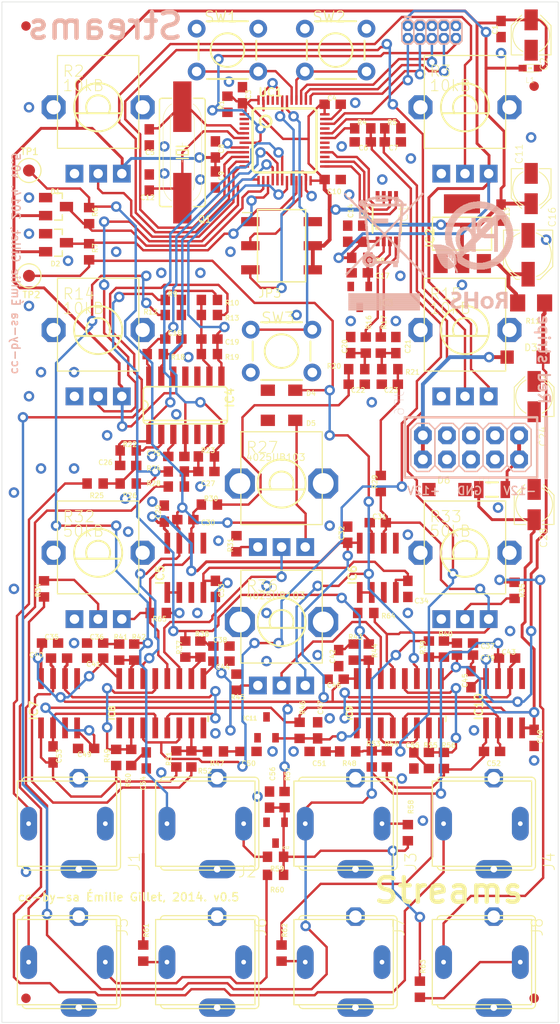
<source format=kicad_pcb>
(kicad_pcb (version 20211014) (generator pcbnew)
  (layers (0 "F.Cu" signal) (31 "B.Cu" signal) (34 "B.Paste" user) (35 "F.Paste" user) (36 "B.SilkS" user "B.Silkscreen") (37 "F.SilkS" user "F.Silkscreen") (38 "B.Mask" user) (39 "F.Mask" user) (44 "Edge.Cuts" user))
  (net 0 "")
  (net 1 "GND")
  (net 2 "+3V3")
  (net 3 "N$7")
  (net 4 "N$8")
  (net 5 "RESET")
  (net 6 "JTDI")
  (net 7 "JTDO")
  (net 8 "JTCK")
  (net 9 "JTMS")
  (net 10 "DAC_SS")
  (net 11 "DAC_MOSI")
  (net 12 "DAC_SCK")
  (net 13 "VCC")
  (net 14 "AREF_-10")
  (net 15 "VEE")
  (net 16 "N$56")
  (net 17 "N$64")
  (net 18 "+3V3_A")
  (net 19 "AREF_2.5")
  (net 20 "FB_CURRENT2")
  (net 21 "N$10")
  (net 22 "IN_1")
  (net 23 "VCA_CONTROL_1")
  (net 24 "N$1")
  (net 25 "FB_CURRENT1")
  (net 26 "N$5")
  (net 27 "N$13")
  (net 28 "N$11")
  (net 29 "N$15")
  (net 30 "FB_CURRENT3")
  (net 31 "N$4")
  (net 32 "N$14")
  (net 33 "N$16")
  (net 34 "IN_2")
  (net 35 "N$17")
  (net 36 "N$18")
  (net 37 "FB_CURRENT4")
  (net 38 "N$19")
  (net 39 "N$25")
  (net 40 "N$28")
  (net 41 "N$29")
  (net 42 "SW_MODE_1")
  (net 43 "SW_MODE_2")
  (net 44 "SW_METER")
  (net 45 "AREF_+5")
  (net 46 "N$43")
  (net 47 "AREF_+10")
  (net 48 "BARGRAPH_SCK")
  (net 49 "BARGRAPH_CS")
  (net 50 "BARGRAPH_MOSI")
  (net 51 "SHAPE_2")
  (net 52 "N$69")
  (net 53 "ADC_AUX_1")
  (net 54 "N$65")
  (net 55 "N$66")
  (net 56 "N$67")
  (net 57 "SHAPE_1")
  (net 58 "AMOUNT_1")
  (net 59 "AMOUNT_2")
  (net 60 "ADC_CV_1")
  (net 61 "ADC_CV_2")
  (net 62 "ADC_AUX_2")
  (net 63 "N$68")
  (net 64 "N$71")
  (net 65 "ADC_IN_1")
  (net 66 "ADC_IN_2")
  (net 67 "N$70")
  (net 68 "N$72")
  (net 69 "N$73")
  (net 70 "N$74")
  (net 71 "DAC_1")
  (net 72 "DAC_2")
  (net 73 "VCA_CONTROL_2")
  (net 74 "N$75")
  (net 75 "N$76")
  (net 76 "N$78")
  (net 77 "N$77")
  (net 78 "N$81")
  (net 79 "N$82")
  (net 80 "N$26")
  (net 81 "N$27")
  (net 82 "N$51")
  (net 83 "N$79")
  (net 84 "N$83")
  (net 85 "N$84")
  (net 86 "N$85")
  (net 87 "N$86")
  (net 88 "N$87")
  (net 89 "PWM_CUTOFF_1")
  (net 90 "PWM_CUTOFF_2")
  (net 91 "N$93")
  (net 92 "N$90")
  (net 93 "N$2")
  (net 94 "N$9")
  (net 95 "N$23")
  (net 96 "N$24")
  (net 97 "N$3")
  (net 98 "N$12")
  (net 99 "N$21")
  (footprint "streams_v05:R0603" (layer "F.Cu") (at 140.08735 119.44985 -90)
    (fp_text reference "R38")
    (fp_text value "510")
  )
  (footprint "streams_v05:TACTILE-PTH" (layer "F.Cu") (at 148.65985 88.01735 180)
    (fp_text reference "SW3")
    (fp_text value "" hide)
  )
  (footprint "streams_v05:R0603" (layer "F.Cu") (at 138.49985 119.44985 -90)
    (fp_text reference "R37")
    (fp_text value "200k")
  )
  (footprint "streams_v05:C0603" (layer "F.Cu") (at 156.59735 91.50985)
    (fp_text reference "C22")
    (fp_text value "1.0n")
  )
  (footprint "streams_v05:C0603" (layer "F.Cu") (at 152.46985 128.02235 90)
    (fp_text reference "C47")
    (fp_text value "100n")
  )
  (footprint "streams_v05:2X3_BOTTOM" (layer "F.Cu") (at 148.65985 76.90485 -90)
    (fp_text reference "JP3")
    (fp_text value "")
  )
  (footprint "streams_v05:R0603" (layer "F.Cu") (at 150.56485 128.02235 -90)
    (fp_text reference "R46")
    (fp_text value "1.0k")
  )
  (footprint "streams_v05:C0603" (layer "F.Cu") (at 157.23235 65.95105 180)
    (fp_text reference "C6")
    (fp_text value "680n")
  )
  (footprint "streams_v05:PANASONIC_B" (layer "F.Cu") (at 175.32985 104.20985 90)
    (fp_text reference "C28")
    (fp_text value "10u")
  )
  (footprint "streams_v05:R0603" (layer "F.Cu") (at 161.99485 138.81735 -90)
    (fp_text reference "R58")
    (fp_text value "100k")
  )
  (footprint "streams_v05:C0603" (layer "F.Cu") (at 161.99485 113.09985 90)
    (fp_text reference "C34")
    (fp_text value "100n")
  )
  (footprint "streams_v05:R0603" (layer "F.Cu") (at 148.02485 141.35735)
    (fp_text reference "R59")
    (fp_text value "100k")
  )
  (footprint "streams_v05:C0603" (layer "F.Cu") (at 154.05735 69.91985)
    (fp_text reference "C10")
    (fp_text value "100n")
  )
  (footprint "streams_v05:R0603" (layer "F.Cu") (at 137.54735 102.30485)
    (fp_text reference "R28")
    (fp_text value "100k")
  )
  (footprint "streams_v05:C0603" (layer "F.Cu") (at 141.67485 69.91985 -90)
    (fp_text reference "C9")
    (fp_text value "3.3u")
  )
  (footprint "streams_v05:C0603" (layer "F.Cu") (at 155.64485 107.38485 90)
    (fp_text reference "C32")
    (fp_text value "100n")
  )
  (footprint "streams_v05:WQP_PJ_301BM_WIDER" (layer "F.Cu") (at 170.56735 152.46985 90)
    (fp_text reference "J8")
    (fp_text value "PJ301WQP" hide)
  )
  (footprint "streams_v05:SOIC16N" (layer "F.Cu") (at 135.95985 125.16485)
    (fp_text reference "IC8")
    (fp_text value "V2164SZ")
  )
  (footprint "streams_v05:R0603" (layer "F.Cu") (at 137.22985 84.20735)
    (fp_text reference "R12")
    (fp_text value "100k")
  )
  (footprint "streams_v05:C0603" (layer "F.Cu") (at 171.83735 54.04485 -90)
    (fp_text reference "C1")
    (fp_text value "100n")
  )
  (footprint "streams_v05:R0603" (layer "F.Cu") (at 128.33985 77.53985 -90)
    (fp_text reference "R7")
    (fp_text value "1.0k")
  )
  (footprint "streams_v05:R0603" (layer "F.Cu") (at 123.57735 113.09985 90)
    (fp_text reference "R34")
    (fp_text value "100k")
  )
  (footprint "streams_v05:PAD.03X.05" (layer "F.Cu") (at 121.98985 80.07985)
    (fp_text reference "TP2" hide)
    (fp_text value "TEST-POINT3X5" hide)
  )
  (footprint "streams_v05:C0603" (layer "F.Cu") (at 160.08985 91.50985 180)
    (fp_text reference "C23")
    (fp_text value "1.0n")
  )
  (footprint "streams_v05:C0603" (layer "F.Cu") (at 168.66225 122.62475 90)
    (fp_text reference "C45")
    (fp_text value "100n")
  )
  (footprint "streams_v05:PANASONIC_B" (layer "F.Cu") (at 175.01235 54.67985 90)
    (fp_text reference "C2")
    (fp_text value "10u")
  )
  (footprint "streams_v05:R0603" (layer "F.Cu") (at 156.27985 119.76735 -90)
    (fp_text reference "R43")
    (fp_text value "510")
  )
  (footprint "streams_v05:C0603" (layer "F.Cu") (at 141.67485 113.09985 90)
    (fp_text reference "C33")
    (fp_text value "100n")
  )
  (footprint "streams_v05:ALPS_POT_VERTICAL" (layer "F.Cu") (at 148.65985 101.98735 180)
    (fp_text reference "R27")
    (fp_text value "4025UB103")
  )
  (footprint "streams_v05:C0603" (layer "F.Cu") (at 138.49985 105.79735 180)
    (fp_text reference "C30")
    (fp_text value "33p")
  )
  (footprint "streams_v05:C0603" (layer "F.Cu") (at 160.40735 65.95115)
    (fp_text reference "C7")
    (fp_text value "680n")
  )
  (footprint "streams_v05:C0603" (layer "F.Cu") (at 128.97485 118.81485 180)
    (fp_text reference "C36")
    (fp_text value "560p")
  )
  (footprint "streams_v05:R0603" (layer "F.Cu") (at 157.54985 115.63985)
    (fp_text reference "R64")
    (fp_text value "10M")
  )
  (footprint "streams_v05:C0603" (layer "F.Cu") (at 168.02735 120.08485 180)
    (fp_text reference "C39")
    (fp_text value "100n")
  )
  (footprint "streams_v05:R0603" (layer "F.Cu") (at 165.80485 119.44985 -90)
    (fp_text reference "R40")
    (fp_text value "510")
  )
  (footprint "streams_v05:C0603" (layer "F.Cu") (at 134.68985 65.47485 90)
    (fp_text reference "C5")
    (fp_text value "18p")
  )
  (footprint "streams_v05:R0603" (layer "F.Cu") (at 156.91485 78.17485)
    (fp_text reference "R8")
    (fp_text value "3.3k")
  )
  (footprint "streams_v05:ALPS_POT_VERTICAL_PS" (layer "F.Cu") (at 129.29235 62.29985 180)
    (fp_text reference "R2")
    (fp_text value "10kB")
  )
  (footprint "streams_v05:ALPS_POT_VERTICAL_PS" (layer "F.Cu") (at 129.29235 109.28985 180)
    (fp_text reference "R32")
    (fp_text value "50kB")
  )
  (footprint "streams_v05:R0603" (layer "F.Cu") (at 159.77235 131.03855 90)
    (fp_text reference "R54")
    (fp_text value "100k")
  )
  (footprint "streams_v05:C0603" (layer "F.Cu") (at 128.02235 129.92725)
    (fp_text reference "C49")
    (fp_text value "100n")
  )
  (footprint "streams_v05:0603" (layer "F.Cu") (at 175.01235 58.17235)
    (fp_text reference "L1")
    (fp_text value "")
  )
  (footprint "streams_v05:HC49UP" (layer "F.Cu") (at 138.18235 67.06235 90)
    (fp_text reference "Q1")
    (fp_text value "8MHz")
  )
  (footprint "streams_v05:C0603" (layer "F.Cu") (at 140.72235 100.71735)
    (fp_text reference "C27")
    (fp_text value "1.0n")
  )
  (footprint "streams_v05:R1206" (layer "F.Cu") (at 175.01235 82.93735 180)
    (fp_text reference "R11")
    (fp_text value "4.7")
  )
  (footprint "streams_v05:C0603" (layer "F.Cu") (at 162.62985 131.19735 -90)
    (fp_text reference "C55")
    (fp_text value "560p")
  )
  (footprint "streams_v05:C0603" (layer "F.Cu") (at 155.64485 75.63485 90)
    (fp_text reference "C14")
    (fp_text value "100n")
  )
  (footprint "streams_v05:C0603" (layer "F.Cu") (at 158.81985 106.11485 180)
    (fp_text reference "C31")
    (fp_text value "33p")
  )
  (footprint "streams_v05:R0603" (layer "F.Cu") (at 165.80485 131.19735 -90)
    (fp_text reference "R56")
    (fp_text value "100k")
  )
  (footprint "streams_v05:C0603" (layer "F.Cu") (at 154.69235 120.40235 -90)
    (fp_text reference "C42")
    (fp_text value "560p")
  )
  (footprint "streams_v05:R0603" (layer "F.Cu") (at 157.23235 64.52235)
    (fp_text reference "R4")
    (fp_text value "1.2k")
  )
  (footprint "streams_v05:WQP_PJ_301BM_WIDER" (layer "F.Cu") (at 126.75235 137.86485 90)
    (fp_text reference "J1")
    (fp_text value "PJ301WQP" hide)
  )
  (footprint "streams_v05:WQP_PJ_301BM_WIDER" (layer "F.Cu") (at 141.35735 137.86485 90)
    (fp_text reference "J2")
    (fp_text value "PJ301WQP" hide)
  )
  (footprint "streams_v05:DBZ_R-PDSO-G3" (layer "F.Cu") (at 147.07235 127.70485)
    (fp_text reference "IC11")
    (fp_text value "LM4040B10")
  )
  (footprint "streams_v05:R0603" (layer "F.Cu") (at 132.46735 98.49485 180)
    (fp_text reference "R22")
    (fp_text value "20k")
  )
  (footprint "streams_v05:R0603" (layer "F.Cu") (at 173.26605 113.25855 -90)
    (fp_text reference "R35")
    (fp_text value "100k")
  )
  (footprint "streams_v05:C0603" (layer "F.Cu") (at 155.96235 87.38235 90)
    (fp_text reference "C20")
    (fp_text value "10n")
  )
  (footprint "streams_v05:C0603" (layer "F.Cu") (at 134.37235 131.19735 -90)
    (fp_text reference "C54")
    (fp_text value "560p")
  )
  (footprint "streams_v05:R0603" (layer "F.Cu") (at 158.18485 131.03855 -90)
    (fp_text reference "R53")
    (fp_text value "100k")
  )
  (footprint "streams_v05:R0603" (layer "F.Cu") (at 157.54985 87.38235 -90)
    (fp_text reference "R16")
    (fp_text value "1.0k")
  )
  (footprint "streams_v05:ALPS_POT_VERTICAL_PS" (layer "F.Cu") (at 129.29235 85.79485 180)
    (fp_text reference "R14")
    (fp_text value "10kB")
  )
  (footprint "streams_v05:WQP_PJ_301BM_WIDER" (layer "F.Cu") (at 126.75235 152.46985 90)
    (fp_text reference "J5")
    (fp_text value "PJ301WQP" hide)
  )
  (footprint "streams_v05:R0603" (layer "F.Cu") (at 141.03985 88.33485)
    (fp_text reference "R19")
    (fp_text value "20k")
  )
  (footprint "streams_v05:R0603" (layer "F.Cu") (at 131.19735 130.87985 -90)
    (fp_text reference "R49")
    (fp_text value "100k")
  )
  (footprint "streams_v05:R0603" (layer "F.Cu") (at 137.54735 131.03865 90)
    (fp_text reference "R51")
    (fp_text value "100k")
  )
  (footprint "streams_v05:PANASONIC_B" (layer "F.Cu") (at 175.32985 92.81795 90)
    (fp_text reference "C24")
    (fp_text value "10u")
  )
  (footprint "streams_v05:FIDUCIAL-1X2" (layer "F.Cu") (at 175.32985 156.27985)
    (fp_text reference "JP5" hide)
    (fp_text value "FIDUCIAL1X2" hide)
  )
  (footprint "streams_v05:C0603" (layer "F.Cu") (at 124.21235 118.81485)
    (fp_text reference "C35")
    (fp_text value "100n")
  )
  (footprint "streams_v05:R0603" (layer "F.Cu") (at 155.64485 130.24485)
    (fp_text reference "R48")
    (fp_text value "510")
  )
  (footprint "streams_v05:R0603" (layer "F.Cu") (at 132.46735 101.98735 180)
    (fp_text reference "R26")
    (fp_text value "120k")
  )
  (footprint "streams_v05:FIDUCIAL-1X2" (layer "F.Cu") (at 175.32985 60.07735)
    (fp_text reference "JP2" hide)
    (fp_text value "FIDUCIAL1X2" hide)
  )
  (footprint "streams_v05:R0603" (layer "F.Cu") (at 142.94485 61.98235 90)
    (fp_text reference "R1")
    (fp_text value "10k")
  )
  (footprint "streams_v05:WQP_PJ_301BM_WIDER" (layer "F.Cu") (at 170.56735 137.86485 90)
    (fp_text reference "J4")
    (fp_text value "PJ301WQP" hide)
  )
  (footprint "streams_v05:R0603" (layer "F.Cu") (at 160.40735 64.52235 180)
    (fp_text reference "R5")
    (fp_text value "1.2k")
  )
  (footprint "streams_v05:ALPS_POT_VERTICAL_PS" (layer "F.Cu") (at 168.02735 85.79485 180)
    (fp_text reference "R15")
    (fp_text value "10kB")
  )
  (footprint "streams_v05:R0603" (layer "F.Cu") (at 156.59735 89.92235 180)
    (fp_text reference "R20")
    (fp_text value "10k")
  )
  (footprint "streams_v05:C0603" (layer "F.Cu") (at 137.22985 86.74735 180)
    (fp_text reference "C18")
    (fp_text value "1.0n")
  )
  (footprint "streams_v05:PANASONIC_C" (layer "F.Cu") (at 174.69485 77.85735 -90)
    (fp_text reference "C16")
    (fp_text value "22u")
  )
  (footprint "streams_v05:R0603" (layer "F.Cu") (at 143.89735 122.94235 -90)
    (fp_text reference "R45")
    (fp_text value "510")
  )
  (footprint "streams_v05:C0603" (layer "F.Cu") (at 152.46985 130.24485 180)
    (fp_text reference "C51")
    (fp_text value "560p")
  )
  (footprint "streams_v05:R0603" (layer "F.Cu") (at 140.72235 99.12985)
    (fp_text reference "R23")
    (fp_text value "20k")
  )
  (footprint "streams_v05:R0603" (layer "F.Cu") (at 135.64235 115.63985 180)
    (fp_text reference "R65")
    (fp_text value "10M")
  )
  (footprint "streams_v05:C0603" (layer "F.Cu") (at 175.32985 128.81615 90)
    (fp_text reference "C48")
    (fp_text value "100n")
  )
  (footprint "streams_v05:WQP_PJ_301BM_WIDER" (layer "F.Cu") (at 141.35735 152.46985 90)
    (fp_text reference "J6")
    (fp_text value "PJ301WQP" hide)
  )
  (footprint "streams_v05:SO08" (layer "F.Cu") (at 125.16485 125.16485)
    (fp_text reference "IC7")
    (fp_text value "TL072D")
  )
  (footprint "streams_v05:SOT23" (layer "F.Cu") (at 124.84735 76.58735 -90)
    (fp_text reference "D2")
    (fp_text value "BAT54S")
  )
  (footprint "streams_v05:C0603" (layer "F.Cu") (at 145.16735 130.24485)
    (fp_text reference "C50")
    (fp_text value "560p")
  )
  (footprint "streams_v05:R0603" (layer "F.Cu") (at 128.33985 73.72985 90)
    (fp_text reference "R6")
    (fp_text value "1.0k")
  )
  (footprint "streams_v05:R0603" (layer "F.Cu") (at 141.03985 82.61985 180)
    (fp_text reference "R10")
    (fp_text value "120k")
  )
  (footprint "streams_v05:TACTILE-PTH" (layer "F.Cu") (at 154.37485 56.26735)
    (fp_text reference "SW2")
    (fp_text value "" hide)
  )
  (footprint "streams_v05:C0603" (layer "F.Cu") (at 154.37485 122.62485 180)
    (fp_text reference "C46")
    (fp_text value "100n")
  )
  (footprint "streams_v05:SOD323-W" (layer "F.Cu") (at 148.65985 92.14485 180)
    (fp_text reference "D4")
    (fp_text value "1N4148")
  )
  (footprint "streams_v05:R0603" (layer "F.Cu") (at 131.51485 119.76735 -90)
    (fp_text reference "R41")
    (fp_text value "510")
  )
  (footprint "streams_v05:C0603" (layer "F.Cu") (at 147.38985 135.32485 90)
    (fp_text reference "C56")
    (fp_text value "100n")
  )
  (footprint "streams_v05:R0603" (layer "F.Cu") (at 160.08985 89.92235)
    (fp_text reference "R21")
    (fp_text value "10k")
  )
  (footprint "streams_v05:SOD123" (layer "F.Cu") (at 166.12235 102.62235)
    (fp_text reference "D6")
    (fp_text value "1N5819HW")
  )
  (footprint "streams_v05:R0603" (layer "F.Cu") (at 141.67485 130.24485 180)
    (fp_text reference "R47")
    (fp_text value "510")
  )
  (footprint "streams_v05:SO14" (layer "F.Cu") (at 138.49985 93.73235)
    (fp_text reference "IC4")
    (fp_text value "MCP6004")
  )
  (footprint "streams_v05:FIDUCIAL-1X2" (layer "F.Cu") (at 121.67235 53.72735)
    (fp_text reference "JP1" hide)
    (fp_text value "FIDUCIAL1X2" hide)
  )
  (footprint "streams_v05:R0603" (layer "F.Cu") (at 159.13735 101.98735 -90)
    (fp_text reference "R29")
    (fp_text value "14k")
  )
  (footprint "streams_v05:R0603" (layer "F.Cu") (at 148.97735 135.32485 -90)
    (fp_text reference "R57")
    (fp_text value "3.3k")
  )
  (footprint "streams_v05:SO08" (layer "F.Cu") (at 138.49985 110.87735)
    (fp_text reference "IC5")
    (fp_text value "TL072D")
  )
  (footprint "streams_v05:R0603" (layer "F.Cu") (at 128.97485 101.98735)
    (fp_text reference "R25")
    (fp_text value "100k")
  )
  (footprint "streams_v05:C0603" (layer "F.Cu") (at 141.67485 66.74485 90)
    (fp_text reference "C8")
    (fp_text value "100n")
  )
  (footprint "streams_v05:R0603" (layer "F.Cu") (at 135.32485 88.33485 180)
    (fp_text reference "R18")
    (fp_text value "20k")
  )
  (footprint "streams_v05:SOT23" (layer "F.Cu") (at 124.84735 72.77735 -90)
    (fp_text reference "D1")
    (fp_text value "BAT54S")
  )
  (footprint "streams_v05:C0603" (layer "F.Cu") (at 157.23235 75.63485 90)
    (fp_text reference "C15")
    (fp_text value "3.3u")
  )
  (footprint "streams_v05:C0603" (layer "F.Cu") (at 154.05735 61.98235)
    (fp_text reference "C4")
    (fp_text value "100n")
  )
  (footprint "streams_v05:R0603" (layer "F.Cu") (at 143.89735 108.33735 -90)
    (fp_text reference "R31")
    (fp_text value "510")
  )
  (footprint "streams_v05:R0603" (layer "F.Cu") (at 157.86735 119.76735 -90)
    (fp_text reference "R44")
    (fp_text value "200k")
  )
  (footprint "streams_v05:C0603" (layer "F.Cu") (at 125.16485 120.40235 180)
    (fp_text reference "C40")
    (fp_text value "33p")
  )
  (footprint "streams_v05:R0603" (layer "F.Cu") (at 133.10235 119.76735 -90)
    (fp_text reference "R42")
    (fp_text value "100k")
  )
  (footprint "streams_v05:C0603" (layer "F.Cu") (at 124.52985 130.56235 -90)
    (fp_text reference "C53")
    (fp_text value "33p")
  )
  (footprint "streams_v05:R0603" (layer "F.Cu") (at 148.65985 151.51735 -90)
    (fp_text reference "R62")
    (fp_text value "1.0k")
  )
  (footprint "streams_v05:R0603" (layer "F.Cu") (at 163.26485 155.32735 90)
    (fp_text reference "R63")
    (fp_text value "24.9k")
  )
  (footprint "streams_v05:SOD123" (layer "F.Cu") (at 174.37735 88.65235 180)
    (fp_text reference "D3")
    (fp_text value "1N5819HW")
  )
  (footprint "streams_v05:PANASONIC_B" (layer "F.Cu") (at 175.01235 70.87235 -90)
    (fp_text reference "C11")
    (fp_text value "22u")
  )
  (footprint "streams_v05:C0603" (layer "F.Cu") (at 171.83735 73.41235 -90)
    (fp_text reference "C13")
    (fp_text value "100n")
  )
  (footprint "streams_v05:R0603" (layer "F.Cu") (at 139.13485 131.03865 -90)
    (fp_text reference "R52")
    (fp_text value "100k")
  )
  (footprint "streams_v05:C0603" (layer "F.Cu") (at 170.88485 130.24485 180)
    (fp_text reference "C52")
    (fp_text value "33p")
  )
  (footprint "streams_v05:ALPS_POT_VERTICAL_PS" (layer "F.Cu") (at 168.02735 109.28985 180)
    (fp_text reference "R33")
    (fp_text value "50kB")
  )
  (footprint "streams_v05:ALPS_POT_VERTICAL" (layer "F.Cu") (at 148.65985 116.59235 180)
    (fp_text reference "R36")
    (fp_text value "4025UB103")
  )
  (footprint "streams_v05:C0603" (layer "F.Cu") (at 168.02735 118.81485)
    (fp_text reference "C37")
    (fp_text value "560p")
  )
  (footprint "streams_v05:R0603" (layer "F.Cu") (at 134.05485 151.51735 -90)
    (fp_text reference "R61")
    (fp_text value "1.0k")
  )
  (footprint "streams_v05:LQFP48" (layer "F.Cu") (at 148.97735 65.79235 -90)
    (fp_text reference "UC1")
    (fp_text value "STM32F103CBT6")
  )
  (footprint "streams_v05:FIDUCIAL-1X2" (layer "F.Cu") (at 121.67235 156.27985)
    (fp_text reference "JP4" hide)
    (fp_text value "FIDUCIAL1X2" hide)
  )
  (footprint "streams_v05:C0603" (layer "F.Cu") (at 134.68985 70.23735 -90)
    (fp_text reference "C12")
    (fp_text value "18p")
  )
  (footprint "streams_v05:R0603" (layer "F.Cu") (at 141.03985 84.20735 180)
    (fp_text reference "R13")
    (fp_text value "100k")
  )
  (footprint "streams_v05:ALPS_POT_VERTICAL_PS" (layer "F.Cu") (at 168.02735 62.29985 180)
    (fp_text reference "R3")
    (fp_text value "10kB")
  )
  (footprint "streams_v05:R0603" (layer "F.Cu") (at 137.22985 82.61985)
    (fp_text reference "R9")
    (fp_text value "120k")
  )
  (footprint "streams_v05:SOD323-W" (layer "F.Cu") (at 148.65985 95.31985 180)
    (fp_text reference "D5")
    (fp_text value "1N4148")
  )
  (footprint "streams_v05:C0603" (layer "F.Cu") (at 156.91485 79.76235 180)
    (fp_text reference "C17")
    (fp_text value "100n")
  )
  (footprint "streams_v05:C0603" (layer "F.Cu") (at 128.97485 120.40235 180)
    (fp_text reference "C41")
    (fp_text value "100n")
  )
  (footprint "streams_v05:SO08" (layer "F.Cu") (at 172.15485 125.16485)
    (fp_text reference "IC10")
    (fp_text value "TL072D")
  )
  (footprint "streams_v05:PAD.03X.05" (layer "F.Cu") (at 121.98985 68.96735)
    (fp_text reference "TP1" hide)
    (fp_text value "TEST-POINT3X5" hide)
  )
  (footprint "streams_v05:DBZ_R-PDSO-G3" (layer "F.Cu") (at 148.02485 138.81735 180)
    (fp_text reference "IC12")
    (fp_text value "LM4040B10")
  )
  (footprint "streams_v05:R0603" (layer "F.Cu") (at 137.54735 100.71735)
    (fp_text reference "R24")
    (fp_text value "120k")
  )
  (footprint "streams_v05:C0603" (layer "F.Cu") (at 160.72485 87.38235 90)
    (fp_text reference "C21")
    (fp_text value "10n")
  )
  (footprint "streams_v05:R0603" (layer "F.Cu") (at 164.21735 119.44985 -90)
    (fp_text reference "R39")
    (fp_text value "100k")
  )
  (footprint "streams_v05:C0603" (layer "F.Cu") (at 142.30985 120.71985 180)
    (fp_text reference "C44")
    (fp_text value "100n")
  )
  (footprint "streams_v05:SOT223" (layer "F.Cu") (at 167.70985 75.63485)
    (fp_text reference "IC2")
    (fp_text value "LM1117-3.3")
  )
  (footprint "streams_v05:C0603" (layer "F.Cu") (at 144.53235 61.02985 90)
    (fp_text reference "C3")
    (fp_text value "100n")
  )
  (footprint "streams_v05:DBZ_R-PDSO-G3" (layer "F.Cu") (at 156.91485 82.30235 180)
    (fp_text reference "IC3")
    (fp_text value "LM4040B25")
  )
  (footprint "streams_v05:R0603" (layer "F.Cu") (at 164.21735 131.19735 90)
    (fp_text reference "R55")
    (fp_text value "510")
  )
  (footprint "streams_v05:TACTILE-PTH" (layer "F.Cu") (at 142.94485 56.26735)
    (fp_text reference "SW1")
    (fp_text value "" hide)
  )
  (footprint "streams_v05:C0603" (layer "F.Cu") (at 141.03985 86.74735)
    (fp_text reference "C19")
    (fp_text value "1.0n")
  )
  (footprint "streams_v05:R0603" (layer "F.Cu") (at 141.03985 104.20985 180)
    (fp_text reference "R30")
    (fp_text value "14k")
  )
  (footprint "streams_v05:R0603" (layer "F.Cu") (at 132.78485 130.87985 90)
    (fp_text reference "R50")
    (fp_text value "510")
  )
  (footprint "streams_v05:C0603" (layer "F.Cu") (at 172.47235 120.40235 180)
    (fp_text reference "C43")
    (fp_text value "33p")
  )
  (footprint "streams_v05:PTC-1206" (layer "F.Cu") (at 170.88485 102.62235)
    (fp_text reference "P1")
    (fp_text value "PTCSMD" hide)
  )
  (footprint "streams_v05:WQP_PJ_301BM_WIDER" (layer "F.Cu") (at 155.96235 152.46985 90)
    (fp_text reference "J7")
    (fp_text value "PJ301WQP" hide)
  )
  (footprint "streams_v05:SOIC16N" (layer "F.Cu") (at 161.04235 125.16485)
    (fp_text reference "IC9")
    (fp_text value "V2164SZ")
  )
  (footprint "streams_v05:C0603" (layer "F.Cu") (at 137.54735 99.12985 180)
    (fp_text reference "C25")
    (fp_text value "100n")
  )
  (footprint "streams_v05:MSOP-8" (layer "F.Cu") (at 159.77235 74.04735)
    (fp_text reference "IC1")
    (fp_text value "DAC8552")
  )
  (footprint "streams_v05:R0603" (layer "F.Cu") (at 148.02485 143.26235)
    (fp_text reference "R60")
    (fp_text value "24.9k")
  )
  (footprint "streams_v05:C0603" (layer "F.Cu") (at 132.46735 100.08235 180)
    (fp_text reference "C26")
    (fp_text value "1.0n")
  )
  (footprint "streams_v05:C0603" (layer "F.Cu") (at 136.27735 105.16235 90)
    (fp_text reference "C29")
    (fp_text value "100n")
  )
  (footprint "streams_v05:WQP_PJ_301BM_WIDER" (layer "F.Cu") (at 155.96235 137.86485 90)
    (fp_text reference "J3")
    (fp_text value "PJ301WQP" hide)
  )
  (footprint "streams_v05:R0603" (layer "F.Cu") (at 159.13735 87.38235 -90)
    (fp_text reference "R17")
    (fp_text value "1.0k")
  )
  (footprint "streams_v05:C0603" (layer "F.Cu") (at 142.30985 119.13235)
    (fp_text reference "C38")
    (fp_text value "560p")
  )
  (footprint "streams_v05:SO08" (layer "F.Cu") (at 158.81985 110.87735)
    (fp_text reference "IC6")
    (fp_text value "TL072D")
  )
  (footprint "streams_v05:2X5-1.27" (layer "B.Cu") (at 165.80485 54.99735 -90)
    (fp_text reference "JP7" hide)
    (fp_text value "M05X2MINIJTAG" hide)
  )
  (footprint "streams_v05:ROHS_BIG" (layer "B.Cu") (at 174.37735 84.52485 180)
    (fp_text reference "U$1" hide)
    (fp_text value "" hide)
  )
  (footprint "streams_v05:AVR_ICSP" (layer "B.Cu") (at 168.66235 98.17735 -90)
    (fp_text reference "JP6")
    (fp_text value "M05X2PTH" hide)
  )
  (gr_line (start 161.67735 95.00235) (end 161.67735 101.35235) (layer "B.SilkS") (width 0.254))
  (gr_line (start 161.67735 101.35235) (end 175.64735 101.35235) (layer "B.SilkS") (width 0.254))
  (gr_line (start 175.64735 95.00235) (end 161.67735 95.00235) (layer "B.SilkS") (width 0.254))
  (gr_line (start 176.59985 95.00235) (end 176.59985 101.35235) (layer "B.SilkS") (width 0.4064))
  (gr_line (start 175.64735 101.35235) (end 175.64735 95.00235) (layer "B.SilkS") (width 0.254))
  (gr_circle (center 121.98985 68.96735) (end 123.25985 68.96735) (layer "F.SilkS") (width 0.127) (fill none))
  (gr_circle (center 121.98985 80.07985) (end 123.25985 80.07985) (layer "F.SilkS") (width 0.127) (fill none))
  (gr_line (start 177.86985 51.18735) (end 119.13235 51.18735) (layer "Edge.Cuts") (width 0.05))
  (gr_line (start 177.86985 158.81985) (end 177.86985 51.18735) (layer "Edge.Cuts") (width 0.05))
  (gr_line (start 119.13235 158.81985) (end 177.86985 158.81985) (layer "Edge.Cuts") (width 0.05))
  (gr_line (start 119.13235 51.18735) (end 119.13235 158.81985) (layer "Edge.Cuts") (width 0.05))
  (gr_text "GND" (at 169.93235 103.25735) (layer "B.SilkS") (effects (font (size 0.8636 0.8636) (thickness 0.1524)) (justify left bottom mirror)))
  (gr_text "Red stripe" (at 175.64735 93.73235 -90) (layer "B.SilkS") (effects (font (size 1.20904 1.20904) (thickness 0.21336)) (justify left bottom mirror)))
  (gr_text "cc-by-sa Émilie Gillet, 2014. v0.5" (at 120.08485 90.55735 -90) (layer "B.SilkS") (effects (font (size 0.8636 0.8636) (thickness 0.1524)) (justify left bottom mirror)))
  (gr_text "Streams" (at 138.49985 55.31485) (layer "B.SilkS") (effects (font (size 2.69875 2.69875) (thickness 0.47625)) (justify left bottom mirror)))
  (gr_text "-12V" (at 175.64735 103.25735) (layer "B.SilkS") (effects (font (size 0.8636 0.8636) (thickness 0.1524)) (justify left bottom mirror)))
  (gr_text "+12V" (at 165.48735 103.25735) (layer "B.SilkS") (effects (font (size 0.8636 0.8636) (thickness 0.1524)) (justify left bottom mirror)))
  (gr_text "TP1" (at 121.03735 67.37985) (layer "F.SilkS") (effects (font (size 0.69088 0.69088) (thickness 0.12192)) (justify left bottom)))
  (gr_text "cc-by-sa Émilie Gillet, 2014. v0.5" (at 120.71985 146.11985) (layer "F.SilkS") (effects (font (size 0.8636 0.8636) (thickness 0.1524)) (justify left bottom)))
  (gr_text "Streams" (at 158.18485 146.43735) (layer "F.SilkS") (effects (font (size 2.5908 2.5908) (thickness 0.4572)) (justify left bottom)))
  (gr_text "TP2" (at 123.25985 81.66735) (layer "F.SilkS") (effects (font (size 0.69088 0.69088) (thickness 0.12192)) (justify right top)))
  (segment (start 142.94485 66.10985) (end 143.37735 66.54235) (width 0.254) (layer "F.Cu") (net 1))
  (segment (start 154.90735 62.56105) (end 154.90735 61.98235) (width 0.254) (layer "F.Cu") (net 1))
  (segment (start 168.66225 121.77475) (end 168.66235 121.77465) (width 0.254) (layer "F.Cu") (net 1))
  (segment (start 153.92605 63.54235) (end 154.90735 62.56105) (width 0.254) (layer "F.Cu") (net 1))
  (segment (start 146.72735 61.54235) (end 146.72735 60.73985) (width 0.254) (layer "F.Cu") (net 1))
  (segment (start 151.22735 71.05855) (end 151.83485 71.66615) (width 0.254) (layer "F.Cu") (net 1))
  (segment (start 146.75485 62.61735) (end 146.75485 61.56985) (width 0.254) (layer "F.Cu") (net 1))
  (segment (start 149.81555 69.10705) (end 150.93315 69.10705) (width 0.254) (layer "F.Cu") (net 1))
  (segment (start 136.69735 99.12985) (end 136.69735 98.39235) (width 0.254) (layer "F.Cu") (net 1))
  (segment (start 136.69735 98.39235) (end 137.22985 97.85985) (width 0.254) (layer "F.Cu") (net 1))
  (segment (start 149.72735 70.04235) (end 149.72735 69.19525) (width 0.254) (layer "F.Cu") (net 1))
  (segment (start 146.75485 61.56985) (end 146.72735 61.54235) (width 0.254) (layer "F.Cu") (net 1))
  (segment (start 168.66235 121.03735) (end 168.87735 120.82235) (width 0.254) (layer "F.Cu") (net 1))
  (segment (start 168.87735 120.82235) (end 168.87735 120.08485) (width 0.254) (layer "F.Cu") (net 1))
  (segment (start 149.72735 69.19525) (end 149.81555 69.10705) (width 0.254) (layer "F.Cu") (net 1))
  (segment (start 146.72735 60.73985) (end 147.70735 59.75985) (width 0.254) (layer "F.Cu") (net 1))
  (segment (start 148.22735 60.27985) (end 148.22735 61.54235) (width 0.254) (layer "F.Cu") (net 1))
  (segment (start 147.70735 59.75985) (end 148.22735 60.27985) (width 0.254) (layer "F.Cu") (net 1))
  (segment (start 151.22735 70.04235) (end 151.22735 71.05855) (width 0.254) (layer "F.Cu") (net 1))
  (segment (start 153.22735 63.54235) (end 153.92605 63.54235) (width 0.254) (layer "F.Cu") (net 1))
  (segment (start 150.93315 69.10705) (end 151.23795 69.41185) (width 0.254) (layer "F.Cu") (net 1))
  (segment (start 137.22985 97.85985) (end 137.22985 96.80575) (width 0.254) (layer "F.Cu") (net 1))
  (segment (start 168.66235 121.77465) (end 168.66235 121.03735) (width 0.254) (layer "F.Cu") (net 1))
  (segment (start 151.23795 69.41185) (end 151.23795 70.03175) (width 0.254) (layer "F.Cu") (net 1))
  (segment (start 151.23795 70.03175) (end 151.22735 70.04235) (width 0.254) (layer "F.Cu") (net 1))
  (segment (start 141.67485 65.89485) (end 141.77735 65.79235) (width 0.254) (layer "F.Cu") (net 1))
  (segment (start 143.37735 66.54235) (end 144.72735 66.54235) (width 0.254) (layer "F.Cu") (net 1))
  (via (at 132.14985 103.57485) (size 1.108) (drill 0.6) (layers "F.Cu" "B.Cu") (net 1))
  (via (at 160.72485 84.84235) (size 1.108) (drill 0.6) (layers "F.Cu" "B.Cu") (net 1))
  (via (at 152.46985 120.08485) (size 1.108) (drill 0.6) (layers "F.Cu" "B.Cu") (net 1))
  (via (at 126.75235 90.23985) (size 1.108) (drill 0.6) (layers "F.Cu" "B.Cu") (net 1))
  (via (at 121.98985 62.29985) (size 1.108) (drill 0.6) (layers "F.Cu" "B.Cu") (net 1))
  (via (at 151.83485 71.66615) (size 1.108) (drill 0.6) (layers "F.Cu" "B.Cu") (net 1))
  (via (at 135.95985 79.76235) (size 1.108) (drill 0.6) (layers "F.Cu" "B.Cu") (net 1))
  (via (at 142.94485 66.10985) (size 1.108) (drill 0.6) (layers "F.Cu" "B.Cu") (net 1))
  (via (at 121.98985 75.63485) (size 1.108) (drill 0.6) (layers "F.Cu" "B.Cu") (net 1))
  (via (at 163.58235 137.54735) (size 1.108) (drill 0.6) (layers "F.Cu" "B.Cu") (net 1))
  (via (at 147.70735 59.75985) (size 1.108) (drill 0.6) (layers "F.Cu" "B.Cu") (net 1))
  (via (at 123.25985 90.23985) (size 1.108) (drill 0.6) (layers "F.Cu" "B.Cu") (net 1))
  (via (at 131.19735 77.53985) (size 1.108) (drill 0.6) (layers "F.Cu" "B.Cu") (net 1))
  (via (at 139.76985 115.63985) (size 1.108) (drill 0.6) (layers "F.Cu" "B.Cu") (net 1))
  (via (at 153.73985 106.43235) (size 1.108) (drill 0.6) (layers "F.Cu" "B.Cu") (net 1))
  (via (at 161.35985 133.10235) (size 1.108) (drill 0.6) (layers "F.Cu" "B.Cu") (net 1))
  (via (at 126.75235 118.81485) (size 1.108) (drill 0.6) (layers "F.Cu" "B.Cu") (net 1))
  (via (at 176.59985 76.26985) (size 1.108) (drill 0.6) (layers "F.Cu" "B.Cu") (net 1))
  (via (at 161.20115 80.07985) (size 1.108) (drill 0.6) (layers "F.Cu" "B.Cu") (net 1))
  (via (at 149.92985 130.24485) (size 1.108) (drill 0.6) (layers "F.Cu" "B.Cu") (net 1))
  (via (at 121.67235 142.94485) (size 1.108) (drill 0.6) (layers "F.Cu" "B.Cu") (net 1))
  (via (at 140.08735 102.30485) (size 1.108) (drill 0.6) (layers "F.Cu" "B.Cu") (net 1))
  (via (at 158.18485 93.41485) (size 1.108) (drill 0.6) (layers "F.Cu" "B.Cu") (net 1))
  (via (at 138.81735 88.65235) (size 1.108) (drill 0.6) (layers "F.Cu" "B.Cu") (net 1))
  (via (at 121.98985 92.77985) (size 1.108) (drill 0.6) (layers "F.Cu" "B.Cu") (net 1))
  (via (at 146.11985 135.00735) (size 1.108) (drill 0.6) (layers "F.Cu" "B.Cu") (net 1))
  (via (at 120.40235 113.09985) (size 1.108) (drill 0.6) (layers "F.Cu" "B.Cu") (net 1))
  (via (at 150.24735 84.20735) (size 1.108) (drill 0.6) (layers "F.Cu" "B.Cu") (net 1))
  (via (at 155.00985 66.42735) (size 1.108) (drill 0.6) (layers "F.Cu" "B.Cu") (net 1))
  (via (at 121.98985 71.82485) (size 1.108) (drill 0.6) (layers "F.Cu" "B.Cu") (net 1))
  (via (at 167.70985 81.03235) (size 1.108) (drill 0.6) (layers "F.Cu" "B.Cu") (net 1))
  (via (at 141.99235 108.01985) (size 1.108) (drill 0.6) (layers "F.Cu" "B.Cu") (net 1))
  (via (at 155.96235 84.84235) (size 1.108) (drill 0.6) (layers "F.Cu" "B.Cu") (net 1))
  (via (at 126.75235 100.39985) (size 1.108) (drill 0.6) (layers "F.Cu" "B.Cu") (net 1))
  (via (at 135.95985 132.46735) (size 1.108) (drill 0.6) (layers "F.Cu" "B.Cu") (net 1))
  (via (at 135.00735 103.89235) (size 1.108) (drill 0.6) (layers "F.Cu" "B.Cu") (net 1))
  (via (at 137.54735 94.68485) (size 1.108) (drill 0.6) (layers "F.Cu" "B.Cu") (net 1))
  (via (at 123.25985 100.39985) (size 1.108) (drill 0.6) (layers "F.Cu" "B.Cu") (net 1))
  (via (at 161.99485 115.63985) (size 1.108) (drill 0.6) (layers "F.Cu" "B.Cu") (net 1))
  (via (at 140.08735 69.91985) (size 1.108) (drill 0.6) (layers "F.Cu" "B.Cu") (net 1))
  (via (at 121.98985 83.25485) (size 1.108) (drill 0.6) (layers "F.Cu" "B.Cu") (net 1))
  (via (at 120.40235 102.93985) (size 1.108) (drill 0.6) (layers "F.Cu" "B.Cu") (net 1))
  (via (at 161.99485 107.38485) (size 1.108) (drill 0.6) (layers "F.Cu" "B.Cu") (net 1))
  (via (at 136.27735 69.28485) (size 1.108) (drill 0.6) (layers "F.Cu" "B.Cu") (net 1))
  (via (at 156.43855 61.82365) (size 1.108) (drill 0.6) (layers "F.Cu" "B.Cu") (net 1))
  (via (at 159.29615 69.91985) (size 1.108) (drill 0.6) (layers "F.Cu" "B.Cu") (net 1))
  (via (at 135.00735 99.12985) (size 1.108) (drill 0.6) (layers "F.Cu" "B.Cu") (net 1))
  (via (at 153.73985 126.75235) (size 1.108) (drill 0.6) (layers "F.Cu" "B.Cu") (net 1))
  (via (at 175.32985 131.19735) (size 1.108) (drill 0.6) (layers "F.Cu" "B.Cu") (net 1))
  (via (at 175.01235 65.47485) (size 1.108) (drill 0.6) (layers "F.Cu" "B.Cu") (net 1))
  (via (at 147.70735 130.24485) (size 1.108) (drill 0.6) (layers "F.Cu" "B.Cu") (net 1))
  (via (at 143.26235 77.53985) (size 1.108) (drill 0.6) (layers "F.Cu" "B.Cu") (net 1))
  (via (at 126.11735 78.49235) (size 1.108) (drill 0.6) (layers "F.Cu" "B.Cu") (net 1))
  (via (at 143.10355 59.60115) (size 1.108) (drill 0.6) (layers "F.Cu" "B.Cu") (net 1))
  (via (at 130.24485 96.90735) (size 1.108) (drill 0.6) (layers "F.Cu" "B.Cu") (net 1))
  (via (at 171.51985 104.52735) (size 1.108) (drill 0.6) (layers "F.Cu" "B.Cu") (net 1))
  (via (at 171.83735 56.58485) (size 1.108) (drill 0.6) (layers "F.Cu" "B.Cu") (net 1))
  (via (at 147.07235 112.78235) (size 1.108) (drill 0.6) (layers "F.Cu" "B.Cu") (net 1))
  (via (at 155.80365 71.50735) (size 1.108) (drill 0.6) (layers "F.Cu" "B.Cu") (net 1))
  (via (at 162.31235 67.69735) (size 1.108) (drill 0.6) (layers "F.Cu" "B.Cu") (net 1))
  (via (at 147.07235 115.63985) (size 1.108) (drill 0.6) (layers "F.Cu" "B.Cu") (net 1))
  (via (at 141.67485 128.33985) (size 1.108) (drill 0.6) (layers "F.Cu" "B.Cu") (net 1))
  (via (at 136.27735 66.42735) (size 1.108) (drill 0.6) (layers "F.Cu" "B.Cu") (net 1))
  (via (at 140.08735 79.76235) (size 1.108) (drill 0.6) (layers "F.Cu" "B.Cu") (net 1))
  (via (at 132.46735 107.06735) (size 1.108) (drill 0.6) (layers "F.Cu" "B.Cu") (net 1))
  (via (at 172.78985 117.54485) (size 1.108) (drill 0.6) (layers "F.Cu" "B.Cu") (net 1))
  (via (at 147.07235 120.71985) (size 1.108) (drill 0.6) (layers "F.Cu" "B.Cu") (net 1))
  (via (at 168.97985 128.02235) (size 1.108) (drill 0.6) (layers "F.Cu" "B.Cu") (net 1))
  (segment (start 170.24985 62.93485) (end 170.24985 58.17235) (width 0.3048) (layer "F.Cu") (net 2))
  (segment (start 167.70985 74.68235) (end 167.70985 78.75905) (width 0.4064) (layer "F.Cu") (net 2))
  (segment (start 153.73985 71.50735) (end 153.20735 70.97485) (width 0.4064) (layer "F.Cu") (net 2))
  (segment (start 144.53235 61.87985) (end 144.31735 61.66485) (width 0.254) (layer "F.Cu") (net 2))
  (segment (start 171.83735 72.56235) (end 171.83735 70.87235) (width 0.3048) (layer "F.Cu") (net 2))
  (segment (start 153.20735 69.91985) (end 153.08485 70.04235) (width 0.254) (layer "F.Cu") (net 2))
  (segment (start 169.61485 74.68235) (end 171.73485 72.56235) (width 0.4064) (layer "F.Cu") (net 2))
  (segment (start 143.89735 61.66485) (end 143.36485 61.13235) (width 0.254) (layer "F.Cu") (net 2))
  (segment (start 171.83735 70.87235) (end 172.15485 70.55485) (width 0.3048) (layer "F.Cu") (net 2))
  (segment (start 144.84985 62.29985) (end 144.84985 62.91985) (width 0.254) (layer "F.Cu") (net 2))
  (segment (start 153.73985 73.09485) (end 153.73985 71.50735) (width 0.4064) (layer "F.Cu") (net 2))
  (segment (start 151.51735 65.63355) (end 151.51735 63.25235) (width 0.254) (layer "F.Cu") (net 2))
  (segment (start 151.95985 79.44485) (end 151.95985 76.90485) (width 0.4064) (layer "F.Cu") (net 2))
  (segment (start 171.93985 72.45985) (end 175.01235 72.45985) (width 0.4064) (layer "F.Cu") (net 2))
  (segment (start 143.36485 61.13235) (end 142.94485 61.13235) (width 0.254) (layer "F.Cu") (net 2))
  (segment (start 170.24985 54.36235) (end 170.30235 54.30985) (width 0.3048) (layer "F.Cu") (net 2))
  (segment (start 151.95985 76.90485) (end 153.10485 76.90485) (width 0.4064) (layer "F.Cu") (net 2))
  (segment (start 144.53235 61.98235) (end 144.84985 62.29985) (width 0.254) (layer "F.Cu") (net 2))
  (segment (start 175.01235 72.45985) (end 175.01235 72.47235) (width 0.4064) (layer "F.Cu") (net 2))
  (segment (start 153.73985 73.09485) (end 154.37485 73.09485) (width 0.4064) (layer "F.Cu") (net 2))
  (segment (start 145.06485 61.87985) (end 145.40235 61.54235) (width 0.254) (layer "F.Cu") (net 2))
  (segment (start 153.73985 76.26985) (end 153.73985 73.09485) (width 0.4064) (layer "F.Cu") (net 2))
  (segment (start 171.83735 72.56235) (end 171.93985 72.45985) (width 0.4064) (layer "F.Cu") (net 2))
  (segment (start 151.51735 68.22985) (end 151.51735 65.63355) (width 0.254) (layer "F.Cu") (net 2))
  (segment (start 144.84985 62.91985) (end 144.72735 63.04235) (width 0.254) (layer "F.Cu") (net 2))
  (segment (start 151.51735 65.63355) (end 148.81855 65.63355) (width 0.254) (layer "F.Cu") (net 2))
  (segment (start 148.81855 65.63355) (end 145.06485 61.87985) (width 0.254) (layer "F.Cu") (net 2))
  (segment (start 153.08485 70.04235) (end 151.72735 70.04235) (width 0.254) (layer "F.Cu") (net 2))
  (segment (start 153.10485 76.90485) (end 153.73985 76.26985) (width 0.4064) (layer "F.Cu") (net 2))
  (segment (start 153.20735 69.91985) (end 151.51735 68.22985) (width 0.254) (layer "F.Cu") (net 2))
  (segment (start 144.31735 61.66485) (end 143.89735 61.66485) (width 0.254) (layer "F.Cu") (net 2))
  (segment (start 170.24985 58.17235) (end 170.24985 54.36235) (width 0.3048) (layer "F.Cu") (net 2))
  (segment (start 172.15485 70.55485) (end 172.15485 64.83985) (width 0.3048) (layer "F.Cu") (net 2))
  (segment (start 152.78735 61.98235) (end 153.20735 61.98235) (width 0.254) (layer "F.Cu") (net 2))
  (segment (start 170.24985 58.17235) (end 174.11235 58.17235) (width 0.3048) (layer "F.Cu") (net 2))
  (segment (start 145.40235 61.54235) (end 146.22735 61.54235) (width 0.254) (layer "F.Cu") (net 2))
  (segment (start 167.70985 78.75905) (end 167.73525 78.78445) (width 0.4064) (layer "F.Cu") (net 2))
  (segment (start 145.06485 61.87985) (end 144.53235 61.87985) (width 0.254) (layer "F.Cu") (net 2))
  (segment (start 151.51735 63.25235) (end 152.78735 61.98235) (width 0.254) (layer "F.Cu") (net 2))
  (segment (start 171.73485 72.56235) (end 171.83735 72.56235) (width 0.4064) (layer "F.Cu") (net 2))
  (segment (start 167.70985 74.68235) (end 169.61485 74.68235) (width 0.4064) (layer "F.Cu") (net 2))
  (segment (start 153.20735 61.98235) (end 153.20735 63.02235) (width 0.254) (layer "F.Cu") (net 2))
  (segment (start 165.48735 74.68235) (end 167.70985 74.68235) (width 0.4064) (layer "F.Cu") (net 2))
  (segment (start 153.20735 63.02235) (end 153.22735 63.04235) (width 0.254) (layer "F.Cu") (net 2))
  (segment (start 144.53235 61.87985) (end 144.53235 61.98235) (width 0.254) (layer "F.Cu") (net 2))
  (segment (start 172.15485 64.83985) (end 170.24985 62.93485) (width 0.3048) (layer "F.Cu") (net 2))
  (segment (start 153.20735 70.97485) (end 153.20735 69.91985) (width 0.4064) (layer "F.Cu") (net 2))
  (via (at 165.48735 74.68235) (size 1.108) (drill 0.6) (layers "F.Cu" "B.Cu") (net 2))
  (via (at 154.37485 73.09485) (size 1.108) (drill 0.6) (layers "F.Cu" "B.Cu") (net 2))
  (via (at 170.24985 54.36235) (size 1.108) (drill 0.6) (layers "F.Cu" "B.Cu") (net 2))
  (segment (start 161.99485 52.77485) (end 161.99485 53.72735) (width 0.254) (layer "B.Cu") (net 2))
  (segment (start 162.62985 52.13985) (end 161.99485 52.77485) (width 0.254) (layer "B.Cu") (net 2))
  (segment (start 170.24985 54.36235) (end 168.02735 52.13985) (width 0.254) (layer "B.Cu") (net 2))
  (segment (start 156.91485 73.09485) (end 158.50235 74.68235) (width 0.4064) (layer "B.Cu") (net 2))
  (segment (start 168.02735 52.13985) (end 162.62985 52.13985) (width 0.254) (layer "B.Cu") (net 2))
  (segment (start 154.37485 73.09485) (end 156.91485 73.09485) (width 0.4064) (layer "B.Cu") (net 2))
  (segment (start 158.50235 74.68235) (end 165.48735 74.68235) (width 0.4064) (layer "B.Cu") (net 2))
  (segment (start 135.64235 64.52235) (end 137.92835 62.23635) (width 0.254) (layer "F.Cu") (net 3))
  (segment (start 134.68985 64.62485) (end 134.79235 64.52235) (width 0.254) (layer "F.Cu") (net 3))
  (segment (start 138.18235 62.23635) (end 138.75385 62.23635) (width 0.254) (layer "F.Cu") (net 3))
  (segment (start 137.92835 62.23635) (end 138.18235 62.23635) (width 0.254) (layer "F.Cu") (net 3))
  (segment (start 138.75385 62.23635) (end 140.72235 64.20485) (width 0.254) (layer "F.Cu") (net 3))
  (segment (start 134.79235 64.52235) (end 135.64235 64.52235) (width 0.254) (layer "F.Cu") (net 3))
  (segment (start 143.26235 64.20485) (end 144.09985 65.04235) (width 0.254) (layer "F.Cu") (net 3))
  (segment (start 140.72235 64.20485) (end 143.26235 64.20485) (width 0.254) (layer "F.Cu") (net 3))
  (segment (start 144.09985 65.04235) (end 144.72735 65.04235) (width 0.254) (layer "F.Cu") (net 3))
  (segment (start 134.90485 70.87235) (end 138.18235 70.87235) (width 0.254) (layer "F.Cu") (net 4))
  (segment (start 134.68985 71.08735) (end 134.90485 70.87235) (width 0.254) (layer "F.Cu") (net 4))
  (segment (start 142.94485 64.83985) (end 143.64735 65.54235) (width 0.254) (layer "F.Cu") (net 4))
  (segment (start 138.18235 67.06235) (end 140.40485 64.83985) (width 0.254) (layer "F.Cu") (net 4))
  (segment (start 138.18235 70.87235) (end 138.18235 71.88835) (width 0.254) (layer "F.Cu") (net 4))
  (segment (start 140.40485 64.83985) (end 142.94485 64.83985) (width 0.254) (layer "F.Cu") (net 4))
  (segment (start 138.18235 70.87235) (end 138.18235 67.06235) (width 0.254) (layer "F.Cu") (net 4))
  (segment (start 143.64735 65.54235) (end 144.72735 65.54235) (width 0.254) (layer "F.Cu") (net 4))
  (segment (start 141.99235 57.21985) (end 142.30985 56.90235) (width 0.254) (layer "F.Cu") (net 5))
  (segment (start 146.18735 66.04235) (end 144.72735 66.04235) (width 0.254) (layer "F.Cu") (net 5))
  (segment (start 166.12235 56.58485) (end 167.07485 55.63235) (width 0.254) (layer "F.Cu") (net 5))
  (segment (start 159.13735 56.90235) (end 159.45485 56.58485) (width 0.254) (layer "F.Cu") (net 5))
  (segment (start 141.35735 62.61735) (end 142.72985 62.61735) (width 0.254) (layer "F.Cu") (net 5))
  (segment (start 146.43735 65.79235) (end 146.18735 66.04235) (width 0.254) (layer "F.Cu") (net 5))
  (segment (start 167.07485 55.63235) (end 167.07485 54.99735) (width 0.254) (layer "F.Cu") (net 5))
  (segment (start 159.45485 56.58485) (end 166.12235 56.58485) (width 0.254) (layer "F.Cu") (net 5))
  (segment (start 146.43735 64.52235) (end 146.43735 65.79235) (width 0.254) (layer "F.Cu") (net 5))
  (segment (start 142.30985 56.90235) (end 159.13735 56.90235) (width 0.254) (layer "F.Cu") (net 5))
  (segment (start 142.72985 62.61735) (end 142.94485 62.83235) (width 0.254) (layer "F.Cu") (net 5))
  (via (at 141.35735 62.61735) (size 1.108) (drill 0.6) (layers "F.Cu" "B.Cu") (net 5))
  (via (at 141.99235 57.21985) (size 1.108) (drill 0.6) (layers "F.Cu" "B.Cu") (net 5))
  (via (at 146.43735 64.52235) (size 1.108) (drill 0.6) (layers "F.Cu" "B.Cu") (net 5))
  (segment (start 141.99235 61.98235) (end 141.99235 57.21985) (width 0.254) (layer "B.Cu") (net 5))
  (segment (start 141.35735 62.61735) (end 144.53235 62.61735) (width 0.254) (layer "B.Cu") (net 5))
  (segment (start 144.53235 62.61735) (end 146.43735 64.52235) (width 0.254) (layer "B.Cu") (net 5))
  (segment (start 141.35735 62.61735) (end 141.99235 61.98235) (width 0.254) (layer "B.Cu") (net 5))
  (segment (start 163.58235 57.85485) (end 164.21735 58.48985) (width 0.254) (layer "F.Cu") (net 6))
  (segment (start 161.35965 57.85485) (end 163.58235 57.85485) (width 0.254) (layer "F.Cu") (net 6))
  (segment (start 164.21735 58.48985) (end 165.80485 58.48985) (width 0.254) (layer "F.Cu") (net 6))
  (segment (start 151.22735 60.84355) (end 151.67615 60.39475) (width 0.254) (layer "F.Cu") (net 6))
  (segment (start 158.81975 60.39475) (end 161.35965 57.85485) (width 0.254) (layer "F.Cu") (net 6))
  (segment (start 151.22735 61.54235) (end 151.22735 60.84355) (width 0.254) (layer "F.Cu") (net 6))
  (segment (start 151.67615 60.39475) (end 158.81975 60.39475) (width 0.254) (layer "F.Cu") (net 6))
  (via (at 165.80485 58.48985) (size 1.108) (drill 0.6) (layers "F.Cu" "B.Cu") (net 6))
  (segment (start 165.80485 58.48985) (end 165.80485 54.99735) (width 0.254) (layer "B.Cu") (net 6))
  (segment (start 158.34355 59.91865) (end 161.04235 57.21985) (width 0.254) (layer "F.Cu") (net 7))
  (segment (start 161.04235 57.21985) (end 164.21735 57.21985) (width 0.254) (layer "F.Cu") (net 7))
  (segment (start 150.72735 60.54985) (end 151.35865 59.91865) (width 0.254) (layer "F.Cu") (net 7))
  (segment (start 150.72735 61.54235) (end 150.72735 60.54985) (width 0.254) (layer "F.Cu") (net 7))
  (segment (start 151.35865 59.91865) (end 158.34355 59.91865) (width 0.254) (layer "F.Cu") (net 7))
  (segment (start 164.21735 57.21985) (end 164.53485 57.53735) (width 0.254) (layer "F.Cu") (net 7))
  (via (at 164.53485 57.53735) (size 1.108) (drill 0.6) (layers "F.Cu" "B.Cu") (net 7))
  (segment (start 164.53485 57.53735) (end 164.53485 54.99735) (width 0.254) (layer "B.Cu") (net 7))
  (segment (start 151.99355 60.87115) (end 159.29605 60.87115) (width 0.254) (layer "F.Cu") (net 8))
  (segment (start 151.72735 61.13735) (end 151.99355 60.87115) (width 0.254) (layer "F.Cu") (net 8))
  (segment (start 151.72735 61.54235) (end 151.72735 61.13735) (width 0.254) (layer "F.Cu") (net 8))
  (segment (start 162.94735 58.48985) (end 163.26485 58.80735) (width 0.254) (layer "F.Cu") (net 8))
  (segment (start 159.29605 60.87115) (end 161.67735 58.48985) (width 0.254) (layer "F.Cu") (net 8))
  (segment (start 161.67735 58.48985) (end 162.94735 58.48985) (width 0.254) (layer "F.Cu") (net 8))
  (via (at 163.26485 58.80735) (size 1.108) (drill 0.6) (layers "F.Cu" "B.Cu") (net 8))
  (segment (start 163.26485 58.80735) (end 163.26485 54.99735) (width 0.254) (layer "B.Cu") (net 8))
  (segment (start 161.67735 59.44235) (end 161.99485 59.44235) (width 0.254) (layer "F.Cu") (net 9))
  (segment (start 155.32735 62.93485) (end 158.18485 62.93485) (width 0.254) (layer "F.Cu") (net 9))
  (segment (start 154.21985 64.04235) (end 155.32735 62.93485) (width 0.254) (layer "F.Cu") (net 9))
  (segment (start 158.18485 62.93485) (end 161.67735 59.44235) (width 0.254) (layer "F.Cu") (net 9))
  (segment (start 153.22735 64.04235) (end 154.21985 64.04235) (width 0.254) (layer "F.Cu") (net 9))
  (via (at 161.99485 59.44235) (size 1.108) (drill 0.6) (layers "F.Cu" "B.Cu") (net 9))
  (segment (start 161.99485 59.44235) (end 161.99485 54.99735) (width 0.254) (layer "B.Cu") (net 9))
  (segment (start 156.91485 72.61855) (end 156.91485 69.44355) (width 0.254) (layer "F.Cu") (net 10))
  (segment (start 156.91485 72.61855) (end 157.86735 73.57105) (width 0.254) (layer "F.Cu") (net 10))
  (segment (start 156.01365 68.54235) (end 153.22735 68.54235) (width 0.254) (layer "F.Cu") (net 10))
  (segment (start 160.72485 71.66985) (end 160.74735 71.64735) (width 0.254) (layer "F.Cu") (net 10))
  (segment (start 160.72485 72.93615) (end 160.72485 71.66985) (width 0.254) (layer "F.Cu") (net 10))
  (segment (start 156.91485 69.44355) (end 156.01365 68.54235) (width 0.254) (layer "F.Cu") (net 10))
  (segment (start 157.86735 73.57105) (end 160.08985 73.57105) (width 0.254) (layer "F.Cu") (net 10))
  (segment (start 160.08985 73.57105) (end 160.72485 72.93615) (width 0.254) (layer "F.Cu") (net 10))
  (segment (start 159.45485 72.61855) (end 159.45485 71.65485) (width 0.254) (layer "F.Cu") (net 11))
  (segment (start 157.86735 71.98355) (end 158.50235 72.61855) (width 0.254) (layer "F.Cu") (net 11))
  (segment (start 158.50235 72.61855) (end 159.45485 72.61855) (width 0.254) (layer "F.Cu") (net 11))
  (segment (start 154.53355 67.53855) (end 154.03735 67.04235) (width 0.254) (layer "F.Cu") (net 11))
  (segment (start 154.53355 67.53855) (end 156.59735 67.53855) (width 0.254) (layer "F.Cu") (net 11))
  (segment (start 157.86735 68.80855) (end 157.86735 71.98355) (width 0.254) (layer "F.Cu") (net 11))
  (segment (start 154.03735 67.04235) (end 153.22735 67.04235) (width 0.254) (layer "F.Cu") (net 11))
  (segment (start 159.45485 71.65485) (end 159.44735 71.64735) (width 0.254) (layer "F.Cu") (net 11))
  (segment (start 156.59735 67.53855) (end 157.86735 68.80855) (width 0.254) (layer "F.Cu") (net 11))
  (segment (start 153.22735 68.04235) (end 156.30735 68.04235) (width 0.254) (layer "F.Cu") (net 12))
  (segment (start 158.18495 73.09485) (end 159.77235 73.09485) (width 0.254) (layer "F.Cu") (net 12))
  (segment (start 159.77235 73.09485) (end 160.08985 72.77745) (width 0.254) (layer "F.Cu") (net 12))
  (segment (start 157.39115 72.30115) (end 158.18495 73.09485) (width 0.254) (layer "F.Cu") (net 12))
  (segment (start 157.39115 69.12615) (end 157.39115 72.30115) (width 0.254) (layer "F.Cu") (net 12))
  (segment (start 160.08985 71.65485) (end 160.09735 71.64735) (width 0.254) (layer "F.Cu") (net 12))
  (segment (start 156.30735 68.04235) (end 157.39115 69.12615) (width 0.254) (layer "F.Cu") (net 12))
  (segment (start 160.08985 72.77745) (end 160.08985 71.65485) (width 0.254) (layer "F.Cu") (net 12))
  (segment (start 125.79995 125.00595) (end 149.29485 125.00595) (width 0.254) (layer "F.Cu") (net 13))
  (segment (start 176.59985 91.19235) (end 176.59985 90.23985) (width 0.254) (layer "F.Cu") (net 13))
  (segment (start 139.76985 111.19485) (end 139.13485 111.19485) (width 0.3048) (layer "F.Cu") (net 13))
  (segment (start 149.29485 125.00595) (end 149.29495 125.00605) (width 0.254) (layer "F.Cu") (net 13))
  (segment (start 176.59985 90.23985) (end 176.27735 89.91735) (width 0.254) (layer "F.Cu") (net 13))
  (segment (start 154.79485 108.23485) (end 152.78735 110.24235) (width 0.3048) (layer "F.Cu") (net 13))
  (segment (start 154.05735 125.00605) (end 173.58355 125.00605) (width 0.254) (layer "F.Cu") (net 13))
  (segment (start 140.72235 110.24235) (end 139.76985 111.19485) (width 0.3048) (layer "F.Cu") (net 13))
  (segment (start 152.78735 110.24235) (end 140.72235 110.24235) (width 0.3048) (layer "F.Cu") (net 13))
  (segment (start 155.64485 108.23485) (end 154.79485 108.23485) (width 0.3048) (layer "F.Cu") (net 13))
  (segment (start 175.64735 110.87735) (end 175.64735 108.01985) (width 0.3048) (layer "F.Cu") (net 13))
  (segment (start 123.25985 120.40235) (end 123.25985 119.44985) (width 0.3048) (layer "F.Cu") (net 13))
  (segment (start 136.27735 106.01235) (end 136.27735 106.74985) (width 0.3048) (layer "F.Cu") (net 13))
  (segment (start 176.27735 89.91735) (end 176.27735 88.65235) (width 0.254) (layer "F.Cu") (net 13))
  (segment (start 155.68735 108.27735) (end 155.64485 108.23485) (width 0.3048) (layer "F.Cu") (net 13))
  (segment (start 175.01235 117.54485) (end 175.01235 111.51235) (width 0.3048) (layer "F.Cu") (net 13))
  (segment (start 129.82485 120.82235) (end 129.82485 120.40235) (width 0.254) (layer "F.Cu") (net 13))
  (segment (start 175.64735 108.01985) (end 176.59985 107.06735) (width 0.3048) (layer "F.Cu") (net 13))
  (segment (start 135.64235 106.11485) (end 136.17485 106.11485) (width 0.3048) (layer "F.Cu") (net 13))
  (segment (start 154.05735 125.00605) (end 154.05735 123.79235) (width 0.254) (layer "F.Cu") (net 13))
  (segment (start 176.59985 107.06735) (end 176.59985 95.95485) (width 0.3048) (layer "F.Cu") (net 13))
  (segment (start 170.24985 122.56485) (end 169.57215 122.56485) (width 0.254) (layer "F.Cu") (net 13))
  (segment (start 129.82485 120.93485) (end 131.19735 122.30735) (width 0.254) (layer "F.Cu") (net 13))
  (segment (start 136.27735 106.74985) (end 136.59485 107.06735) (width 0.3048) (layer "F.Cu") (net 13))
  (segment (start 149.29485 125.00595) (end 149.29485 125.79985) (width 0.254) (layer "F.Cu") (net 13))
  (segment (start 176.59985 91.19235) (end 175.35545 91.19235) (width 0.254) (layer "F.Cu") (net 13))
  (segment (start 176.28235 84.20735) (end 176.43435 84.05535) (width 0.4064) (layer "F.Cu") (net 13))
  (segment (start 156.87235 108.23485) (end 156.91485 108.27735) (width 0.254) (layer "F.Cu") (net 13))
  (segment (start 123.25985 119.44985) (end 123.36235 119.34735) (width 0.3048) (layer "F.Cu") (net 13))
  (segment (start 131.25735 122.30735) (end 131.51485 122.56485) (width 0.254) (layer "F.Cu") (net 13))
  (segment (start 176.29485 88.66985) (end 176.25675 88.70795) (width 0.3048) (layer "F.Cu") (net 13))
  (segment (start 153.10485 125.00605) (end 154.05735 125.00605) (width 0.254) (layer "F.Cu") (net 13))
  (segment (start 175.35545 91.19235) (end 175.32985 91.21795) (width 0.254) (layer "F.Cu") (net 13))
  (segment (start 125.32365 124.52985) (end 125.79985 125.00605) (width 0.254) (layer "F.Cu") (net 13))
  (segment (start 176.28235 88.64735) (end 176.28235 84.20735) (width 0.4064) (layer "F.Cu") (net 13))
  (segment (start 148.97735 131.83235) (end 148.97735 134.47485) (width 0.254) (layer "F.Cu") (net 13))
  (segment (start 155.64485 109.60735) (end 155.64485 108.31985) (width 0.254) (layer "F.Cu") (net 13))
  (segment (start 123.25985 122.56485) (end 123.25985 120.40235) (width 0.3048) (layer "F.Cu") (net 13))
  (segment (start 123.36235 119.34735) (end 123.36235 118.81485) (width 0.3048) (layer "F.Cu") (net 13))
  (segment (start 125.79985 125.00605) (end 125.79995 125.00595) (width 0.254) (layer "F.Cu") (net 13))
  (segment (start 155.64485 108.31985) (end 155.68735 108.27735) (width 0.254) (layer "F.Cu") (net 13))
  (segment (start 176.43435 84.05535) (end 176.43435 82.93735) (width 0.4064) (layer "F.Cu") (net 13))
  (segment (start 175.01235 111.51235) (end 175.64735 110.87735) (width 0.3048) (layer "F.Cu") (net 13))
  (segment (start 155.64485 108.23485) (end 156.87235 108.23485) (width 0.254) (layer "F.Cu") (net 13))
  (segment (start 155.28485 122.56485) (end 156.59735 122.56485) (width 0.254) (layer "F.Cu") (net 13))
  (segment (start 128.33985 122.30735) (end 129.82485 120.82235) (width 0.254) (layer "F.Cu") (net 13))
  (segment (start 153.10485 125.00605) (end 153.10485 124.52985) (width 0.254) (layer "F.Cu") (net 13))
  (segment (start 136.17485 106.11485) (end 136.27735 106.01235) (width 0.3048) (layer "F.Cu") (net 13))
  (segment (start 131.19735 122.30735) (end 131.25735 122.30735) (width 0.254) (layer "F.Cu") (net 13))
  (segment (start 135.00735 105.47985) (end 135.64235 106.11485) (width 0.3048) (layer "F.Cu") (net 13))
  (segment (start 154.05735 123.79235) (end 155.22485 122.62485) (width 0.254) (layer "F.Cu") (net 13))
  (segment (start 176.59985 95.95485) (end 176.59985 91.19235) (width 0.254) (layer "F.Cu") (net 13))
  (segment (start 176.27735 88.65235) (end 176.29485 88.66985) (width 0.4064) (layer "F.Cu") (net 13))
  (segment (start 136.59485 107.06735) (end 136.59485 108.27735) (width 0.3048) (layer "F.Cu") (net 13))
  (segment (start 176.27735 88.65235) (end 176.28235 88.64735) (width 0.4064) (layer "F.Cu") (net 13))
  (segment (start 123.25985 120.40235) (end 122.94235 120.40235) (width 0.3048) (layer "F.Cu") (net 13))
  (segment (start 170.24985 120.56105) (end 170.24985 122.56485) (width 0.254) (layer "F.Cu") (net 13))
  (segment (start 149.29495 125.00605) (end 153.10485 125.00605) (width 0.254) (layer "F.Cu") (net 13))
  (segment (start 155.22485 122.62485) (end 155.28485 122.56485) (width 0.254) (layer "F.Cu") (net 13))
  (segment (start 131.51485 122.56485) (end 131.45485 122.62485) (width 0.4064) (layer "F.Cu") (net 13))
  (segment (start 169.57215 122.56485) (end 168.66225 123.47475) (width 0.254) (layer "F.Cu") (net 13))
  (segment (start 129.82485 120.82235) (end 129.82485 120.93485) (width 0.254) (layer "F.Cu") (net 13))
  (via (at 139.13485 111.19485) (size 1.108) (drill 0.6) (layers "F.Cu" "B.Cu") (net 13))
  (via (at 135.00735 105.47985) (size 1.108) (drill 0.6) (layers "F.Cu" "B.Cu") (net 13))
  (via (at 170.24985 120.56105) (size 1.108) (drill 0.6) (layers "F.Cu" "B.Cu") (net 13))
  (via (at 148.97735 131.83235) (size 1.108) (drill 0.6) (layers "F.Cu" "B.Cu") (net 13))
  (via (at 155.64485 109.60735) (size 1.108) (drill 0.6) (layers "F.Cu" "B.Cu") (net 13))
  (via (at 149.29485 125.79985) (size 1.108) (drill 0.6) (layers "F.Cu" "B.Cu") (net 13))
  (via (at 125.32365 124.52985) (size 1.108) (drill 0.6) (layers "F.Cu" "B.Cu") (net 13))
  (via (at 153.10485 124.52985) (size 1.108) (drill 0.6) (layers "F.Cu" "B.Cu") (net 13))
  (via (at 128.33985 122.30735) (size 1.108) (drill 0.6) (layers "F.Cu" "B.Cu") (net 13))
  (via (at 173.58355 125.00605) (size 1.108) (drill 0.6) (layers "F.Cu" "B.Cu") (net 13))
  (via (at 122.94235 120.40235) (size 1.108) (drill 0.6) (layers "F.Cu" "B.Cu") (net 13))
  (via (at 175.01235 117.54485) (size 1.108) (drill 0.6) (layers "F.Cu" "B.Cu") (net 13))
  (segment (start 122.94235 120.40235) (end 122.94235 122.62485) (width 0.254) (layer "B.Cu") (net 13))
  (segment (start 126.11735 124.52985) (end 128.33985 122.30735) (width 0.254) (layer "B.Cu") (net 13))
  (segment (start 170.24985 124.21225) (end 170.24985 120.56105) (width 0.254) (layer "B.Cu") (net 13))
  (segment (start 150.88235 120.08485) (end 150.88235 115.63985) (width 0.254) (layer "B.Cu") (net 13))
  (segment (start 173.58355 125.00605) (end 171.04365 125.00605) (width 0.254) (layer "B.Cu") (net 13))
  (segment (start 155.64485 110.87735) (end 155.64485 109.60735) (width 0.254) (layer "B.Cu") (net 13))
  (segment (start 124.84735 124.52985) (end 125.32365 124.52985) (width 0.254) (layer "B.Cu") (net 13))
  (segment (start 153.10485 124.52985) (end 153.10485 122.30735) (width 0.254) (layer "B.Cu") (net 13))
  (segment (start 139.13485 108.33735) (end 136.27735 105.47985) (width 0.3048) (layer "B.Cu") (net 13))
  (segment (start 150.88235 115.63985) (end 155.64485 110.87735) (width 0.254) (layer "B.Cu") (net 13))
  (segment (start 171.04365 125.00605) (end 170.24985 124.21225) (width 0.254) (layer "B.Cu") (net 13))
  (segment (start 175.01235 124.21235) (end 175.01235 117.54485) (width 0.254) (layer "B.Cu") (net 13))
  (segment (start 153.10485 122.30735) (end 150.88235 120.08485) (width 0.254) (layer "B.Cu") (net 13))
  (segment (start 136.27735 105.47985) (end 135.00735 105.47985) (width 0.3048) (layer "B.Cu") (net 13))
  (segment (start 148.97735 126.11735) (end 148.97735 131.83235) (width 0.254) (layer "B.Cu") (net 13))
  (segment (start 139.13485 111.19485) (end 139.13485 108.33735) (width 0.3048) (layer "B.Cu") (net 13))
  (segment (start 125.32365 124.52985) (end 126.11735 124.52985) (width 0.254) (layer "B.Cu") (net 13))
  (segment (start 149.29485 125.79985) (end 148.97735 126.11735) (width 0.254) (layer "B.Cu") (net 13))
  (segment (start 122.94235 122.62485) (end 124.84735 124.52985) (width 0.254) (layer "B.Cu") (net 13))
  (segment (start 173.58355 125.00605) (end 174.21865 125.00605) (width 0.254) (layer "B.Cu") (net 13))
  (segment (start 174.21865 125.00605) (end 175.01235 124.21235) (width 0.254) (layer "B.Cu") (net 13))
  (segment (start 148.08985 128.87235) (end 148.02235 128.80485) (width 0.254) (layer "F.Cu") (net 14))
  (segment (start 141.67485 82.40485) (end 141.88985 82.61985) (width 0.254) (layer "F.Cu") (net 14))
  (segment (start 135.00735 81.98485) (end 135.64235 82.61985) (width 0.254) (layer "F.Cu") (net 14))
  (segment (start 152.46985 128.87235) (end 150.56485 128.87235) (width 0.254) (layer "F.Cu") (net 14))
  (segment (start 153.73985 128.97485) (end 152.68495 128.97485) (width 0.254) (layer "F.Cu") (net 14))
  (segment (start 141.35735 117.54485) (end 141.99235 116.90985) (width 0.254) (layer "F.Cu") (net 14))
  (segment (start 155.00985 128.65735) (end 154.05735 128.65735) (width 0.254) (layer "F.Cu") (net 14))
  (segment (start 141.67485 81.98485) (end 141.67485 82.40485) (width 0.254) (layer "F.Cu") (net 14))
  (segment (start 157.86735 118.91735) (end 157.96985 118.91735) (width 0.254) (layer "F.Cu") (net 14))
  (segment (start 131.83235 81.98485) (end 135.00735 81.98485) (width 0.254) (layer "F.Cu") (net 14))
  (segment (start 136.37985 81.88235) (end 136.59485 81.66735) (width 0.254) (layer "F.Cu") (net 14))
  (segment (start 135.64235 82.61985) (end 136.37985 82.61985) (width 0.254) (layer "F.Cu") (net 14))
  (segment (start 150.56485 128.87235) (end 148.08985 128.87235) (width 0.254) (layer "F.Cu") (net 14))
  (segment (start 135.32485 100.71735) (end 136.69735 100.71735) (width 0.254) (layer "F.Cu") (net 14))
  (segment (start 141.99235 116.90985) (end 141.99235 116.11605) (width 0.254) (layer "F.Cu") (net 14))
  (segment (start 152.68495 128.97485) (end 152.52615 128.81605) (width 0.254) (layer "F.Cu") (net 14))
  (segment (start 137.86485 115.63985) (end 136.49235 115.63985) (width 0.254) (layer "F.Cu") (net 14))
  (segment (start 136.37985 82.61985) (end 136.37985 81.88235) (width 0.254) (layer "F.Cu") (net 14))
  (segment (start 156.59735 115.63985) (end 156.69985 115.63985) (width 0.254) (layer "F.Cu") (net 14))
  (segment (start 152.52615 128.81605) (end 152.46985 128.87235) (width 0.254) (layer "F.Cu") (net 14))
  (segment (start 157.86735 118.49735) (end 157.86735 118.91735) (width 0.254) (layer "F.Cu") (net 14))
  (segment (start 135.32485 100.71735) (end 135.32485 101.35235) (width 0.254) (layer "F.Cu") (net 14))
  (segment (start 134.68985 101.98735) (end 133.31735 101.98735) (width 0.254) (layer "F.Cu") (net 14))
  (segment (start 141.99235 116.11605) (end 144.37365 113.73485) (width 0.254) (layer "F.Cu") (net 14))
  (segment (start 136.59485 81.66735) (end 141.35735 81.66735) (width 0.254) (layer "F.Cu") (net 14))
  (segment (start 144.37365 113.73485) (end 154.69235 113.73485) (width 0.254) (layer "F.Cu") (net 14))
  (segment (start 141.35735 81.66735) (end 141.67485 81.98485) (width 0.254) (layer "F.Cu") (net 14))
  (segment (start 154.05735 128.65735) (end 153.73985 128.97485) (width 0.254) (layer "F.Cu") (net 14))
  (segment (start 138.49985 117.54485) (end 141.35735 117.54485) (width 0.254) (layer "F.Cu") (net 14))
  (segment (start 138.49985 118.59985) (end 138.49985 117.54485) (width 0.254) (layer "F.Cu") (net 14))
  (segment (start 156.91485 117.54485) (end 157.86735 118.49735) (width 0.254) (layer "F.Cu") (net 14))
  (segment (start 138.49985 117.54485) (end 137.22985 117.54485) (width 0.254) (layer "F.Cu") (net 14))
  (segment (start 154.69235 113.73485) (end 155.00985 114.05235) (width 0.254) (layer "F.Cu") (net 14))
  (segment (start 135.32485 101.35235) (end 134.68985 101.98735) (width 0.254) (layer "F.Cu") (net 14))
  (segment (start 155.00985 114.05235) (end 156.59735 115.63985) (width 0.254) (layer "F.Cu") (net 14))
  (segment (start 131.51485 82.30235) (end 131.83235 81.98485) (width 0.254) (layer "F.Cu") (net 14))
  (via (at 135.32485 100.71735) (size 1.108) (drill 0.6) (layers "F.Cu" "B.Cu") (net 14))
  (via (at 137.22985 117.54485) (size 1.108) (drill 0.6) (layers "F.Cu" "B.Cu") (net 14))
  (via (at 131.51485 82.30235) (size 1.108) (drill 0.6) (layers "F.Cu" "B.Cu") (net 14))
  (via (at 156.91485 117.54485) (size 1.108) (drill 0.6) (layers "F.Cu" "B.Cu") (net 14))
  (via (at 155.00985 128.65735) (size 1.108) (drill 0.6) (layers "F.Cu" "B.Cu") (net 14))
  (via (at 137.86485 115.63985) (size 1.108) (drill 0.6) (layers "F.Cu" "B.Cu") (net 14))
  (via (at 155.00985 114.05235) (size 1.108) (drill 0.6) (layers "F.Cu" "B.Cu") (net 14))
  (segment (start 133.41985 100.71735) (end 133.41985 90.23985) (width 0.254) (layer "B.Cu") (net 14))
  (segment (start 155.96235 128.65735) (end 155.00985 128.65735) (width 0.254) (layer "B.Cu") (net 14))
  (segment (start 137.22985 109.28985) (end 133.41985 105.47985) (width 0.254) (layer "B.Cu") (net 14))
  (segment (start 130.87985 87.69985) (end 130.87985 82.93735) (width 0.254) (layer "B.Cu") (net 14))
  (segment (start 155.00985 114.05235) (end 156.91485 115.95735) (width 0.254) (layer "B.Cu") (net 14))
  (segment (start 156.91485 127.70485) (end 155.96235 128.65735) (width 0.254) (layer "B.Cu") (net 14))
  (segment (start 130.87985 82.93735) (end 131.51485 82.30235) (width 0.254) (layer "B.Cu") (net 14))
  (segment (start 133.41985 100.71735) (end 135.32485 100.71735) (width 0.254) (layer "B.Cu") (net 14))
  (segment (start 133.41985 105.47985) (end 133.41985 100.71735) (width 0.254) (layer "B.Cu") (net 14))
  (segment (start 137.22985 115.63985) (end 137.86485 115.63985) (width 0.254) (layer "B.Cu") (net 14))
  (segment (start 137.22985 117.54485) (end 137.22985 115.63985) (width 0.254) (layer "B.Cu") (net 14))
  (segment (start 137.22985 115.63985) (end 137.22985 109.28985) (width 0.254) (layer "B.Cu") (net 14))
  (segment (start 156.91485 117.54485) (end 156.91485 127.70485) (width 0.254) (layer "B.Cu") (net 14))
  (segment (start 133.41985 90.23985) (end 130.87985 87.69985) (width 0.254) (layer "B.Cu") (net 14))
  (segment (start 156.91485 115.95735) (end 156.91485 117.54485) (width 0.254) (layer "B.Cu") (net 14))
  (segment (start 159.45485 111.19485) (end 161.67735 111.19485) (width 0.254) (layer "F.Cu") (net 15))
  (segment (start 161.99485 112.24985) (end 161.89235 112.14735) (width 0.254) (layer "F.Cu") (net 15))
  (segment (start 175.32985 107.06735) (end 175.32985 105.80985) (width 0.3048) (layer "F.Cu") (net 15))
  (segment (start 141.45985 121.13985) (end 141.45985 120.71985) (width 0.254) (layer "F.Cu") (net 15))
  (segment (start 165.80485 122.62485) (end 165.54735 122.62485) (width 0.254) (layer "F.Cu") (net 15))
  (segment (start 128.87235 129.92725) (end 128.87235 129.82485) (width 0.254) (layer "F.Cu") (net 15))
  (segment (start 175.32985 105.80985) (end 175.31735 105.79735) (width 0.3048) (layer "F.Cu") (net 15))
  (segment (start 142.94485 112.46485) (end 141.88985 112.46485) (width 0.254) (layer "F.Cu") (net 15))
  (segment (start 174.05985 118.17985) (end 174.05985 116.90985) (width 0.3048) (layer "F.Cu") (net 15))
  (segment (start 140.40485 112.46485) (end 140.40485 113.47735) (width 0.254) (layer "F.Cu") (net 15))
  (segment (start 149.07985 127.17235) (end 150.56485 127.17235) (width 0.254) (layer "F.Cu") (net 15))
  (segment (start 128.87235 129.92725) (end 128.87235 128.55485) (width 0.254) (layer "F.Cu") (net 15))
  (segment (start 156.27985 110.24235) (end 158.50235 110.24235) (width 0.254) (layer "F.Cu") (net 15))
  (segment (start 140.61985 112.24985) (end 140.40485 112.46485) (width 0.254) (layer "F.Cu") (net 15))
  (segment (start 142.30985 121.98985) (end 141.45985 121.13985) (width 0.254) (layer "F.Cu") (net 15))
  (segment (start 175.32985 119.44985) (end 174.05985 118.17985) (width 0.3048) (layer "F.Cu") (net 15))
  (segment (start 141.45985 120.71985) (end 141.45985 121.25235) (width 0.254) (layer "F.Cu") (net 15))
  (segment (start 143.26235 125.64105) (end 147.54855 125.64105) (width 0.254) (layer "F.Cu") (net 15))
  (segment (start 158.50235 110.24235) (end 159.45485 111.19485) (width 0.254) (layer "F.Cu") (net 15))
  (segment (start 161.89235 112.14735) (end 160.72485 112.14735) (width 0.254) (layer "F.Cu") (net 15))
  (segment (start 141.67485 112.24985) (end 140.61985 112.24985) (width 0.254) (layer "F.Cu") (net 15))
  (segment (start 175.12855 127.76485) (end 174.05985 127.76485) (width 0.3048) (layer "F.Cu") (net 15))
  (segment (start 175.32985 127.96615) (end 175.12855 127.76485) (width 0.3048) (layer "F.Cu") (net 15))
  (segment (start 143.26235 125.64105) (end 143.26235 128.02235) (width 0.254) (layer "F.Cu") (net 15))
  (segment (start 160.72485 112.14735) (end 160.72485 113.47735) (width 0.254) (layer "F.Cu") (net 15))
  (segment (start 172.31365 126.11735) (end 175.32985 126.11735) (width 0.254) (layer "F.Cu") (net 15))
  (segment (start 175.32985 126.11735) (end 175.32985 119.44985) (width 0.3048) (layer "F.Cu") (net 15))
  (segment (start 140.40485 111.51235) (end 141.03985 110.87735) (width 0.254) (layer "F.Cu") (net 15))
  (segment (start 127.06985 128.02235) (end 127.06985 127.76485) (width 0.254) (layer "F.Cu") (net 15))
  (segment (start 167.07485 121.35485) (end 165.80485 122.62485) (width 0.254) (layer "F.Cu") (net 15))
  (segment (start 165.54735 122.62485) (end 165.48735 122.56485) (width 0.254) (layer "F.Cu") (net 15))
  (segment (start 150.56485 126.43485) (end 151.35865 125.64105) (width 0.254) (layer "F.Cu") (net 15))
  (segment (start 170.88485 105.79735) (end 169.48485 104.39735) (width 0.3048) (layer "F.Cu") (net 15))
  (segment (start 150.56485 127.17235) (end 150.56485 126.43485) (width 0.254) (layer "F.Cu") (net 15))
  (segment (start 175.01235 110.24235) (end 175.01235 107.38485) (width 0.3048) (layer "F.Cu") (net 15))
  (segment (start 123.73615 125.64105) (end 143.26235 125.64105) (width 0.254) (layer "F.Cu") (net 15))
  (segment (start 128.87235 128.55485) (end 128.33985 128.02235) (width 0.254) (layer "F.Cu") (net 15))
  (segment (start 175.32985 126.11735) (end 175.32985 127.96615) (width 0.3048) (layer "F.Cu") (net 15))
  (segment (start 169.48485 104.39735) (end 169.48485 102.62235) (width 0.3048) (layer "F.Cu") (net 15))
  (segment (start 174.37735 116.59235) (end 174.37735 110.87735) (width 0.3048) (layer "F.Cu") (net 15))
  (segment (start 167.17735 121.25235) (end 167.17735 120.08485) (width 0.254) (layer "F.Cu") (net 15))
  (segment (start 174.37735 110.87735) (end 175.01235 110.24235) (width 0.3048) (layer "F.Cu") (net 15))
  (segment (start 171.83735 125.64105) (end 172.31365 126.11735) (width 0.254) (layer "F.Cu") (net 15))
  (segment (start 175.01235 107.38485) (end 175.32985 107.06735) (width 0.3048) (layer "F.Cu") (net 15))
  (segment (start 167.07485 121.35485) (end 167.17735 121.25235) (width 0.254) (layer "F.Cu") (net 15))
  (segment (start 147.54855 125.64105) (end 149.07985 127.17235) (width 0.254) (layer "F.Cu") (net 15))
  (segment (start 128.87235 129.82485) (end 127.06985 128.02235) (width 0.254) (layer "F.Cu") (net 15))
  (segment (start 174.05985 127.76485) (end 174.11985 127.70485) (width 0.3048) (layer "F.Cu") (net 15))
  (segment (start 161.99485 111.51235) (end 161.99485 112.24985) (width 0.254) (layer "F.Cu") (net 15))
  (segment (start 151.35865 125.64105) (end 171.83735 125.64105) (width 0.254) (layer "F.Cu") (net 15))
  (segment (start 155.64485 110.87735) (end 156.27985 110.24235) (width 0.254) (layer "F.Cu") (net 15))
  (segment (start 141.03985 110.87735) (end 155.64485 110.87735) (width 0.254) (layer "F.Cu") (net 15))
  (segment (start 175.31735 105.79735) (end 170.88485 105.79735) (width 0.3048) (layer "F.Cu") (net 15))
  (segment (start 169.48485 102.62235) (end 168.02235 102.62235) (width 0.3048) (layer "F.Cu") (net 15))
  (segment (start 140.40485 122.30735) (end 140.40485 122.56485) (width 0.254) (layer "F.Cu") (net 15))
  (segment (start 140.40485 112.46485) (end 140.40485 111.51235) (width 0.254) (layer "F.Cu") (net 15))
  (segment (start 141.45985 121.25235) (end 140.40485 122.30735) (width 0.254) (layer "F.Cu") (net 15))
  (segment (start 161.67735 111.19485) (end 161.99485 111.51235) (width 0.254) (layer "F.Cu") (net 15))
  (segment (start 141.88985 112.46485) (end 141.67485 112.24985) (width 0.254) (layer "F.Cu") (net 15))
  (segment (start 174.05985 116.90985) (end 174.37735 116.59235) (width 0.3048) (layer "F.Cu") (net 15))
  (via (at 123.73615 125.64105) (size 1.108) (drill 0.6) (layers "F.Cu" "B.Cu") (net 15))
  (via (at 175.32985 126.11735) (size 1.108) (drill 0.6) (layers "F.Cu" "B.Cu") (net 15))
  (via (at 143.26235 128.02235) (size 1.108) (drill 0.6) (layers "F.Cu" "B.Cu") (net 15))
  (via (at 128.33985 128.02235) (size 1.108) (drill 0.6) (layers "F.Cu" "B.Cu") (net 15))
  (via (at 142.30985 121.98985) (size 1.108) (drill 0.6) (layers "F.Cu" "B.Cu") (net 15))
  (via (at 167.07485 121.35485) (size 1.108) (drill 0.6) (layers "F.Cu" "B.Cu") (net 15))
  (via (at 142.94485 112.46485) (size 1.108) (drill 0.6) (layers "F.Cu" "B.Cu") (net 15))
  (segment (start 175.32985 126.11735) (end 171.20235 126.11735) (width 0.254) (layer "B.Cu") (net 15))
  (segment (start 169.61485 122.62485) (end 168.34485 121.35485) (width 0.254) (layer "B.Cu") (net 15))
  (segment (start 142.30985 121.98985) (end 141.67485 121.35485) (width 0.254) (layer "B.Cu") (net 15))
  (segment (start 126.11745 128.02235) (end 123.73615 125.64105) (width 0.254) (layer "B.Cu") (net 15))
  (segment (start 169.61485 124.52985) (end 169.61485 122.62485) (width 0.254) (layer "B.Cu") (net 15))
  (segment (start 168.34485 121.35485) (end 167.07485 121.35485) (width 0.254) (layer "B.Cu") (net 15))
  (segment (start 143.26235 128.02235) (end 143.26235 122.94235) (width 0.254) (layer "B.Cu") (net 15))
  (segment (start 143.26235 122.94235) (end 142.30985 121.98985) (width 0.254) (layer "B.Cu") (net 15))
  (segment (start 141.67485 121.35485) (end 141.67485 113.41735) (width 0.254) (layer "B.Cu") (net 15))
  (segment (start 171.20235 126.11735) (end 169.61485 124.52985) (width 0.254) (layer "B.Cu") (net 15))
  (segment (start 141.67485 113.41735) (end 142.62735 112.46485) (width 0.254) (layer "B.Cu") (net 15))
  (segment (start 128.33985 128.02235) (end 126.11745 128.02235) (width 0.254) (layer "B.Cu") (net 15))
  (segment (start 142.62735 112.46485) (end 142.94485 112.46485) (width 0.254) (layer "B.Cu") (net 15))
  (segment (start 170.56735 88.65235) (end 172.47735 88.65235) (width 0.4064) (layer "F.Cu") (net 16))
  (segment (start 163.58235 99.44735) (end 163.58235 96.90735) (width 0.4064) (layer "F.Cu") (net 16))
  (via (at 170.56735 88.65235) (size 1.108) (drill 0.6) (layers "F.Cu" "B.Cu") (net 16))
  (segment (start 163.58235 91.50985) (end 166.43985 88.65235) (width 0.4064) (layer "B.Cu") (net 16))
  (segment (start 166.43985 88.65235) (end 170.56735 88.65235) (width 0.4064) (layer "B.Cu") (net 16))
  (segment (start 163.58235 96.90735) (end 163.58235 91.50985) (width 0.4064) (layer "B.Cu") (net 16))
  (segment (start 172.28485 102.62235) (end 172.47235 102.43485) (width 0.3048) (layer "F.Cu") (net 17))
  (segment (start 173.74235 99.44735) (end 173.74235 96.90735) (width 0.4064) (layer "F.Cu") (net 17))
  (segment (start 172.47235 102.43485) (end 172.47235 100.71735) (width 0.3048) (layer "F.Cu") (net 17))
  (segment (start 172.47235 100.71735) (end 173.74235 99.44735) (width 0.3048) (layer "F.Cu") (net 17))
  (segment (start 132.78485 95.95485) (end 136.27735 92.46235) (width 0.254) (layer "F.Cu") (net 18))
  (segment (start 168.02735 52.13985) (end 169.29735 53.40985) (width 0.3048) (layer "F.Cu") (net 18))
  (segment (start 169.29735 53.40985) (end 171.62235 53.40985) (width 0.3048) (layer "F.Cu") (net 18))
  (segment (start 175.95235 53.07985) (end 176.59985 53.72735) (width 0.3048) (layer "F.Cu") (net 18))
  (segment (start 120.40235 77.53985) (end 123.40985 77.53985) (width 0.3048) (layer "F.Cu") (net 18))
  (segment (start 169.29735 53.40985) (end 169.29735 66.10985) (width 0.3048) (layer "F.Cu") (net 18))
  (segment (start 138.49985 99.02735) (end 138.39735 99.12985) (width 0.3048) (layer "F.Cu") (net 18))
  (segment (start 120.40235 67.37985) (end 123.25985 64.52235) (width 0.3048) (layer "F.Cu") (net 18))
  (segment (start 170.52735 69.29985) (end 170.56735 69.33985) (width 0.254) (layer "F.Cu") (net 18))
  (segment (start 170.56735 69.33985) (end 170.56735 70.23735) (width 0.3048) (layer "F.Cu") (net 18))
  (segment (start 138.49985 96.80575) (end 138.39735 96.90825) (width 0.254) (layer "F.Cu") (net 18))
  (segment (start 176.59985 53.72735) (end 176.59985 57.85485) (width 0.3048) (layer "F.Cu") (net 18))
  (segment (start 123.40985 77.53985) (end 123.57735 77.70735) (width 0.3048) (layer "F.Cu") (net 18))
  (segment (start 157.23235 76.48485) (end 155.64485 76.48485) (width 0.3048) (layer "F.Cu") (net 18))
  (segment (start 131.83235 69.25985) (end 131.79235 69.29985) (width 0.254) (layer "F.Cu") (net 18))
  (segment (start 123.74485 73.72985) (end 123.74735 73.72735) (width 0.254) (layer "F.Cu") (net 18))
  (segment (start 170.56735 69.25985) (end 170.52735 69.29985) (width 0.254) (layer "F.Cu") (net 18))
  (segment (start 165.16985 70.87235) (end 164.21735 71.82485) (width 0.3048) (layer "F.Cu") (net 18))
  (segment (start 171.62235 53.40985) (end 171.83735 53.19485) (width 0.3048) (layer "F.Cu") (net 18))
  (segment (start 123.57735 81.34985) (end 121.03735 81.34985) (width 0.3048) (layer "F.Cu") (net 18))
  (segment (start 141.67485 67.59485) (end 141.67485 69.06985) (width 0.254) (layer "F.Cu") (net 18))
  (segment (start 138.49985 93.41485) (end 138.49985 96.80575) (width 0.254) (layer "F.Cu") (net 18))
  (segment (start 120.40235 73.72985) (end 123.74485 73.72985) (width 0.3048) (layer "F.Cu") (net 18))
  (segment (start 142.30985 67.69735) (end 142.96485 67.04235) (width 0.254) (layer "F.Cu") (net 18))
  (segment (start 120.40235 77.53985) (end 120.40235 73.72985) (width 0.3048) (layer "F.Cu") (net 18))
  (segment (start 141.67485 67.59485) (end 141.77735 67.69735) (width 0.254) (layer "F.Cu") (net 18))
  (segment (start 136.27735 92.46235) (end 137.54735 92.46235) (width 0.254) (layer "F.Cu") (net 18))
  (segment (start 156.06485 77.65235) (end 157.23235 76.48485) (width 0.3048) (layer "F.Cu") (net 18))
  (segment (start 131.51485 89.28735) (end 123.57735 81.34985) (width 0.3048) (layer "F.Cu") (net 18))
  (segment (start 134.68985 52.13985) (end 168.02735 52.13985) (width 0.3048) (layer "F.Cu") (net 18))
  (segment (start 131.79235 91.78735) (end 131.51485 91.50985) (width 0.3048) (layer "F.Cu") (net 18))
  (segment (start 141.77735 67.69735) (end 142.30985 67.69735) (width 0.254) (layer "F.Cu") (net 18))
  (segment (start 121.03735 81.34985) (end 120.40235 80.71485) (width 0.3048) (layer "F.Cu") (net 18))
  (segment (start 176.28235 58.17235) (end 175.71235 58.17235) (width 0.3048) (layer "F.Cu") (net 18))
  (segment (start 168.66235 89.92235) (end 170.52735 91.78735) (width 0.254) (layer "F.Cu") (net 18))
  (segment (start 123.57735 77.70735) (end 123.74735 77.53735) (width 0.254) (layer "F.Cu") (net 18))
  (segment (start 169.29735 66.10985) (end 170.56735 67.37985) (width 0.3048) (layer "F.Cu") (net 18))
  (segment (start 139.98485 67.59485) (end 141.67485 67.59485) (width 0.3048) (layer "F.Cu") (net 18))
  (segment (start 120.40235 80.71485) (end 120.40235 77.53985) (width 0.3048) (layer "F.Cu") (net 18))
  (segment (start 127.06985 64.52235) (end 127.06985 59.75985) (width 0.3048) (layer "F.Cu") (net 18))
  (segment (start 138.49985 96.80575) (end 138.49985 99.02735) (width 0.3048) (layer "F.Cu") (net 18))
  (segment (start 175.01235 53.07985) (end 175.95235 53.07985) (width 0.3048) (layer "F.Cu") (net 18))
  (segment (start 170.56735 67.37985) (end 170.56735 69.25985) (width 0.3048) (layer "F.Cu") (net 18))
  (segment (start 131.51485 91.50985) (end 131.51485 89.28735) (width 0.3048) (layer "F.Cu") (net 18))
  (segment (start 131.83235 95.95485) (end 132.78485 95.95485) (width 0.254) (layer "F.Cu") (net 18))
  (segment (start 120.40235 73.72985) (end 120.40235 67.37985) (width 0.3048) (layer "F.Cu") (net 18))
  (segment (start 142.96485 67.04235) (end 144.72735 67.04235) (width 0.254) (layer "F.Cu") (net 18))
  (segment (start 170.56735 70.23735) (end 169.93235 70.87235) (width 0.3048) (layer "F.Cu") (net 18))
  (segment (start 157.26985 76.44735) (end 158.79735 76.44735) (width 0.3048) (layer "F.Cu") (net 18))
  (segment (start 157.23235 76.48485) (end 157.26985 76.44735) (width 0.3048) (layer "F.Cu") (net 18))
  (segment (start 164.21735 71.82485) (end 164.21735 80.71485) (width 0.3048) (layer "F.Cu") (net 18))
  (segment (start 127.06985 64.52235) (end 128.65735 64.52235) (width 0.3048) (layer "F.Cu") (net 18))
  (segment (start 164.21735 80.71485) (end 168.66235 85.15985) (width 0.254) (layer "F.Cu") (net 18))
  (segment (start 171.95235 53.07985) (end 175.01235 53.07985) (width 0.3048) (layer "F.Cu") (net 18))
  (segment (start 123.25985 64.52235) (end 127.06985 64.52235) (width 0.3048) (layer "F.Cu") (net 18))
  (segment (start 131.79235 92.79485) (end 131.79235 91.78735) (width 0.3048) (layer "F.Cu") (net 18))
  (segment (start 168.66235 85.15985) (end 168.66235 89.92235) (width 0.254) (layer "F.Cu") (net 18))
  (segment (start 131.83235 67.69735) (end 131.83235 69.25985) (width 0.3048) (layer "F.Cu") (net 18))
  (segment (start 137.54735 92.46235) (end 138.49985 93.41485) (width 0.254) (layer "F.Cu") (net 18))
  (segment (start 171.83735 53.19485) (end 171.95235 53.07985) (width 0.3048) (layer "F.Cu") (net 18))
  (segment (start 176.59985 57.85485) (end 176.28235 58.17235) (width 0.3048) (layer "F.Cu") (net 18))
  (segment (start 170.52735 91.78735) (end 170.52735 92.79485) (width 0.254) (layer "F.Cu") (net 18))
  (segment (start 128.65735 64.52235) (end 131.83235 67.69735) (width 0.3048) (layer "F.Cu") (net 18))
  (segment (start 127.06985 59.75985) (end 134.68985 52.13985) (width 0.3048) (layer "F.Cu") (net 18))
  (segment (start 169.93235 70.87235) (end 165.16985 70.87235) (width 0.3048) (layer "F.Cu") (net 18))
  (segment (start 154.69235 78.17485) (end 156.06485 78.17485) (width 0.3048) (layer "F.Cu") (net 18))
  (segment (start 156.06485 78.17485) (end 156.06485 77.65235) (width 0.3048) (layer "F.Cu") (net 18))
  (via (at 154.69235 78.17485) (size 1.108) (drill 0.6) (layers "F.Cu" "B.Cu") (net 18))
  (via (at 131.83235 95.95485) (size 1.108) (drill 0.6) (layers "F.Cu" "B.Cu") (net 18))
  (via (at 139.98485 67.59485) (size 1.108) (drill 0.6) (layers "F.Cu" "B.Cu") (net 18))
  (segment (start 131.79235 69.29985) (end 131.79235 68.68985) (width 0.3048) (layer "B.Cu") (net 18))
  (segment (start 132.78485 67.69735) (end 139.88235 67.69735) (width 0.3048) (layer "B.Cu") (net 18))
  (segment (start 157.23235 75.63485) (end 154.69235 78.17485) (width 0.3048) (layer "B.Cu") (net 18))
  (segment (start 131.83235 92.83485) (end 131.83235 95.95485) (width 0.3048) (layer "B.Cu") (net 18))
  (segment (start 139.88235 67.69735) (end 139.98485 67.59485) (width 0.3048) (layer "B.Cu") (net 18))
  (segment (start 131.79235 92.79485) (end 131.83235 92.83485) (width 0.3048) (layer "B.Cu") (net 18))
  (segment (start 170.52735 69.29985) (end 170.52735 72.81735) (width 0.3048) (layer "B.Cu") (net 18))
  (segment (start 170.52735 72.81735) (end 167.70985 75.63485) (width 0.3048) (layer "B.Cu") (net 18))
  (segment (start 131.79235 68.68985) (end 132.78485 67.69735) (width 0.3048) (layer "B.Cu") (net 18))
  (segment (start 167.70985 75.63485) (end 157.23235 75.63485) (width 0.3048) (layer "B.Cu") (net 18))
  (segment (start 157.86485 79.86235) (end 157.76485 79.76235) (width 0.3048) (layer "F.Cu") (net 19))
  (segment (start 157.76485 79.76235) (end 157.76485 78.17485) (width 0.3048) (layer "F.Cu") (net 19))
  (segment (start 158.81985 78.17485) (end 159.44735 77.54735) (width 0.254) (layer "F.Cu") (net 19))
  (segment (start 159.44735 77.54735) (end 159.44735 76.44735) (width 0.254) (layer "F.Cu") (net 19))
  (segment (start 157.76485 78.17485) (end 158.81985 78.17485) (width 0.254) (layer "F.Cu") (net 19))
  (segment (start 157.86485 81.20235) (end 157.86485 79.86235) (width 0.3048) (layer "F.Cu") (net 19))
  (segment (start 133.10235 120.61735) (end 131.51485 120.61735) (width 0.254) (layer "F.Cu") (net 20))
  (segment (start 132.78485 122.56485) (end 132.78485 121.35485) (width 0.254) (layer "F.Cu") (net 20))
  (segment (start 132.78485 121.35485) (end 133.10235 121.03735) (width 0.254) (layer "F.Cu") (net 20))
  (segment (start 133.10235 121.03735) (end 133.10235 120.61735) (width 0.254) (layer "F.Cu") (net 20))
  (segment (start 131.51485 118.91735) (end 129.92735 118.91735) (width 0.254) (layer "F.Cu") (net 21))
  (segment (start 129.92735 118.91735) (end 129.82485 118.81485) (width 0.254) (layer "F.Cu") (net 21))
  (segment (start 131.19735 106.43235) (end 124.84735 106.43235) (width 0.254) (layer "F.Cu") (net 22))
  (segment (start 134.53115 118.81485) (end 133.20485 118.81485) (width 0.254) (layer "F.Cu") (net 22))
  (segment (start 135.64235 84.20735) (end 136.37985 84.20735) (width 0.254) (layer "F.Cu") (net 22))
  (segment (start 128.65735 84.84235) (end 128.65735 81.03235) (width 0.254) (layer "F.Cu") (net 22))
  (segment (start 128.65735 81.03235) (end 129.60985 80.07985) (width 0.254) (layer "F.Cu") (net 22))
  (segment (start 129.60985 80.07985) (end 134.37235 80.07985) (width 0.254) (layer "F.Cu") (net 22))
  (segment (start 133.20485 118.81485) (end 133.10235 118.91735) (width 0.254) (layer "F.Cu") (net 22))
  (segment (start 134.37235 82.93735) (end 135.64235 84.20735) (width 0.254) (layer "F.Cu") (net 22))
  (via (at 134.53115 118.81485) (size 1.108) (drill 0.6) (layers "F.Cu" "B.Cu") (net 22))
  (via (at 124.84735 106.43235) (size 1.108) (drill 0.6) (layers "F.Cu" "B.Cu") (net 22))
  (via (at 134.37235 80.07985) (size 1.108) (drill 0.6) (layers "F.Cu" "B.Cu") (net 22))
  (via (at 128.65735 84.84235) (size 1.108) (drill 0.6) (layers "F.Cu" "B.Cu") (net 22))
  (via (at 131.19735 106.43235) (size 1.108) (drill 0.6) (layers "F.Cu" "B.Cu") (net 22))
  (via (at 134.37235 82.93735) (size 1.108) (drill 0.6) (layers "F.Cu" "B.Cu") (net 22))
  (segment (start 134.37235 132.46735) (end 134.37235 121.67235) (width 0.254) (layer "B.Cu") (net 22))
  (segment (start 133.73735 119.60865) (end 134.53115 118.81485) (width 0.254) (layer "B.Cu") (net 22))
  (segment (start 134.53115 118.81485) (end 134.53115 114.52865) (width 0.254) (layer "B.Cu") (net 22))
  (segment (start 134.05485 82.61985) (end 134.37235 82.93735) (width 0.254) (layer "B.Cu") (net 22))
  (segment (start 134.37235 80.07985) (end 134.05485 80.39735) (width 0.254) (layer "B.Cu") (net 22))
  (segment (start 136.55735 134.65235) (end 134.37235 132.46735) (width 0.254) (layer "B.Cu") (net 22))
  (segment (start 134.05485 80.39735) (end 134.05485 82.61985) (width 0.254) (layer "B.Cu") (net 22))
  (segment (start 131.19735 111.19485) (end 131.19735 106.43235) (width 0.254) (layer "B.Cu") (net 22))
  (segment (start 133.73735 121.03735) (end 133.73735 119.60865) (width 0.254) (layer "B.Cu") (net 22))
  (segment (start 124.84735 89.28735) (end 128.65735 85.47735) (width 0.254) (layer "B.Cu") (net 22))
  (segment (start 134.53115 114.52865) (end 131.19735 111.19485) (width 0.254) (layer "B.Cu") (net 22))
  (segment (start 136.55735 137.86485) (end 136.55735 134.65235) (width 0.254) (layer "B.Cu") (net 22))
  (segment (start 134.37235 121.67235) (end 133.73735 121.03735) (width 0.254) (layer "B.Cu") (net 22))
  (segment (start 124.84735 106.43235) (end 124.84735 89.28735) (width 0.254) (layer "B.Cu") (net 22))
  (segment (start 128.65735 85.47735) (end 128.65735 84.84235) (width 0.254) (layer "B.Cu") (net 22))
  (segment (start 134.05485 122.56485) (end 134.05485 121.03735) (width 0.254) (layer "F.Cu") (net 23))
  (segment (start 150.24735 95.45735) (end 150.10985 95.31985) (width 0.254) (layer "F.Cu") (net 23))
  (segment (start 137.64985 106.53485) (end 137.64985 105.79735) (width 0.254) (layer "F.Cu") (net 23))
  (segment (start 151.19985 105.16235) (end 150.24735 104.20985) (width 0.254) (layer "F.Cu") (net 23))
  (segment (start 137.54735 109.92485) (end 137.86485 109.60735) (width 0.254) (layer "F.Cu") (net 23))
  (segment (start 137.86485 109.60735) (end 137.86485 108.27735) (width 0.254) (layer "F.Cu") (net 23))
  (segment (start 128.44235 72.77735) (end 128.33985 72.87985) (width 0.254) (layer "F.Cu") (net 23))
  (segment (start 151.19985 106.11485) (end 151.19985 105.16235) (width 0.254) (layer "F.Cu") (net 23))
  (segment (start 131.19735 72.77735) (end 128.44235 72.77735) (width 0.254) (layer "F.Cu") (net 23))
  (segment (start 137.64985 105.05985) (end 138.18235 104.52735) (width 0.254) (layer "F.Cu") (net 23))
  (segment (start 137.64985 105.79735) (end 137.86485 105.58235) (width 0.254) (layer "F.Cu") (net 23))
  (segment (start 134.37235 111.51235) (end 135.95985 109.92485) (width 0.254) (layer "F.Cu") (net 23))
  (segment (start 128.33985 72.87985) (end 128.33985 71.82485) (width 0.254) (layer "F.Cu") (net 23))
  (segment (start 135.95985 109.92485) (end 137.54735 109.92485) (width 0.254) (layer "F.Cu") (net 23))
  (segment (start 127.38735 70.87235) (end 123.89485 70.87235) (width 0.254) (layer "F.Cu") (net 23))
  (segment (start 151.19985 108.64735) (end 151.15985 108.68735) (width 0.254) (layer "F.Cu") (net 23))
  (segment (start 142.94485 106.11485) (end 151.19985 106.11485) (width 0.254) (layer "F.Cu") (net 23))
  (segment (start 137.86485 106.74985) (end 137.64985 106.53485) (width 0.254) (layer "F.Cu") (net 23))
  (segment (start 134.05485 121.03735) (end 134.68985 120.40235) (width 0.254) (layer "F.Cu") (net 23))
  (segment (start 137.64985 105.79735) (end 137.64985 105.05985) (width 0.254) (layer "F.Cu") (net 23))
  (segment (start 133.73735 111.51235) (end 134.37235 111.51235) (width 0.254) (layer "F.Cu") (net 23))
  (segment (start 137.86485 108.27735) (end 137.86485 106.74985) (width 0.254) (layer "F.Cu") (net 23))
  (segment (start 123.89485 70.87235) (end 121.98985 68.96735) (width 0.254) (layer "F.Cu") (net 23))
  (segment (start 151.19985 106.11485) (end 151.19985 108.64735) (width 0.254) (layer "F.Cu") (net 23))
  (segment (start 150.24735 104.20985) (end 150.24735 95.45735) (width 0.254) (layer "F.Cu") (net 23))
  (segment (start 128.33985 71.82485) (end 127.38735 70.87235) (width 0.254) (layer "F.Cu") (net 23))
  (via (at 134.68985 120.40235) (size 1.108) (drill 0.6) (layers "F.Cu" "B.Cu") (net 23))
  (via (at 138.18235 104.52735) (size 1.108) (drill 0.6) (layers "F.Cu" "B.Cu") (net 23))
  (via (at 131.19735 72.77735) (size 1.108) (drill 0.6) (layers "F.Cu" "B.Cu") (net 23))
  (via (at 133.73735 111.51235) (size 1.108) (drill 0.6) (layers "F.Cu" "B.Cu") (net 23))
  (via (at 142.94485 106.11485) (size 1.108) (drill 0.6) (layers "F.Cu" "B.Cu") (net 23))
  (segment (start 133.73735 112.78235) (end 133.73735 111.51235) (width 0.254) (layer "B.Cu") (net 23))
  (segment (start 138.18235 104.52735) (end 139.76985 106.11485) (width 0.254) (layer "B.Cu") (net 23))
  (segment (start 135.00735 97.85985) (end 135.00735 89.28735) (width 0.254) (layer "B.Cu") (net 23))
  (segment (start 135.32485 114.36985) (end 133.73735 112.78235) (width 0.254) (layer "B.Cu") (net 23))
  (segment (start 135.32485 118.17985) (end 135.32485 114.36985) (width 0.254) (layer "B.Cu") (net 23))
  (segment (start 139.76985 106.11485) (end 142.94485 106.11485) (width 0.254) (layer "B.Cu") (net 23))
  (segment (start 135.64235 118.49735) (end 135.32485 118.17985) (width 0.254) (layer "B.Cu") (net 23))
  (segment (start 133.26115 83.73105) (end 133.26115 74.84115) (width 0.254) (layer "B.Cu") (net 23))
  (segment (start 132.14985 86.42985) (end 132.14985 84.84235) (width 0.254) (layer "B.Cu") (net 23))
  (segment (start 135.64235 119.44985) (end 135.64235 118.49735) (width 0.254) (layer "B.Cu") (net 23))
  (segment (start 135.00735 89.28735) (end 132.14985 86.42985) (width 0.254) (layer "B.Cu") (net 23))
  (segment (start 132.14985 84.84235) (end 133.26115 83.73105) (width 0.254) (layer "B.Cu") (net 23))
  (segment (start 138.18235 101.03485) (end 135.00735 97.85985) (width 0.254) (layer "B.Cu") (net 23))
  (segment (start 133.26115 74.84115) (end 131.19735 72.77735) (width 0.254) (layer "B.Cu") (net 23))
  (segment (start 138.18235 104.52735) (end 138.18235 101.03485) (width 0.254) (layer "B.Cu") (net 23))
  (segment (start 134.68985 120.40235) (end 135.64235 119.44985) (width 0.254) (layer "B.Cu") (net 23))
  (segment (start 143.89735 109.18735) (end 144.39735 108.68735) (width 0.254) (layer "F.Cu") (net 24))
  (segment (start 144.39735 108.68735) (end 146.15985 108.68735) (width 0.254) (layer "F.Cu") (net 24))
  (segment (start 140.08735 120.71985) (end 140.08735 120.29985) (width 0.254) (layer "F.Cu") (net 25))
  (segment (start 139.13485 121.67235) (end 140.08735 120.71985) (width 0.254) (layer "F.Cu") (net 25))
  (segment (start 140.08735 120.29985) (end 138.49985 120.29985) (width 0.254) (layer "F.Cu") (net 25))
  (segment (start 139.13485 122.56485) (end 139.13485 121.67235) (width 0.254) (layer "F.Cu") (net 25))
  (segment (start 140.50735 118.59985) (end 141.03985 119.13235) (width 0.254) (layer "F.Cu") (net 26))
  (segment (start 140.08735 118.59985) (end 140.50735 118.59985) (width 0.254) (layer "F.Cu") (net 26))
  (segment (start 141.03985 119.13235) (end 141.45985 119.13235) (width 0.254) (layer "F.Cu") (net 26))
  (segment (start 123.57735 115.00485) (end 123.57735 113.94985) (width 0.254) (layer "F.Cu") (net 27))
  (segment (start 121.67235 133.73735) (end 121.67235 125.64115) (width 0.254) (layer "F.Cu") (net 27))
  (segment (start 121.95235 152.46985) (end 121.95235 146.79235) (width 0.254) (layer "F.Cu") (net 27))
  (segment (start 123.89485 144.84985) (end 123.89485 135.95985) (width 0.254) (layer "F.Cu") (net 27))
  (segment (start 121.98985 116.59235) (end 123.57735 115.00485) (width 0.254) (layer "F.Cu") (net 27))
  (segment (start 123.89485 135.95985) (end 121.67235 133.73735) (width 0.254) (layer "F.Cu") (net 27))
  (segment (start 121.95235 146.79235) (end 123.89485 144.84985) (width 0.254) (layer "F.Cu") (net 27))
  (segment (start 121.98985 125.32365) (end 121.98985 116.59235) (width 0.254) (layer "F.Cu") (net 27))
  (segment (start 121.67235 125.64115) (end 121.98985 125.32365) (width 0.254) (layer "F.Cu") (net 27))
  (segment (start 136.59485 113.47735) (end 137.86485 113.47735) (width 0.254) (layer "F.Cu") (net 28))
  (segment (start 136.27735 119.76735) (end 136.27735 117.22735) (width 0.254) (layer "F.Cu") (net 29))
  (segment (start 136.91235 116.59235) (end 141.03985 116.59235) (width 0.254) (layer "F.Cu") (net 29))
  (segment (start 141.03985 116.59235) (end 141.35735 116.27485) (width 0.254) (layer "F.Cu") (net 29))
  (segment (start 137.86485 122.56485) (end 137.86485 121.35485) (width 0.254) (layer "F.Cu") (net 29))
  (segment (start 141.35735 115.95735) (end 145.48485 111.82985) (width 0.254) (layer "F.Cu") (net 29))
  (segment (start 145.48485 111.82985) (end 148.65985 111.82985) (width 0.254) (layer "F.Cu") (net 29))
  (segment (start 141.35735 116.27485) (end 141.35735 115.95735) (width 0.254) (layer "F.Cu") (net 29))
  (segment (start 137.86485 121.35485) (end 136.27735 119.76735) (width 0.254) (layer "F.Cu") (net 29))
  (segment (start 136.27735 117.22735) (end 136.91235 116.59235) (width 0.254) (layer "F.Cu") (net 29))
  (via (at 148.65985 111.82985) (size 1.108) (drill 0.6) (layers "F.Cu" "B.Cu") (net 29))
  (segment (start 148.65985 111.82985) (end 148.65985 108.68735) (width 0.254) (layer "B.Cu") (net 29))
  (segment (start 164.21735 122.56485) (end 164.21735 120.29985) (width 0.254) (layer "F.Cu") (net 30))
  (segment (start 164.21735 120.29985) (end 165.80485 120.29985) (width 0.254) (layer "F.Cu") (net 30))
  (segment (start 166.22485 118.81485) (end 167.17735 118.81485) (width 0.254) (layer "F.Cu") (net 31))
  (segment (start 165.90735 118.49735) (end 166.22485 118.81485) (width 0.254) (layer "F.Cu") (net 31))
  (segment (start 165.80485 118.59985) (end 165.90735 118.49735) (width 0.254) (layer "F.Cu") (net 31))
  (segment (start 155.32735 126.75235) (end 155.80365 126.27605) (width 0.254) (layer "F.Cu") (net 32))
  (segment (start 172.78985 121.35485) (end 173.32235 120.82235) (width 0.254) (layer "F.Cu") (net 32))
  (segment (start 173.32235 120.82235) (end 173.32235 120.40235) (width 0.254) (layer "F.Cu") (net 32))
  (segment (start 160.08985 126.27605) (end 160.40735 126.59355) (width 0.254) (layer "F.Cu") (net 32))
  (segment (start 172.47235 124.52985) (end 172.78985 124.21235) (width 0.254) (layer "F.Cu") (net 32))
  (segment (start 172.78985 122.56485) (end 172.78985 121.35485) (width 0.254) (layer "F.Cu") (net 32))
  (segment (start 172.78985 124.21235) (end 172.78985 122.56485) (width 0.254) (layer "F.Cu") (net 32))
  (segment (start 155.80355 124.52985) (end 172.47235 124.52985) (width 0.254) (layer "F.Cu") (net 32))
  (segment (start 155.80365 126.27605) (end 160.08985 126.27605) (width 0.254) (layer "F.Cu") (net 32))
  (segment (start 160.40735 126.59355) (end 160.40735 127.76485) (width 0.254) (layer "F.Cu") (net 32))
  (segment (start 155.32735 124.05365) (end 155.80355 124.52985) (width 0.254) (layer "F.Cu") (net 32))
  (via (at 155.32735 126.75235) (size 1.108) (drill 0.6) (layers "F.Cu" "B.Cu") (net 32))
  (via (at 155.32735 124.05365) (size 1.108) (drill 0.6) (layers "F.Cu" "B.Cu") (net 32))
  (segment (start 155.32735 126.75235) (end 155.32735 124.05365) (width 0.254) (layer "B.Cu") (net 32))
  (segment (start 164.53485 134.68985) (end 160.40735 134.68985) (width 0.254) (layer "F.Cu") (net 33))
  (segment (start 148.65985 150.66735) (end 148.65985 148.34235) (width 0.254) (layer "F.Cu") (net 33))
  (segment (start 164.53485 134.68985) (end 165.48735 134.68985) (width 0.254) (layer "F.Cu") (net 33))
  (segment (start 161.67735 144.21485) (end 164.53485 141.35735) (width 0.254) (layer "F.Cu") (net 33))
  (segment (start 148.65985 148.34235) (end 152.78735 144.21485) (width 0.254) (layer "F.Cu") (net 33))
  (segment (start 171.62235 120.40235) (end 171.62235 122.46235) (width 0.254) (layer "F.Cu") (net 33))
  (segment (start 171.51985 118.81485) (end 171.51985 120.29985) (width 0.254) (layer "F.Cu") (net 33))
  (segment (start 152.78735 144.21485) (end 161.67735 144.21485) (width 0.254) (layer "F.Cu") (net 33))
  (segment (start 164.53485 141.35735) (end 164.53485 134.68985) (width 0.254) (layer "F.Cu") (net 33))
  (segment (start 158.18485 132.46735) (end 158.18485 131.88855) (width 0.254) (layer "F.Cu") (net 33))
  (segment (start 171.51985 120.29985) (end 171.62235 120.40235) (width 0.254) (layer "F.Cu") (net 33))
  (segment (start 160.40735 134.68985) (end 158.18485 132.46735) (width 0.254) (layer "F.Cu") (net 33))
  (segment (start 171.62235 122.46235) (end 171.51985 122.56485) (width 0.254) (layer "F.Cu") (net 33))
  (via (at 165.48735 134.68985) (size 1.108) (drill 0.6) (layers "F.Cu" "B.Cu") (net 33))
  (via (at 171.51985 118.81485) (size 1.108) (drill 0.6) (layers "F.Cu" "B.Cu") (net 33))
  (segment (start 165.48735 120.71985) (end 166.43985 119.76735) (width 0.254) (layer "B.Cu") (net 33))
  (segment (start 169.29735 118.81485) (end 171.51985 118.81485) (width 0.254) (layer "B.Cu") (net 33))
  (segment (start 166.43985 119.76735) (end 168.34485 119.76735) (width 0.254) (layer "B.Cu") (net 33))
  (segment (start 168.34485 119.76735) (end 169.29735 118.81485) (width 0.254) (layer "B.Cu") (net 33))
  (segment (start 165.48735 134.68985) (end 165.48735 120.71985) (width 0.254) (layer "B.Cu") (net 33))
  (segment (start 132.94365 95.00235) (end 133.89615 94.04975) (width 0.254) (layer "F.Cu") (net 34))
  (segment (start 142.94485 154.69235) (end 143.57985 155.32735) (width 0.254) (layer "F.Cu") (net 34))
  (segment (start 153.42235 150.88235) (end 151.19985 148.65985) (width 0.254) (layer "F.Cu") (net 34))
  (segment (start 130.56235 81.98485) (end 131.19735 81.34985) (width 0.254) (layer "F.Cu") (net 34))
  (segment (start 123.89485 149.61235) (end 123.89485 147.38985) (width 0.254) (layer "F.Cu") (net 34))
  (segment (start 151.83485 135.64235) (end 157.23235 135.64235) (width 0.254) (layer "F.Cu") (net 34))
  (segment (start 133.10245 90.23985) (end 133.10235 90.23985) (width 0.254) (layer "F.Cu") (net 34))
  (segment (start 121.35485 95.00235) (end 132.94365 95.00235) (width 0.254) (layer "F.Cu") (net 34))
  (segment (start 138.18235 155.32735) (end 138.81735 154.69235) (width 0.254) (layer "F.Cu") (net 34))
  (segment (start 141.99235 81.03235) (end 142.94485 81.98485) (width 0.254) (layer "F.Cu") (net 34))
  (segment (start 153.42235 153.73985) (end 153.42235 150.88235) (width 0.254) (layer "F.Cu") (net 34))
  (segment (start 133.10235 90.23985) (end 133.10235 88.33485) (width 0.254) (layer "F.Cu") (net 34))
  (segment (start 157.23235 135.64235) (end 158.18485 134.68985) (width 0.254) (layer "F.Cu") (net 34))
  (segment (start 151.16235 136.31485) (end 151.83485 135.64235) (width 0.254) (layer "F.Cu") (net 34))
  (segment (start 123.89485 149.61235) (end 129.60985 155.32735) (width 0.254) (layer "F.Cu") (net 34))
  (segment (start 160.72485 120.08485) (end 162.20985 118.59985) (width 0.254) (layer "F.Cu") (net 34))
  (segment (start 133.89615 91.03355) (end 133.10245 90.23985) (width 0.254) (layer "F.Cu") (net 34))
  (segment (start 142.62735 84.20735) (end 141.88985 84.20735) (width 0.254) (layer "F.Cu") (net 34))
  (segment (start 151.16235 137.86485) (end 151.16235 136.31485) (width 0.254) (layer "F.Cu") (net 34))
  (segment (start 130.56235 85.79485) (end 130.56235 81.98485) (width 0.254) (layer "F.Cu") (net 34))
  (segment (start 136.27735 81.03235) (end 141.99235 81.03235) (width 0.254) (layer "F.Cu") (net 34))
  (segment (start 129.60985 155.32735) (end 138.18235 155.32735) (width 0.254) (layer "F.Cu") (net 34))
  (segment (start 133.89615 94.04975) (end 133.89615 91.03355) (width 0.254) (layer "F.Cu") (net 34))
  (segment (start 151.83485 155.32735) (end 153.42235 153.73985) (width 0.254) (layer "F.Cu") (net 34))
  (segment (start 143.57985 155.32735) (end 151.83485 155.32735) (width 0.254) (layer "F.Cu") (net 34))
  (segment (start 133.10235 88.33485) (end 130.56235 85.79485) (width 0.254) (layer "F.Cu") (net 34))
  (segment (start 142.94485 81.98485) (end 142.94485 83.88985) (width 0.254) (layer "F.Cu") (net 34))
  (segment (start 131.19735 81.34985) (end 135.95985 81.34985) (width 0.254) (layer "F.Cu") (net 34))
  (segment (start 138.81735 154.69235) (end 142.94485 154.69235) (width 0.254) (layer "F.Cu") (net 34))
  (segment (start 142.94485 83.88985) (end 142.62735 84.20735) (width 0.254) (layer "F.Cu") (net 34))
  (segment (start 162.20985 118.59985) (end 164.21735 118.59985) (width 0.254) (layer "F.Cu") (net 34))
  (segment (start 135.95985 81.34985) (end 136.27735 81.03235) (width 0.254) (layer "F.Cu") (net 34))
  (via (at 123.89485 147.38985) (size 1.108) (drill 0.6) (layers "F.Cu" "B.Cu") (net 34))
  (via (at 158.18485 134.68985) (size 1.108) (drill 0.6) (layers "F.Cu" "B.Cu") (net 34))
  (via (at 151.19985 148.65985) (size 1.108) (drill 0.6) (layers "F.Cu" "B.Cu") (net 34))
  (via (at 121.35485 95.00235) (size 1.108) (drill 0.6) (layers "F.Cu" "B.Cu") (net 34))
  (via (at 160.72485 120.08485) (size 1.108) (drill 0.6) (layers "F.Cu" "B.Cu") (net 34))
  (segment (start 123.89485 147.38985) (end 123.89485 136.27735) (width 0.254) (layer "B.Cu") (net 34))
  (segment (start 158.18485 134.68985) (end 158.18485 122.62485) (width 0.254) (layer "B.Cu") (net 34))
  (segment (start 151.19985 137.90235) (end 151.16235 137.86485) (width 0.254) (layer "B.Cu") (net 34))
  (segment (start 123.89485 136.27735) (end 121.35485 133.73735) (width 0.254) (layer "B.Cu") (net 34))
  (segment (start 158.18485 122.62485) (end 160.72485 120.08485) (width 0.254) (layer "B.Cu") (net 34))
  (segment (start 121.35485 133.73735) (end 121.35485 95.00235) (width 0.254) (layer "B.Cu") (net 34))
  (segment (start 151.19985 148.65985) (end 151.19985 137.90235) (width 0.254) (layer "B.Cu") (net 34))
  (segment (start 148.65985 152.36735) (end 151.05985 152.36735) (width 0.254) (layer "F.Cu") (net 35))
  (segment (start 151.05985 152.36735) (end 151.16235 152.46985) (width 0.254) (layer "F.Cu") (net 35))
  (segment (start 143.89735 123.79235) (end 144.39735 123.29235) (width 0.254) (layer "F.Cu") (net 36))
  (segment (start 144.39735 123.29235) (end 146.15985 123.29235) (width 0.254) (layer "F.Cu") (net 36))
  (segment (start 157.86735 122.56485) (end 157.86735 120.61735) (width 0.254) (layer "F.Cu") (net 37))
  (segment (start 157.86735 120.61735) (end 156.27985 120.61735) (width 0.254) (layer "F.Cu") (net 37))
  (segment (start 155.32735 119.44985) (end 154.79485 119.44985) (width 0.254) (layer "F.Cu") (net 38))
  (segment (start 155.85985 118.91735) (end 155.32735 119.44985) (width 0.254) (layer "F.Cu") (net 38))
  (segment (start 156.27985 118.91735) (end 155.85985 118.91735) (width 0.254) (layer "F.Cu") (net 38))
  (segment (start 154.79485 119.44985) (end 154.69235 119.55235) (width 0.254) (layer "F.Cu") (net 38))
  (segment (start 165.76735 148.37985) (end 168.66235 145.48485) (width 0.254) (layer "F.Cu") (net 39))
  (segment (start 176.28235 143.57985) (end 176.28235 125.79985) (width 0.254) (layer "F.Cu") (net 39))
  (segment (start 176.28235 125.79985) (end 175.96485 125.48235) (width 0.254) (layer "F.Cu") (net 39))
  (segment (start 175.96485 125.48235) (end 175.96485 112.14735) (width 0.254) (layer "F.Cu") (net 39))
  (segment (start 174.37735 145.48485) (end 176.28235 143.57985) (width 0.254) (layer "F.Cu") (net 39))
  (segment (start 171.67865 112.14735) (end 171.93985 112.40855) (width 0.254) (layer "F.Cu") (net 39))
  (segment (start 168.66235 145.48485) (end 174.37735 145.48485) (width 0.254) (layer "F.Cu") (net 39))
  (segment (start 171.93985 112.40855) (end 173.26605 112.40855) (width 0.254) (layer "F.Cu") (net 39))
  (segment (start 165.76735 152.46985) (end 165.76735 148.37985) (width 0.254) (layer "F.Cu") (net 39))
  (via (at 171.67865 112.14735) (size 1.108) (drill 0.6) (layers "F.Cu" "B.Cu") (net 39))
  (via (at 175.96485 112.14735) (size 1.108) (drill 0.6) (layers "F.Cu" "B.Cu") (net 39))
  (segment (start 175.96485 112.14735) (end 171.67865 112.14735) (width 0.254) (layer "B.Cu") (net 39))
  (segment (start 156.91485 113.47735) (end 158.18485 113.47735) (width 0.254) (layer "F.Cu") (net 40))
  (segment (start 154.05745 118.65615) (end 156.12115 116.59235) (width 0.254) (layer "F.Cu") (net 41))
  (segment (start 151.99365 118.65615) (end 154.05745 118.65615) (width 0.254) (layer "F.Cu") (net 41))
  (segment (start 157.54985 116.59235) (end 159.13735 118.17985) (width 0.254) (layer "F.Cu") (net 41))
  (segment (start 148.65985 123.29235) (end 148.65985 121.98995) (width 0.254) (layer "F.Cu") (net 41))
  (segment (start 148.65985 121.98995) (end 151.99365 118.65615) (width 0.254) (layer "F.Cu") (net 41))
  (segment (start 159.13735 122.56485) (end 159.13735 123.25985) (width 0.254) (layer "F.Cu") (net 41))
  (segment (start 159.13735 118.17985) (end 159.13735 122.56485) (width 0.254) (layer "F.Cu") (net 41))
  (segment (start 156.12115 116.59235) (end 157.54985 116.59235) (width 0.254) (layer "F.Cu") (net 41))
  (segment (start 139.69365 58.52795) (end 146.19605 58.52795) (width 0.254) (layer "F.Cu") (net 42))
  (segment (start 148.02485 58.48985) (end 149.72735 60.19235) (width 0.254) (layer "F.Cu") (net 42))
  (segment (start 146.19605 58.52795) (end 146.23415 58.48985) (width 0.254) (layer "F.Cu") (net 42))
  (segment (start 149.72735 60.19235) (end 149.72735 61.54235) (width 0.254) (layer "F.Cu") (net 42))
  (segment (start 146.23415 58.48985) (end 148.02485 58.48985) (width 0.254) (layer "F.Cu") (net 42))
  (segment (start 150.22735 59.42425) (end 151.12365 58.52795) (width 0.254) (layer "F.Cu") (net 43))
  (segment (start 150.22735 61.54235) (end 150.22735 59.42425) (width 0.254) (layer "F.Cu") (net 43))
  (segment (start 151.12365 58.52795) (end 157.62605 58.52795) (width 0.254) (layer "F.Cu") (net 43))
  (segment (start 149.22735 62.54985) (end 149.22735 61.54235) (width 0.254) (layer "F.Cu") (net 44))
  (segment (start 149.92985 63.25235) (end 149.22735 62.54985) (width 0.254) (layer "F.Cu") (net 44))
  (segment (start 145.40865 85.75675) (end 151.91105 85.75675) (width 0.254) (layer "F.Cu") (net 44))
  (segment (start 149.22735 61.54235) (end 149.22735 62.23235) (width 0.254) (layer "F.Cu") (net 44))
  (via (at 149.92985 63.25235) (size 1.108) (drill 0.6) (layers "F.Cu" "B.Cu") (net 44))
  (segment (start 150.56485 64.83985) (end 150.56485 63.88735) (width 0.254) (layer "B.Cu") (net 44))
  (segment (start 150.56485 63.88735) (end 149.92985 63.25235) (width 0.254) (layer "B.Cu") (net 44))
  (segment (start 151.91105 85.55355) (end 151.35855 85.00105) (width 0.254) (layer "B.Cu") (net 44))
  (segment (start 151.35855 73.57105) (end 150.56485 72.77735) (width 0.254) (layer "B.Cu") (net 44))
  (segment (start 150.56485 72.77735) (end 150.56485 64.83985) (width 0.254) (layer "B.Cu") (net 44))
  (segment (start 151.91105 85.75675) (end 151.91105 85.55355) (width 0.254) (layer "B.Cu") (net 44))
  (segment (start 151.35855 85.00105) (end 151.35855 73.57105) (width 0.254) (layer "B.Cu") (net 44))
  (segment (start 144.65735 140.21235) (end 144.65735 137.86485) (width 0.254) (layer "F.Cu") (net 45))
  (segment (start 145.80235 141.35735) (end 147.17485 141.35735) (width 0.254) (layer "F.Cu") (net 45))
  (segment (start 145.80235 141.35735) (end 144.65735 140.21235) (width 0.254) (layer "F.Cu") (net 45))
  (segment (start 161.89235 137.86485) (end 161.99485 137.96735) (width 0.254) (layer "F.Cu") (net 46))
  (segment (start 159.26235 137.86485) (end 161.89235 137.86485) (width 0.254) (layer "F.Cu") (net 46))
  (segment (start 148.97735 136.17485) (end 149.03355 136.11865) (width 0.254) (layer "F.Cu") (net 47))
  (segment (start 152.15235 141.35735) (end 152.78735 140.72235) (width 0.254) (layer "F.Cu") (net 47))
  (segment (start 161.99485 140.40485) (end 161.99485 139.66735) (width 0.254) (layer "F.Cu") (net 47))
  (segment (start 163.26485 147.70735) (end 163.26485 154.47735) (width 0.254) (layer "F.Cu") (net 47))
  (segment (start 160.40735 140.72235) (end 161.67735 140.72235) (width 0.254) (layer "F.Cu") (net 47))
  (segment (start 148.87485 143.26235) (end 148.87485 141.35735) (width 0.254) (layer "F.Cu") (net 47))
  (segment (start 148.97485 137.71735) (end 148.97735 137.71485) (width 0.254) (layer "F.Cu") (net 47))
  (segment (start 152.78735 140.72235) (end 160.40735 140.72235) (width 0.254) (layer "F.Cu") (net 47))
  (segment (start 148.87485 137.81735) (end 148.97485 137.71735) (width 0.254) (layer "F.Cu") (net 47))
  (segment (start 148.87485 141.35735) (end 152.15235 141.35735) (width 0.254) (layer "F.Cu") (net 47))
  (segment (start 161.67735 140.72235) (end 161.99485 140.40485) (width 0.254) (layer "F.Cu") (net 47))
  (segment (start 148.87485 141.35735) (end 148.87485 137.81735) (width 0.254) (layer "F.Cu") (net 47))
  (segment (start 148.97735 136.17485) (end 147.38985 136.17485) (width 0.254) (layer "F.Cu") (net 47))
  (segment (start 148.97735 137.71485) (end 148.97735 136.17485) (width 0.254) (layer "F.Cu") (net 47))
  (via (at 163.26485 147.70735) (size 1.108) (drill 0.6) (layers "F.Cu" "B.Cu") (net 47))
  (via (at 160.40735 140.72235) (size 1.108) (drill 0.6) (layers "F.Cu" "B.Cu") (net 47))
  (segment (start 160.40735 144.84985) (end 163.26485 147.70735) (width 0.254) (layer "B.Cu") (net 47))
  (segment (start 160.40735 140.72235) (end 160.40735 144.84985) (width 0.254) (layer "B.Cu") (net 47))
  (segment (start 148.65985 74.99995) (end 148.65985 73.72995) (width 0.254) (layer "F.Cu") (net 48))
  (segment (start 145.35985 76.90485) (end 145.35985 76.07735) (width 0.254) (layer "F.Cu") (net 48))
  (segment (start 150.72735 71.66235) (end 150.72735 70.04235) (width 0.254) (layer "F.Cu") (net 48))
  (segment (start 145.35985 76.07735) (end 145.80235 75.63485) (width 0.254) (layer "F.Cu") (net 48))
  (segment (start 148.65985 73.72995) (end 150.72735 71.66235) (width 0.254) (layer "F.Cu") (net 48))
  (segment (start 145.80235 75.63485) (end 148.02485 75.63485) (width 0.254) (layer "F.Cu") (net 48))
  (segment (start 148.02485 75.63485) (end 148.65985 74.99995) (width 0.254) (layer "F.Cu") (net 48))
  (segment (start 148.50115 63.25235) (end 148.72735 63.02615) (width 0.254) (layer "F.Cu") (net 49))
  (segment (start 145.35985 80.27235) (end 146.43735 81.34985) (width 0.254) (layer "F.Cu") (net 49))
  (segment (start 148.72735 63.02615) (end 148.72735 61.54235) (width 0.254) (layer "F.Cu") (net 49))
  (segment (start 145.35985 80.27235) (end 145.35985 79.44485) (width 0.254) (layer "F.Cu") (net 49))
  (segment (start 146.43735 81.34985) (end 148.65975 81.34985) (width 0.254) (layer "F.Cu") (net 49))
  (via (at 148.50115 63.25235) (size 1.108) (drill 0.6) (layers "F.Cu" "B.Cu") (net 49))
  (via (at 148.65975 81.34985) (size 1.108) (drill 0.6) (layers "F.Cu" "B.Cu") (net 49))
  (segment (start 148.65975 73.57105) (end 149.92985 72.30105) (width 0.254) (layer "B.Cu") (net 49))
  (segment (start 149.92985 64.68105) (end 148.50115 63.25235) (width 0.254) (layer "B.Cu") (net 49))
  (segment (start 149.92985 72.30105) (end 149.92985 64.68105) (width 0.254) (layer "B.Cu") (net 49))
  (segment (start 148.50115 63.25235) (end 148.34235 63.25235) (width 0.254) (layer "B.Cu") (net 49))
  (segment (start 148.65975 81.34985) (end 148.65975 73.57105) (width 0.254) (layer "B.Cu") (net 49))
  (segment (start 148.50115 73.09485) (end 150.22735 71.36855) (width 0.254) (layer "F.Cu") (net 50))
  (segment (start 145.35985 73.85485) (end 146.11985 73.09485) (width 0.254) (layer "F.Cu") (net 50))
  (segment (start 145.35985 74.36485) (end 145.35985 73.85485) (width 0.254) (layer "F.Cu") (net 50))
  (segment (start 150.22735 71.36855) (end 150.22735 70.04235) (width 0.254) (layer "F.Cu") (net 50))
  (segment (start 146.11985 73.09485) (end 148.50115 73.09485) (width 0.254) (layer "F.Cu") (net 50))
  (segment (start 131.51485 61.02985) (end 136.91235 55.63235) (width 0.254) (layer "F.Cu") (net 51))
  (segment (start 143.10365 71.98355) (end 143.10365 68.80865) (width 0.254) (layer "F.Cu") (net 51))
  (segment (start 158.50235 55.63235) (end 161.35985 52.77485) (width 0.254) (layer "F.Cu") (net 51))
  (segment (start 133.26115 65.63365) (end 131.51485 63.88735) (width 0.254) (layer "F.Cu") (net 51))
  (segment (start 168.66235 53.72735) (end 168.66235 57.21985) (width 0.254) (layer "F.Cu") (net 51))
  (segment (start 161.35985 52.77485) (end 167.70985 52.77485) (width 0.254) (layer "F.Cu") (net 51))
  (segment (start 135.32485 75.47615) (end 139.61105 75.47615) (width 0.254) (layer "F.Cu") (net 51))
  (segment (start 167.70985 52.77485) (end 168.66235 53.72735) (width 0.254) (layer "F.Cu") (net 51))
  (segment (start 168.66235 57.21985) (end 168.02735 57.85485) (width 0.254) (layer "F.Cu") (net 51))
  (segment (start 133.26115 73.41245) (end 133.26115 65.63365) (width 0.254) (layer "F.Cu") (net 51))
  (segment (start 168.02735 57.85485) (end 168.02735 69.29985) (width 0.254) (layer "F.Cu") (net 51))
  (segment (start 135.32485 75.47615) (end 133.26115 73.41245) (width 0.254) (layer "F.Cu") (net 51))
  (segment (start 139.61105 75.47615) (end 143.10365 71.98355) (width 0.254) (layer "F.Cu") (net 51))
  (segment (start 131.51485 63.88735) (end 131.51485 61.02985) (width 0.254) (layer "F.Cu") (net 51))
  (segment (start 143.86985 68.04235) (end 144.72735 68.04235) (width 0.254) (layer "F.Cu") (net 51))
  (segment (start 143.10365 68.80865) (end 143.86985 68.04235) (width 0.254) (layer "F.Cu") (net 51))
  (segment (start 136.91235 55.63235) (end 158.50235 55.63235) (width 0.254) (layer "F.Cu") (net 51))
  (segment (start 134.37235 98.17735) (end 135.64235 98.17735) (width 0.254) (layer "F.Cu") (net 52))
  (segment (start 133.31735 98.49485) (end 134.05485 98.49485) (width 0.254) (layer "F.Cu") (net 52))
  (segment (start 135.95985 97.85985) (end 135.95985 96.80575) (width 0.254) (layer "F.Cu") (net 52))
  (segment (start 131.61735 101.98735) (end 129.82485 101.98735) (width 0.254) (layer "F.Cu") (net 52))
  (segment (start 134.05485 98.49485) (end 134.37235 98.17735) (width 0.254) (layer "F.Cu") (net 52))
  (segment (start 133.31735 100.28735) (end 133.31735 100.08235) (width 0.254) (layer "F.Cu") (net 52))
  (segment (start 135.64235 98.17735) (end 135.95985 97.85985) (width 0.254) (layer "F.Cu") (net 52))
  (segment (start 131.61735 101.98735) (end 133.31735 100.28735) (width 0.254) (layer "F.Cu") (net 52))
  (segment (start 133.31735 100.08235) (end 133.31735 98.49485) (width 0.254) (layer "F.Cu") (net 52))
  (segment (start 134.68985 95.63735) (end 136.91235 93.41485) (width 0.254) (layer "F.Cu") (net 53))
  (segment (start 134.68985 96.80575) (end 134.68985 95.63735) (width 0.254) (layer "F.Cu") (net 53))
  (segment (start 131.61735 100.08235) (end 131.61735 98.49485) (width 0.254) (layer "F.Cu") (net 53))
  (segment (start 131.51485 97.96235) (end 131.51485 97.85985) (width 0.254) (layer "F.Cu") (net 53))
  (segment (start 134.68985 97.22485) (end 134.68985 96.80575) (width 0.254) (layer "F.Cu") (net 53))
  (segment (start 148.72735 67.44735) (end 148.72735 70.04235) (width 0.254) (layer "F.Cu") (net 53))
  (segment (start 134.37235 97.54235) (end 134.68985 97.22485) (width 0.254) (layer "F.Cu") (net 53))
  (segment (start 131.61735 98.49485) (end 131.83235 98.27985) (width 0.254) (layer "F.Cu") (net 53))
  (segment (start 131.83235 97.54235) (end 134.37235 97.54235) (width 0.254) (layer "F.Cu") (net 53))
  (segment (start 148.34235 67.06235) (end 148.72735 67.44735) (width 0.254) (layer "F.Cu") (net 53))
  (segment (start 131.51485 97.85985) (end 131.83235 97.54235) (width 0.254) (layer "F.Cu") (net 53))
  (segment (start 131.83235 98.27985) (end 131.51485 97.96235) (width 0.254) (layer "F.Cu") (net 53))
  (via (at 148.34235 67.06235) (size 1.108) (drill 0.6) (layers "F.Cu" "B.Cu") (net 53))
  (via (at 136.91235 93.41485) (size 1.108) (drill 0.6) (layers "F.Cu" "B.Cu") (net 53))
  (segment (start 136.91235 93.41485) (end 136.91235 90.87485) (width 0.254) (layer "B.Cu") (net 53))
  (segment (start 136.27735 81.34985) (end 136.91235 80.71485) (width 0.254) (layer "B.Cu") (net 53))
  (segment (start 147.38985 66.10985) (end 148.34235 67.06235) (width 0.254) (layer "B.Cu") (net 53))
  (segment (start 136.27735 90.23985) (end 136.27735 81.34985) (width 0.254) (layer "B.Cu") (net 53))
  (segment (start 145.48485 66.74485) (end 146.11985 66.10985) (width 0.254) (layer "B.Cu") (net 53))
  (segment (start 146.11985 66.10985) (end 147.38985 66.10985) (width 0.254) (layer "B.Cu") (net 53))
  (segment (start 136.91235 80.71485) (end 136.91235 75.63485) (width 0.254) (layer "B.Cu") (net 53))
  (segment (start 143.89735 68.64985) (end 144.84985 68.64985) (width 0.254) (layer "B.Cu") (net 53))
  (segment (start 145.48485 68.01485) (end 145.48485 66.74485) (width 0.254) (layer "B.Cu") (net 53))
  (segment (start 144.84985 68.64985) (end 145.48485 68.01485) (width 0.254) (layer "B.Cu") (net 53))
  (segment (start 136.91235 90.87485) (end 136.27735 90.23985) (width 0.254) (layer "B.Cu") (net 53))
  (segment (start 136.91235 75.63485) (end 143.89735 68.64985) (width 0.254) (layer "B.Cu") (net 53))
  (segment (start 121.95235 137.86485) (end 121.98985 137.82735) (width 0.254) (layer "F.Cu") (net 54))
  (segment (start 120.40235 125.16485) (end 120.71985 124.84735) (width 0.254) (layer "F.Cu") (net 54))
  (segment (start 121.98985 114.68735) (end 121.98985 105.79735) (width 0.254) (layer "F.Cu") (net 54))
  (segment (start 121.98985 105.79735) (end 125.79985 101.98735) (width 0.254) (layer "F.Cu") (net 54))
  (segment (start 121.98985 136.27735) (end 120.40235 134.68985) (width 0.254) (layer "F.Cu") (net 54))
  (segment (start 120.71985 124.84735) (end 120.71985 115.95735) (width 0.254) (layer "F.Cu") (net 54))
  (segment (start 120.71985 115.95735) (end 121.98985 114.68735) (width 0.254) (layer "F.Cu") (net 54))
  (segment (start 121.98985 137.82735) (end 121.98985 136.27735) (width 0.254) (layer "F.Cu") (net 54))
  (segment (start 125.79985 101.98735) (end 128.12485 101.98735) (width 0.254) (layer "F.Cu") (net 54))
  (segment (start 120.40235 134.68985) (end 120.40235 125.16485) (width 0.254) (layer "F.Cu") (net 54))
  (segment (start 138.39735 100.71735) (end 139.87235 100.71735) (width 0.254) (layer "F.Cu") (net 55))
  (segment (start 138.39735 100.71735) (end 138.39735 102.30485) (width 0.254) (layer "F.Cu") (net 55))
  (segment (start 141.03985 97.85985) (end 141.03985 96.80575) (width 0.254) (layer "F.Cu") (net 55))
  (segment (start 139.87235 99.12985) (end 139.87235 99.02735) (width 0.254) (layer "F.Cu") (net 55))
  (segment (start 139.87235 100.71735) (end 139.87235 99.12985) (width 0.254) (layer "F.Cu") (net 55))
  (segment (start 139.87235 99.02735) (end 141.03985 97.85985) (width 0.254) (layer "F.Cu") (net 55))
  (segment (start 132.78485 104.84485) (end 135.32485 102.30485) (width 0.254) (layer "F.Cu") (net 56))
  (segment (start 120.40235 154.05735) (end 120.40235 147.38985) (width 0.254) (layer "F.Cu") (net 56))
  (segment (start 121.35485 116.27485) (end 122.62485 115.00485) (width 0.254) (layer "F.Cu") (net 56))
  (segment (start 123.25985 144.53235) (end 123.25985 136.27735) (width 0.254) (layer "F.Cu") (net 56))
  (segment (start 122.62485 106.11485) (end 123.89485 104.84485) (width 0.254) (layer "F.Cu") (net 56))
  (segment (start 121.35485 125.16485) (end 121.35485 116.27485) (width 0.254) (layer "F.Cu") (net 56))
  (segment (start 138.49985 155.96235) (end 139.13485 155.32735) (width 0.254) (layer "F.Cu") (net 56))
  (segment (start 142.62735 155.32735) (end 143.26235 155.96235) (width 0.254) (layer "F.Cu") (net 56))
  (segment (start 160.40735 155.64485) (end 161.67735 154.37485) (width 0.254) (layer "F.Cu") (net 56))
  (segment (start 123.89485 104.84485) (end 132.78485 104.84485) (width 0.254) (layer "F.Cu") (net 56))
  (segment (start 152.15235 155.96235) (end 152.46985 155.64485) (width 0.254) (layer "F.Cu") (net 56))
  (segment (start 139.13485 155.32735) (end 142.62735 155.32735) (width 0.254) (layer "F.Cu") (net 56))
  (segment (start 143.26235 155.96235) (end 152.15235 155.96235) (width 0.254) (layer "F.Cu") (net 56))
  (segment (start 135.32485 102.30485) (end 136.69735 102.30485) (width 0.254) (layer "F.Cu") (net 56))
  (segment (start 120.40235 147.38985) (end 123.25985 144.53235) (width 0.254) (layer "F.Cu") (net 56))
  (segment (start 128.97485 155.64485) (end 129.29235 155.96235) (width 0.254) (layer "F.Cu") (net 56))
  (segment (start 122.62485 115.00485) (end 122.62485 106.11485) (width 0.254) (layer "F.Cu") (net 56))
  (segment (start 120.40235 154.05735) (end 121.03735 154.69235) (width 0.254) (layer "F.Cu") (net 56))
  (segment (start 152.46985 155.64485) (end 160.40735 155.64485) (width 0.254) (layer "F.Cu") (net 56))
  (segment (start 121.03735 125.48235) (end 121.35485 125.16485) (width 0.254) (layer "F.Cu") (net 56))
  (segment (start 123.25985 136.27735) (end 121.03735 134.05485) (width 0.254) (layer "F.Cu") (net 56))
  (segment (start 129.29235 155.96235) (end 138.49985 155.96235) (width 0.254) (layer "F.Cu") (net 56))
  (segment (start 161.67735 147.07235) (end 165.76735 142.98235) (width 0.254) (layer "F.Cu") (net 56))
  (segment (start 125.16485 155.64485) (end 128.97485 155.64485) (width 0.254) (layer "F.Cu") (net 56))
  (segment (start 121.03735 154.69235) (end 124.21235 154.69235) (width 0.254) (layer "F.Cu") (net 56))
  (segment (start 124.21235 154.69235) (end 125.16485 155.64485) (width 0.254) (layer "F.Cu") (net 56))
  (segment (start 165.76735 142.98235) (end 165.76735 137.86485) (width 0.254) (layer "F.Cu") (net 56))
  (segment (start 161.67735 154.37485) (end 161.67735 147.07235) (width 0.254) (layer "F.Cu") (net 56))
  (segment (start 121.03735 134.05485) (end 121.03735 125.48235) (width 0.254) (layer "F.Cu") (net 56))
  (segment (start 132.78485 73.72985) (end 135.00735 75.95235) (width 0.254) (layer "F.Cu") (net 57))
  (segment (start 131.99105 71.34855) (end 132.78485 72.14235) (width 0.254) (layer "F.Cu") (net 57))
  (segment (start 129.29235 70.87225) (end 129.29235 69.29985) (width 0.254) (layer "F.Cu") (net 57))
  (segment (start 129.76865 71.34855) (end 129.29235 70.87225) (width 0.254) (layer "F.Cu") (net 57))
  (segment (start 143.57985 72.30105) (end 143.57985 69.28485) (width 0.254) (layer "F.Cu") (net 57))
  (segment (start 143.57985 69.28485) (end 144.32235 68.54235) (width 0.254) (layer "F.Cu") (net 57))
  (segment (start 129.76865 71.34855) (end 131.99105 71.34855) (width 0.254) (layer "F.Cu") (net 57))
  (segment (start 139.92855 75.95235) (end 143.57985 72.30105) (width 0.254) (layer "F.Cu") (net 57))
  (segment (start 144.32235 68.54235) (end 144.72735 68.54235) (width 0.254) (layer "F.Cu") (net 57))
  (segment (start 132.78485 72.14235) (end 132.78485 73.72985) (width 0.254) (layer "F.Cu") (net 57))
  (segment (start 135.00735 75.95235) (end 139.92855 75.95235) (width 0.254) (layer "F.Cu") (net 57))
  (segment (start 144.53235 69.91985) (end 146.10485 69.91985) (width 0.254) (layer "F.Cu") (net 58))
  (segment (start 144.05615 70.39605) (end 144.53235 69.91985) (width 0.254) (layer "F.Cu") (net 58))
  (segment (start 132.46735 90.55735) (end 132.46735 88.65235) (width 0.254) (layer "F.Cu") (net 58))
  (segment (start 132.62615 74.36485) (end 134.68985 76.42855) (width 0.254) (layer "F.Cu") (net 58))
  (segment (start 132.78485 94.36735) (end 133.26115 93.89105) (width 0.254) (layer "F.Cu") (net 58))
  (segment (start 129.92735 94.36735) (end 132.78485 94.36735) (width 0.254) (layer "F.Cu") (net 58))
  (segment (start 129.29235 93.73235) (end 129.92735 94.36735) (width 0.254) (layer "F.Cu") (net 58))
  (segment (start 134.68985 76.42855) (end 140.24615 76.42855) (width 0.254) (layer "F.Cu") (net 58))
  (segment (start 140.24615 76.42855) (end 144.05615 72.61855) (width 0.254) (layer "F.Cu") (net 58))
  (segment (start 132.46735 88.65235) (end 129.92735 86.11235) (width 0.254) (layer "F.Cu") (net 58))
  (segment (start 129.29235 92.79485) (end 129.29235 93.73235) (width 0.254) (layer "F.Cu") (net 58))
  (segment (start 144.05615 72.61855) (end 144.05615 70.39605) (width 0.254) (layer "F.Cu") (net 58))
  (segment (start 129.92735 86.11235) (end 129.92735 81.03235) (width 0.254) (layer "F.Cu") (net 58))
  (segment (start 146.10485 69.91985) (end 146.22735 70.04235) (width 0.254) (layer "F.Cu") (net 58))
  (segment (start 133.26115 91.35115) (end 132.46735 90.55735) (width 0.254) (layer "F.Cu") (net 58))
  (segment (start 129.92735 74.36485) (end 132.62615 74.36485) (width 0.254) (layer "F.Cu") (net 58))
  (segment (start 133.26115 93.89105) (end 133.26115 91.35115) (width 0.254) (layer "F.Cu") (net 58))
  (via (at 129.92735 81.03235) (size 1.108) (drill 0.6) (layers "F.Cu" "B.Cu") (net 58))
  (via (at 129.92735 74.36485) (size 1.108) (drill 0.6) (layers "F.Cu" "B.Cu") (net 58))
  (segment (start 129.92735 81.03235) (end 129.92735 74.36485) (width 0.254) (layer "B.Cu") (net 58))
  (segment (start 159.45485 55.94985) (end 159.77235 55.63235) (width 0.254) (layer "F.Cu") (net 59))
  (segment (start 143.41735 67.54235) (end 144.72735 67.54235) (width 0.254) (layer "F.Cu") (net 59))
  (segment (start 132.14985 61.66485) (end 137.54735 56.26735) (width 0.254) (layer "F.Cu") (net 59))
  (segment (start 168.02735 85.79485) (end 168.02735 92.79485) (width 0.254) (layer "F.Cu") (net 59))
  (segment (start 142.62735 71.66615) (end 142.62735 68.33235) (width 0.254) (layer "F.Cu") (net 59))
  (segment (start 160.40735 61.98235) (end 163.58235 65.15735) (width 0.254) (layer "F.Cu") (net 59))
  (segment (start 132.14985 63.56985) (end 132.14985 61.66485) (width 0.254) (layer "F.Cu") (net 59))
  (segment (start 135.64235 74.99985) (end 139.29355 74.99985) (width 0.254) (layer "F.Cu") (net 59))
  (segment (start 133.73735 73.09485) (end 135.64235 74.99985) (width 0.254) (layer "F.Cu") (net 59))
  (segment (start 139.29355 74.99985) (end 142.62735 71.66615) (width 0.254) (layer "F.Cu") (net 59))
  (segment (start 159.13735 55.94985) (end 159.45485 55.94985) (width 0.254) (layer "F.Cu") (net 59))
  (segment (start 137.54735 56.26735) (end 158.81985 56.26735) (width 0.254) (layer "F.Cu") (net 59))
  (segment (start 158.81985 56.26735) (end 159.13735 55.94985) (width 0.254) (layer "F.Cu") (net 59))
  (segment (start 133.73735 73.09485) (end 133.73735 65.15735) (width 0.254) (layer "F.Cu") (net 59))
  (segment (start 163.58235 81.34985) (end 168.02735 85.79485) (width 0.254) (layer "F.Cu") (net 59))
  (segment (start 163.58235 65.15735) (end 163.58235 81.34985) (width 0.254) (layer "F.Cu") (net 59))
  (segment (start 133.73735 65.15735) (end 132.14985 63.56985) (width 0.254) (layer "F.Cu") (net 59))
  (segment (start 142.62735 68.33235) (end 143.41735 67.54235) (width 0.254) (layer "F.Cu") (net 59))
  (via (at 159.77235 55.63235) (size 1.108) (drill 0.6) (layers "F.Cu" "B.Cu") (net 59))
  (via (at 160.40735 61.98235) (size 1.108) (drill 0.6) (layers "F.Cu" "B.Cu") (net 59))
  (segment (start 160.08985 55.94985) (end 160.08985 61.66485) (width 0.254) (layer "B.Cu") (net 59))
  (segment (start 160.08985 61.66485) (end 160.40735 61.98235) (width 0.254) (layer "B.Cu") (net 59))
  (segment (start 159.77235 55.63235) (end 160.08985 55.94985) (width 0.254) (layer "B.Cu") (net 59))
  (segment (start 145.16735 71.18985) (end 146.43735 71.18985) (width 0.254) (layer "F.Cu") (net 60))
  (segment (start 146.43735 71.18985) (end 146.72735 70.89985) (width 0.254) (layer "F.Cu") (net 60))
  (segment (start 128.33985 74.99985) (end 128.65735 75.31735) (width 0.254) (layer "F.Cu") (net 60))
  (segment (start 144.53235 71.82485) (end 145.16735 71.18985) (width 0.254) (layer "F.Cu") (net 60))
  (segment (start 128.65735 75.31735) (end 132.78485 75.31735) (width 0.254) (layer "F.Cu") (net 60))
  (segment (start 125.94735 72.77735) (end 127.74985 74.57985) (width 0.254) (layer "F.Cu") (net 60))
  (segment (start 132.78485 75.31735) (end 134.37235 76.90485) (width 0.254) (layer "F.Cu") (net 60))
  (segment (start 146.72735 70.89985) (end 146.72735 70.04235) (width 0.254) (layer "F.Cu") (net 60))
  (segment (start 127.74985 74.57985) (end 128.33985 74.57985) (width 0.254) (layer "F.Cu") (net 60))
  (segment (start 134.37235 76.90485) (end 140.56355 76.90485) (width 0.254) (layer "F.Cu") (net 60))
  (segment (start 144.53235 72.93605) (end 144.53235 71.82485) (width 0.254) (layer "F.Cu") (net 60))
  (segment (start 140.56355 76.90485) (end 144.53235 72.93605) (width 0.254) (layer "F.Cu") (net 60))
  (segment (start 128.33985 74.57985) (end 128.33985 74.99985) (width 0.254) (layer "F.Cu") (net 60))
  (segment (start 128.44235 76.58735) (end 133.26115 76.58735) (width 0.254) (layer "F.Cu") (net 61))
  (segment (start 142.62735 75.63485) (end 143.57985 75.63485) (width 0.254) (layer "F.Cu") (net 61))
  (segment (start 125.94735 76.58735) (end 126.04985 76.68985) (width 0.254) (layer "F.Cu") (net 61))
  (segment (start 145.80235 71.82485) (end 146.75485 71.82485) (width 0.254) (layer "F.Cu") (net 61))
  (segment (start 146.75485 71.82485) (end 147.22735 71.35235) (width 0.254) (layer "F.Cu") (net 61))
  (segment (start 134.05495 77.38105) (end 140.88105 77.38105) (width 0.254) (layer "F.Cu") (net 61))
  (segment (start 126.04985 76.68985) (end 128.33985 76.68985) (width 0.254) (layer "F.Cu") (net 61))
  (segment (start 133.26115 76.58735) (end 134.05495 77.38105) (width 0.254) (layer "F.Cu") (net 61))
  (segment (start 128.33985 76.68985) (end 128.44235 76.58735) (width 0.254) (layer "F.Cu") (net 61))
  (segment (start 140.88105 77.38105) (end 142.62735 75.63485) (width 0.254) (layer "F.Cu") (net 61))
  (segment (start 147.22735 71.35235) (end 147.22735 70.04235) (width 0.254) (layer "F.Cu") (net 61))
  (segment (start 145.48485 72.14235) (end 145.80235 71.82485) (width 0.254) (layer "F.Cu") (net 61))
  (via (at 143.57985 75.63485) (size 1.108) (drill 0.6) (layers "F.Cu" "B.Cu") (net 61))
  (via (at 145.48485 72.14235) (size 1.108) (drill 0.6) (layers "F.Cu" "B.Cu") (net 61))
  (segment (start 143.57985 75.63485) (end 145.48485 73.72985) (width 0.254) (layer "B.Cu") (net 61))
  (segment (start 145.48485 73.72985) (end 145.48485 72.14235) (width 0.254) (layer "B.Cu") (net 61))
  (segment (start 142.30985 96.80575) (end 142.30985 95.31985) (width 0.254) (layer "F.Cu") (net 62))
  (segment (start 142.30985 95.31985) (end 140.40485 93.41485) (width 0.254) (layer "F.Cu") (net 62))
  (segment (start 141.67485 99.02735) (end 141.67485 98.49485) (width 0.254) (layer "F.Cu") (net 62))
  (segment (start 140.40485 93.41485) (end 140.08735 93.41485) (width 0.254) (layer "F.Cu") (net 62))
  (segment (start 142.30985 97.85985) (end 142.30985 96.80575) (width 0.254) (layer "F.Cu") (net 62))
  (segment (start 147.72735 68.66985) (end 147.72735 70.04235) (width 0.254) (layer "F.Cu") (net 62))
  (segment (start 141.57235 100.71735) (end 141.57235 99.12985) (width 0.254) (layer "F.Cu") (net 62))
  (segment (start 141.57235 99.12985) (end 141.67485 99.02735) (width 0.254) (layer "F.Cu") (net 62))
  (segment (start 141.67485 98.49485) (end 142.30985 97.85985) (width 0.254) (layer "F.Cu") (net 62))
  (segment (start 147.38985 68.33235) (end 147.72735 68.66985) (width 0.254) (layer "F.Cu") (net 62))
  (segment (start 147.07235 68.33235) (end 147.38985 68.33235) (width 0.254) (layer "F.Cu") (net 62))
  (via (at 140.08735 93.41485) (size 1.108) (drill 0.6) (layers "F.Cu" "B.Cu") (net 62))
  (via (at 147.07235 68.33235) (size 1.108) (drill 0.6) (layers "F.Cu" "B.Cu") (net 62))
  (segment (start 140.08735 93.41485) (end 138.49985 93.41485) (width 0.254) (layer "B.Cu") (net 62))
  (segment (start 138.18235 87.06485) (end 138.18235 76.26985) (width 0.254) (layer "B.Cu") (net 62))
  (segment (start 145.48485 69.91985) (end 147.07235 68.33235) (width 0.254) (layer "B.Cu") (net 62))
  (segment (start 138.49985 93.41485) (end 137.54735 92.46235) (width 0.254) (layer "B.Cu") (net 62))
  (segment (start 138.18235 76.26985) (end 144.53235 69.91985) (width 0.254) (layer "B.Cu") (net 62))
  (segment (start 137.54735 90.55735) (end 136.91235 89.92235) (width 0.254) (layer "B.Cu") (net 62))
  (segment (start 136.91235 89.92235) (end 136.91235 88.33485) (width 0.254) (layer "B.Cu") (net 62))
  (segment (start 137.54735 92.46235) (end 137.54735 90.55735) (width 0.254) (layer "B.Cu") (net 62))
  (segment (start 136.91235 88.33485) (end 138.18235 87.06485) (width 0.254) (layer "B.Cu") (net 62))
  (segment (start 144.53235 69.91985) (end 145.48485 69.91985) (width 0.254) (layer "B.Cu") (net 62))
  (segment (start 138.07985 87.48485) (end 138.07985 86.74735) (width 0.254) (layer "F.Cu") (net 63))
  (segment (start 138.18235 86.64485) (end 138.18235 84.52485) (width 0.254) (layer "F.Cu") (net 63))
  (segment (start 136.17485 89.38985) (end 136.17485 88.33485) (width 0.254) (layer "F.Cu") (net 63))
  (segment (start 135.95985 89.60485) (end 136.17485 89.38985) (width 0.254) (layer "F.Cu") (net 63))
  (segment (start 138.07985 86.74735) (end 138.18235 86.64485) (width 0.254) (layer "F.Cu") (net 63))
  (segment (start 138.07985 84.42235) (end 138.07985 84.20735) (width 0.254) (layer "F.Cu") (net 63))
  (segment (start 138.07985 84.20735) (end 138.07985 82.61985) (width 0.254) (layer "F.Cu") (net 63))
  (segment (start 138.18235 84.52485) (end 138.07985 84.42235) (width 0.254) (layer "F.Cu") (net 63))
  (segment (start 135.95985 90.65895) (end 135.95985 89.60485) (width 0.254) (layer "F.Cu") (net 63))
  (segment (start 136.17485 88.33485) (end 137.22985 88.33485) (width 0.254) (layer "F.Cu") (net 63))
  (segment (start 137.22985 88.33485) (end 138.07985 87.48485) (width 0.254) (layer "F.Cu") (net 63))
  (segment (start 140.18985 84.20735) (end 140.18985 82.61985) (width 0.254) (layer "F.Cu") (net 64))
  (segment (start 140.40485 88.96985) (end 140.40485 88.54985) (width 0.254) (layer "F.Cu") (net 64))
  (segment (start 141.03985 89.60485) (end 140.40485 88.96985) (width 0.254) (layer "F.Cu") (net 64))
  (segment (start 140.18985 88.33485) (end 140.18985 86.74735) (width 0.254) (layer "F.Cu") (net 64))
  (segment (start 140.18985 86.74735) (end 140.18985 84.20735) (width 0.254) (layer "F.Cu") (net 64))
  (segment (start 140.40485 88.54985) (end 140.18985 88.33485) (width 0.254) (layer "F.Cu") (net 64))
  (segment (start 141.03985 90.65895) (end 141.03985 89.60485) (width 0.254) (layer "F.Cu") (net 64))
  (segment (start 134.47485 87.91485) (end 135.64235 86.74735) (width 0.254) (layer "F.Cu") (net 65))
  (segment (start 148.22735 68.21735) (end 148.22735 70.04235) (width 0.254) (layer "F.Cu") (net 65))
  (segment (start 134.68985 90.65895) (end 134.68985 89.60485) (width 0.254) (layer "F.Cu") (net 65))
  (segment (start 136.37985 86.32735) (end 137.22985 85.47735) (width 0.254) (layer "F.Cu") (net 65))
  (segment (start 146.43735 67.06235) (end 147.07235 67.06235) (width 0.254) (layer "F.Cu") (net 65))
  (segment (start 134.47485 89.38985) (end 134.47485 88.33485) (width 0.254) (layer "F.Cu") (net 65))
  (segment (start 134.68985 89.60485) (end 134.47485 89.38985) (width 0.254) (layer "F.Cu") (net 65))
  (segment (start 136.37985 86.74735) (end 136.37985 86.32735) (width 0.254) (layer "F.Cu") (net 65))
  (segment (start 147.07235 67.06235) (end 148.22735 68.21735) (width 0.254) (layer "F.Cu") (net 65))
  (segment (start 135.64235 86.74735) (end 136.37985 86.74735) (width 0.254) (layer "F.Cu") (net 65))
  (segment (start 134.47485 88.33485) (end 134.47485 87.91485) (width 0.254) (layer "F.Cu") (net 65))
  (via (at 146.43735 67.06235) (size 1.108) (drill 0.6) (layers "F.Cu" "B.Cu") (net 65))
  (via (at 137.22985 85.47735) (size 1.108) (drill 0.6) (layers "F.Cu" "B.Cu") (net 65))
  (segment (start 146.11985 67.37985) (end 146.43735 67.06235) (width 0.254) (layer "B.Cu") (net 65))
  (segment (start 146.11985 68.33235) (end 146.11985 67.37985) (width 0.254) (layer "B.Cu") (net 65))
  (segment (start 137.22985 81.34985) (end 137.54735 81.03235) (width 0.254) (layer "B.Cu") (net 65))
  (segment (start 145.16735 69.28485) (end 146.11985 68.33235) (width 0.254) (layer "B.Cu") (net 65))
  (segment (start 137.54735 75.95235) (end 144.21485 69.28485) (width 0.254) (layer "B.Cu") (net 65))
  (segment (start 137.54735 81.03235) (end 137.54735 75.95235) (width 0.254) (layer "B.Cu") (net 65))
  (segment (start 144.21485 69.28485) (end 145.16735 69.28485) (width 0.254) (layer "B.Cu") (net 65))
  (segment (start 137.22985 85.47735) (end 137.22985 81.34985) (width 0.254) (layer "B.Cu") (net 65))
  (segment (start 141.88985 88.33485) (end 141.88985 86.74735) (width 0.254) (layer "F.Cu") (net 66))
  (segment (start 149.22735 70.93985) (end 149.22735 70.04235) (width 0.254) (layer "F.Cu") (net 66))
  (segment (start 148.65985 71.50735) (end 149.22735 70.93985) (width 0.254) (layer "F.Cu") (net 66))
  (segment (start 148.34235 71.50735) (end 148.65985 71.50735) (width 0.254) (layer "F.Cu") (net 66))
  (segment (start 141.88985 86.21485) (end 142.62735 85.47735) (width 0.254) (layer "F.Cu") (net 66))
  (segment (start 141.99235 88.43735) (end 141.88985 88.33485) (width 0.254) (layer "F.Cu") (net 66))
  (segment (start 141.99235 88.96985) (end 141.99235 88.43735) (width 0.254) (layer "F.Cu") (net 66))
  (segment (start 142.30985 89.28735) (end 141.99235 88.96985) (width 0.254) (layer "F.Cu") (net 66))
  (segment (start 141.88985 86.74735) (end 141.88985 86.21485) (width 0.254) (layer "F.Cu") (net 66))
  (segment (start 142.30985 90.65895) (end 142.30985 89.28735) (width 0.254) (layer "F.Cu") (net 66))
  (via (at 142.62735 85.47735) (size 1.108) (drill 0.6) (layers "F.Cu" "B.Cu") (net 66))
  (via (at 148.34235 71.50735) (size 1.108) (drill 0.6) (layers "F.Cu" "B.Cu") (net 66))
  (segment (start 138.81735 76.58735) (end 144.84985 70.55485) (width 0.254) (layer "B.Cu") (net 66))
  (segment (start 140.08735 85.47735) (end 138.81735 84.20735) (width 0.254) (layer "B.Cu") (net 66))
  (segment (start 147.38985 70.55485) (end 148.34235 71.50735) (width 0.254) (layer "B.Cu") (net 66))
  (segment (start 138.81735 84.20735) (end 138.81735 76.58735) (width 0.254) (layer "B.Cu") (net 66))
  (segment (start 142.62735 85.47735) (end 140.08735 85.47735) (width 0.254) (layer "B.Cu") (net 66))
  (segment (start 144.84985 70.55485) (end 147.38985 70.55485) (width 0.254) (layer "B.Cu") (net 66))
  (segment (start 159.45485 85.15985) (end 159.45485 79.44485) (width 0.254) (layer "F.Cu") (net 67))
  (segment (start 160.72485 78.17485) (end 160.72485 76.46985) (width 0.254) (layer "F.Cu") (net 67))
  (segment (start 159.13735 85.47735) (end 159.45485 85.15985) (width 0.254) (layer "F.Cu") (net 67))
  (segment (start 159.45485 79.44485) (end 160.72485 78.17485) (width 0.254) (layer "F.Cu") (net 67))
  (segment (start 159.13735 86.53235) (end 159.13735 85.47735) (width 0.254) (layer "F.Cu") (net 67))
  (segment (start 160.72485 76.46985) (end 160.74735 76.44735) (width 0.254) (layer "F.Cu") (net 67))
  (segment (start 160.08985 76.45485) (end 160.09735 76.44735) (width 0.254) (layer "F.Cu") (net 68))
  (segment (start 158.81985 79.12735) (end 160.08985 77.85735) (width 0.254) (layer "F.Cu") (net 68))
  (segment (start 157.54985 86.53235) (end 157.54985 85.79485) (width 0.254) (layer "F.Cu") (net 68))
  (segment (start 157.54985 85.79485) (end 158.81985 84.52485) (width 0.254) (layer "F.Cu") (net 68))
  (segment (start 160.08985 77.85735) (end 160.08985 76.45485) (width 0.254) (layer "F.Cu") (net 68))
  (segment (start 158.81985 84.52485) (end 158.81985 79.12735) (width 0.254) (layer "F.Cu") (net 68))
  (segment (start 159.23985 89.92235) (end 159.23985 88.33485) (width 0.254) (layer "F.Cu") (net 69))
  (segment (start 159.23985 89.92235) (end 159.13735 89.81985) (width 0.254) (layer "F.Cu") (net 69))
  (segment (start 159.23985 88.33485) (end 159.13735 88.23235) (width 0.254) (layer "F.Cu") (net 69))
  (segment (start 159.13735 88.23235) (end 160.72485 88.23235) (width 0.254) (layer "F.Cu") (net 69))
  (segment (start 157.54985 88.23235) (end 157.44735 88.33485) (width 0.254) (layer "F.Cu") (net 70))
  (segment (start 155.96235 88.23235) (end 157.54985 88.23235) (width 0.254) (layer "F.Cu") (net 70))
  (segment (start 157.44735 88.33485) (end 157.44735 89.92235) (width 0.254) (layer "F.Cu") (net 70))
  (segment (start 145.80235 93.73235) (end 154.69235 93.73235) (width 0.254) (layer "F.Cu") (net 71))
  (segment (start 141.88985 104.20985) (end 145.16735 104.20985) (width 0.254) (layer "F.Cu") (net 71))
  (segment (start 144.53235 99.12985) (end 144.53235 95.00235) (width 0.254) (layer "F.Cu") (net 71))
  (segment (start 146.43735 102.93985) (end 146.43735 101.03485) (width 0.254) (layer "F.Cu") (net 71))
  (segment (start 154.69235 93.73235) (end 155.74735 92.67735) (width 0.254) (layer "F.Cu") (net 71))
  (segment (start 146.43735 101.03485) (end 144.53235 99.12985) (width 0.254) (layer "F.Cu") (net 71))
  (segment (start 145.16735 104.20985) (end 146.43735 102.93985) (width 0.254) (layer "F.Cu") (net 71))
  (segment (start 144.53235 95.00235) (end 145.80235 93.73235) (width 0.254) (layer "F.Cu") (net 71))
  (segment (start 155.74735 92.67735) (end 155.74735 91.50985) (width 0.254) (layer "F.Cu") (net 71))
  (segment (start 155.74735 91.50985) (end 155.74735 89.92235) (width 0.254) (layer "F.Cu") (net 71))
  (segment (start 159.13735 101.13735) (end 159.13735 95.31985) (width 0.254) (layer "F.Cu") (net 72))
  (segment (start 160.93985 91.50985) (end 160.93985 89.92235) (width 0.254) (layer "F.Cu") (net 72))
  (segment (start 161.04235 93.41485) (end 161.04235 91.61235) (width 0.254) (layer "F.Cu") (net 72))
  (segment (start 159.13735 95.31985) (end 161.04235 93.41485) (width 0.254) (layer "F.Cu") (net 72))
  (segment (start 161.04235 91.61235) (end 160.93985 91.50985) (width 0.254) (layer "F.Cu") (net 72))
  (segment (start 154.05735 84.84235) (end 152.15235 82.93735) (width 0.254) (layer "F.Cu") (net 73))
  (segment (start 128.33985 79.12735) (end 127.38735 80.07985) (width 0.254) (layer "F.Cu") (net 73))
  (segment (start 158.18485 107.06735) (end 158.18485 108.27735) (width 0.254) (layer "F.Cu") (net 73))
  (segment (start 157.86735 106.01235) (end 157.96985 106.11485) (width 0.254) (layer "F.Cu") (net 73))
  (segment (start 153.73985 92.14485) (end 154.05735 91.82735) (width 0.254) (layer "F.Cu") (net 73))
  (segment (start 128.33985 78.38985) (end 128.33985 79.12735) (width 0.254) (layer "F.Cu") (net 73))
  (segment (start 141.35735 78.49235) (end 128.44235 78.49235) (width 0.254) (layer "F.Cu") (net 73))
  (segment (start 157.96985 106.85235) (end 158.18485 107.06735) (width 0.254) (layer "F.Cu") (net 73))
  (segment (start 152.46985 112.78235) (end 154.69235 112.78235) (width 0.254) (layer "F.Cu") (net 73))
  (segment (start 153.73985 92.14485) (end 150.10985 92.14485) (width 0.254) (layer "F.Cu") (net 73))
  (segment (start 162.94735 121.35485) (end 162.94735 122.56485) (width 0.254) (layer "F.Cu") (net 73))
  (segment (start 127.38735 80.07985) (end 121.98985 80.07985) (width 0.254) (layer "F.Cu") (net 73))
  (segment (start 155.96235 111.51235) (end 157.86735 111.51235) (width 0.254) (layer "F.Cu") (net 73))
  (segment (start 155.64485 96.90735) (end 153.73985 96.90735) (width 0.254) (layer "F.Cu") (net 73))
  (segment (start 154.69235 112.78235) (end 155.96235 111.51235) (width 0.254) (layer "F.Cu") (net 73))
  (segment (start 128.44235 78.49235) (end 128.33985 78.38985) (width 0.254) (layer "F.Cu") (net 73))
  (segment (start 162.62985 121.03735) (end 162.94735 121.35485) (width 0.254) (layer "F.Cu") (net 73))
  (segment (start 145.80235 82.93735) (end 141.35735 78.49235) (width 0.254) (layer "F.Cu") (net 73))
  (segment (start 157.96985 106.11485) (end 157.96985 106.85235) (width 0.254) (layer "F.Cu") (net 73))
  (segment (start 154.05735 91.82735) (end 154.05735 84.84235) (width 0.254) (layer "F.Cu") (net 73))
  (segment (start 162.62985 120.40235) (end 162.62985 121.03735) (width 0.254) (layer "F.Cu") (net 73))
  (segment (start 157.86735 103.89235) (end 157.86735 99.12985) (width 0.254) (layer "F.Cu") (net 73))
  (segment (start 157.86735 99.12985) (end 155.64485 96.90735) (width 0.254) (layer "F.Cu") (net 73))
  (segment (start 157.86735 103.89235) (end 157.86735 106.01235) (width 0.254) (layer "F.Cu") (net 73))
  (segment (start 152.15235 82.93735) (end 145.80235 82.93735) (width 0.254) (layer "F.Cu") (net 73))
  (via (at 152.46985 112.78235) (size 1.108) (drill 0.6) (layers "F.Cu" "B.Cu") (net 73))
  (via (at 153.73985 96.90735) (size 1.108) (drill 0.6) (layers "F.Cu" "B.Cu") (net 73))
  (via (at 162.62985 120.40235) (size 1.108) (drill 0.6) (layers "F.Cu" "B.Cu") (net 73))
  (via (at 153.73985 92.14485) (size 1.108) (drill 0.6) (layers "F.Cu" "B.Cu") (net 73))
  (via (at 157.86735 111.51235) (size 1.108) (drill 0.6) (layers "F.Cu" "B.Cu") (net 73))
  (via (at 157.86735 103.89235) (size 1.108) (drill 0.6) (layers "F.Cu" "B.Cu") (net 73))
  (segment (start 153.73985 96.90735) (end 153.73985 92.14485) (width 0.254) (layer "B.Cu") (net 73))
  (segment (start 157.86735 111.51235) (end 157.86735 113.09985) (width 0.254) (layer "B.Cu") (net 73))
  (segment (start 162.62985 117.86235) (end 162.62985 120.40235) (width 0.254) (layer "B.Cu") (net 73))
  (segment (start 151.15985 123.29235) (end 151.15985 121.63235) (width 0.254) (layer "B.Cu") (net 73))
  (segment (start 150.24735 115.00485) (end 152.46985 112.78235) (width 0.254) (layer "B.Cu") (net 73))
  (segment (start 151.15985 121.63235) (end 150.24735 120.71985) (width 0.254) (layer "B.Cu") (net 73))
  (segment (start 150.24735 120.71985) (end 150.24735 115.00485) (width 0.254) (layer "B.Cu") (net 73))
  (segment (start 157.86735 111.51235) (end 157.86735 103.89235) (width 0.254) (layer "B.Cu") (net 73))
  (segment (start 157.86735 113.09985) (end 162.62985 117.86235) (width 0.254) (layer "B.Cu") (net 73))
  (segment (start 161.67735 123.73605) (end 161.67735 122.56485) (width 0.254) (layer "F.Cu") (net 74))
  (segment (start 165.80485 130.34735) (end 166.65485 130.34735) (width 0.254) (layer "F.Cu") (net 74))
  (segment (start 166.91605 123.57735) (end 166.43985 124.05355) (width 0.254) (layer "F.Cu") (net 74))
  (segment (start 161.99485 124.05355) (end 161.67735 123.73605) (width 0.254) (layer "F.Cu") (net 74))
  (segment (start 164.21735 130.34735) (end 164.21735 127.76485) (width 0.254) (layer "F.Cu") (net 74))
  (segment (start 166.65485 130.34735) (end 167.07485 129.92735) (width 0.254) (layer "F.Cu") (net 74))
  (segment (start 166.43985 124.05355) (end 161.99485 124.05355) (width 0.254) (layer "F.Cu") (net 74))
  (segment (start 164.21735 130.34735) (end 165.80485 130.34735) (width 0.254) (layer "F.Cu") (net 74))
  (segment (start 167.07485 129.92735) (end 167.07485 128.81605) (width 0.254) (layer "F.Cu") (net 74))
  (segment (start 167.07485 123.57735) (end 166.91605 123.57735) (width 0.254) (layer "F.Cu") (net 74))
  (via (at 167.07485 128.81605) (size 1.108) (drill 0.6) (layers "F.Cu" "B.Cu") (net 74))
  (via (at 167.07485 123.57735) (size 1.108) (drill 0.6) (layers "F.Cu" "B.Cu") (net 74))
  (segment (start 167.07485 128.81605) (end 167.07485 123.57735) (width 0.254) (layer "B.Cu") (net 74))
  (segment (start 171.20235 126.27615) (end 171.51985 126.59365) (width 0.254) (layer "F.Cu") (net 75))
  (segment (start 171.51985 126.59365) (end 171.51985 127.76485) (width 0.254) (layer "F.Cu") (net 75))
  (segment (start 171.51985 129.29235) (end 171.73485 129.50735) (width 0.254) (layer "F.Cu") (net 75))
  (segment (start 171.73485 129.50735) (end 171.73485 130.24485) (width 0.254) (layer "F.Cu") (net 75))
  (segment (start 161.67735 127.76485) (end 161.67735 126.59365) (width 0.254) (layer "F.Cu") (net 75))
  (segment (start 161.99485 126.27615) (end 171.20235 126.27615) (width 0.254) (layer "F.Cu") (net 75))
  (segment (start 171.51985 127.76485) (end 171.51985 129.29235) (width 0.254) (layer "F.Cu") (net 75))
  (segment (start 161.67735 126.59365) (end 161.99485 126.27615) (width 0.254) (layer "F.Cu") (net 75))
  (segment (start 160.72485 134.05485) (end 159.77235 133.10235) (width 0.254) (layer "F.Cu") (net 76))
  (segment (start 164.53485 134.05485) (end 165.80485 132.78485) (width 0.254) (layer "F.Cu") (net 76))
  (segment (start 170.03485 130.24485) (end 169.93235 130.14235) (width 0.254) (layer "F.Cu") (net 76))
  (segment (start 159.77235 133.10235) (end 159.77235 131.88855) (width 0.254) (layer "F.Cu") (net 76))
  (segment (start 169.93235 129.60985) (end 170.24985 129.29235) (width 0.254) (layer "F.Cu") (net 76))
  (segment (start 165.80485 132.14985) (end 165.80485 132.04735) (width 0.254) (layer "F.Cu") (net 76))
  (segment (start 165.80485 132.14985) (end 168.66235 132.14985) (width 0.254) (layer "F.Cu") (net 76))
  (segment (start 169.93235 130.14235) (end 169.93235 129.60985) (width 0.254) (layer "F.Cu") (net 76))
  (segment (start 170.03485 130.77735) (end 170.03485 130.24485) (width 0.254) (layer "F.Cu") (net 76))
  (segment (start 165.80485 132.78485) (end 165.80485 132.14985) (width 0.254) (layer "F.Cu") (net 76))
  (segment (start 160.72485 134.05485) (end 164.53485 134.05485) (width 0.254) (layer "F.Cu") (net 76))
  (segment (start 170.24985 129.29235) (end 170.24985 127.76485) (width 0.254) (layer "F.Cu") (net 76))
  (segment (start 168.66235 132.14985) (end 170.03485 130.77735) (width 0.254) (layer "F.Cu") (net 76))
  (segment (start 156.59735 130.34735) (end 156.69985 130.24485) (width 0.254) (layer "F.Cu") (net 77))
  (segment (start 156.49485 130.24485) (end 156.59735 130.34735) (width 0.254) (layer "F.Cu") (net 77))
  (segment (start 158.18485 129.60985) (end 157.86735 129.29235) (width 0.254) (layer "F.Cu") (net 77))
  (segment (start 157.86735 129.29235) (end 157.86735 127.76485) (width 0.254) (layer "F.Cu") (net 77))
  (segment (start 157.28865 130.18855) (end 158.18485 130.18855) (width 0.254) (layer "F.Cu") (net 77))
  (segment (start 158.18485 130.18855) (end 158.18485 129.60985) (width 0.254) (layer "F.Cu") (net 77))
  (segment (start 157.23235 130.24485) (end 157.28865 130.18855) (width 0.254) (layer "F.Cu") (net 77))
  (segment (start 158.18485 130.18855) (end 159.77235 130.18855) (width 0.254) (layer "F.Cu") (net 77))
  (segment (start 156.69985 130.24485) (end 157.23235 130.24485) (width 0.254) (layer "F.Cu") (net 77))
  (segment (start 162.62985 130.45985) (end 162.62985 130.34735) (width 0.254) (layer "F.Cu") (net 78))
  (segment (start 164.21735 132.04735) (end 162.62985 130.45985) (width 0.254) (layer "F.Cu") (net 78))
  (segment (start 153.31985 130.24485) (end 154.79485 130.24485) (width 0.254) (layer "F.Cu") (net 79))
  (segment (start 125.79985 121.35485) (end 126.01485 121.13985) (width 0.3048) (layer "F.Cu") (net 80))
  (segment (start 126.59365 124.52985) (end 125.79985 123.73605) (width 0.254) (layer "F.Cu") (net 80))
  (segment (start 136.91235 126.27605) (end 136.59485 126.59355) (width 0.254) (layer "F.Cu") (net 80))
  (segment (start 141.03985 124.52985) (end 141.67485 123.89485) (width 0.254) (layer "F.Cu") (net 80))
  (segment (start 141.67485 126.75235) (end 141.67485 126.59355) (width 0.254) (layer "F.Cu") (net 80))
  (segment (start 141.35735 126.27605) (end 136.91235 126.27605) (width 0.254) (layer "F.Cu") (net 80))
  (segment (start 125.79985 123.73605) (end 125.79985 122.56485) (width 0.254) (layer "F.Cu") (net 80))
  (segment (start 125.79985 122.56485) (end 125.79985 121.35485) (width 0.3048) (layer "F.Cu") (net 80))
  (segment (start 136.59485 126.59355) (end 136.59485 127.76485) (width 0.254) (layer "F.Cu") (net 80))
  (segment (start 126.59365 124.52985) (end 141.03985 124.52985) (width 0.254) (layer "F.Cu") (net 80))
  (segment (start 126.01485 121.13985) (end 126.01485 120.40235) (width 0.3048) (layer "F.Cu") (net 80))
  (segment (start 141.67485 126.59355) (end 141.35735 126.27605) (width 0.254) (layer "F.Cu") (net 80))
  (via (at 141.67485 123.89485) (size 1.108) (drill 0.6) (layers "F.Cu" "B.Cu") (net 80))
  (via (at 141.67485 126.75235) (size 1.108) (drill 0.6) (layers "F.Cu" "B.Cu") (net 80))
  (segment (start 141.67485 123.89485) (end 141.67485 126.75235) (width 0.254) (layer "B.Cu") (net 80))
  (segment (start 124.31485 121.13985) (end 124.31485 120.40235) (width 0.3048) (layer "F.Cu") (net 81))
  (segment (start 134.05485 150.66735) (end 134.05485 141.03985) (width 0.3048) (layer "F.Cu") (net 81))
  (segment (start 124.52985 135.64235) (end 122.30735 133.41985) (width 0.254) (layer "F.Cu") (net 81))
  (segment (start 134.05485 134.05485) (end 137.86485 134.05485) (width 0.254) (layer "F.Cu") (net 81))
  (segment (start 122.30735 125.79985) (end 122.62485 125.48235) (width 0.254) (layer "F.Cu") (net 81))
  (segment (start 137.86485 134.05485) (end 139.13485 132.78485) (width 0.254) (layer "F.Cu") (net 81))
  (segment (start 139.13485 132.78485) (end 139.13485 131.88865) (width 0.254) (layer "F.Cu") (net 81))
  (segment (start 122.30735 133.41985) (end 122.30735 125.79985) (width 0.254) (layer "F.Cu") (net 81))
  (segment (start 131.83235 134.05485) (end 130.24485 135.64235) (width 0.254) (layer "F.Cu") (net 81))
  (segment (start 124.52985 123.89485) (end 124.52985 122.56485) (width 0.254) (layer "F.Cu") (net 81))
  (segment (start 134.05485 134.05485) (end 131.83235 134.05485) (width 0.254) (layer "F.Cu") (net 81))
  (segment (start 124.52985 121.35485) (end 124.31485 121.13985) (width 0.3048) (layer "F.Cu") (net 81))
  (segment (start 122.94235 124.21235) (end 124.21235 124.21235) (width 0.254) (layer "F.Cu") (net 81))
  (segment (start 124.52985 122.56485) (end 124.52985 121.35485) (width 0.3048) (layer "F.Cu") (net 81))
  (segment (start 130.24485 135.64235) (end 124.52985 135.64235) (width 0.254) (layer "F.Cu") (net 81))
  (segment (start 134.05485 141.03985) (end 134.05485 134.05485) (width 0.254) (layer "F.Cu") (net 81))
  (segment (start 124.21235 124.21235) (end 124.52985 123.89485) (width 0.254) (layer "F.Cu") (net 81))
  (segment (start 122.62485 125.48235) (end 122.62485 124.52985) (width 0.254) (layer "F.Cu") (net 81))
  (segment (start 122.62485 124.52985) (end 122.94235 124.21235) (width 0.254) (layer "F.Cu") (net 81))
  (segment (start 130.24485 129.92735) (end 130.24485 127.70485) (width 0.254) (layer "F.Cu") (net 82))
  (segment (start 131.03865 124.05355) (end 135.00735 124.05355) (width 0.254) (layer "F.Cu") (net 82))
  (segment (start 131.19735 130.02985) (end 130.34735 130.02985) (width 0.254) (layer "F.Cu") (net 82))
  (segment (start 135.32485 123.73605) (end 135.32485 122.56485) (width 0.254) (layer "F.Cu") (net 82))
  (segment (start 131.19735 130.02985) (end 132.78485 130.02985) (width 0.254) (layer "F.Cu") (net 82))
  (segment (start 130.24485 123.57735) (end 130.56245 123.57735) (width 0.254) (layer "F.Cu") (net 82))
  (segment (start 135.00735 124.05355) (end 135.32485 123.73605) (width 0.254) (layer "F.Cu") (net 82))
  (segment (start 130.34735 130.02985) (end 130.24485 129.92735) (width 0.254) (layer "F.Cu") (net 82))
  (segment (start 132.78485 130.02985) (end 132.78485 127.76485) (width 0.254) (layer "F.Cu") (net 82))
  (segment (start 130.56245 123.57735) (end 131.03865 124.05355) (width 0.254) (layer "F.Cu") (net 82))
  (via (at 130.24485 127.70485) (size 1.108) (drill 0.6) (layers "F.Cu" "B.Cu") (net 82))
  (via (at 130.24485 123.57735) (size 1.108) (drill 0.6) (layers "F.Cu" "B.Cu") (net 82))
  (segment (start 130.24485 127.70485) (end 130.24485 123.57735) (width 0.254) (layer "B.Cu") (net 82))
  (segment (start 124.52985 127.76485) (end 124.52985 126.59355) (width 0.254) (layer "F.Cu") (net 83))
  (segment (start 124.84735 126.27605) (end 135.16605 126.27605) (width 0.254) (layer "F.Cu") (net 83))
  (segment (start 124.52985 126.59355) (end 124.84735 126.27605) (width 0.254) (layer "F.Cu") (net 83))
  (segment (start 135.32485 126.43485) (end 135.32485 127.76485) (width 0.254) (layer "F.Cu") (net 83))
  (segment (start 135.16605 126.27605) (end 135.32485 126.43485) (width 0.254) (layer "F.Cu") (net 83))
  (segment (start 124.52985 129.71235) (end 124.52985 127.76485) (width 0.254) (layer "F.Cu") (net 83))
  (segment (start 129.60985 135.00735) (end 131.19735 133.41985) (width 0.254) (layer "F.Cu") (net 84))
  (segment (start 136.91235 133.41985) (end 137.54735 132.78485) (width 0.254) (layer "F.Cu") (net 84))
  (segment (start 124.52985 133.10235) (end 126.43485 135.00735) (width 0.254) (layer "F.Cu") (net 84))
  (segment (start 137.54735 132.78485) (end 137.54735 131.88865) (width 0.254) (layer "F.Cu") (net 84))
  (segment (start 131.19735 133.41985) (end 136.91235 133.41985) (width 0.254) (layer "F.Cu") (net 84))
  (segment (start 126.43485 135.00735) (end 129.60985 135.00735) (width 0.254) (layer "F.Cu") (net 84))
  (segment (start 123.25985 130.87985) (end 123.25985 127.76485) (width 0.254) (layer "F.Cu") (net 84))
  (segment (start 131.19735 133.41985) (end 131.19735 131.72985) (width 0.254) (layer "F.Cu") (net 84))
  (segment (start 123.79235 131.41235) (end 123.25985 130.87985) (width 0.254) (layer "F.Cu") (net 84))
  (segment (start 124.52985 131.41235) (end 124.52985 133.10235) (width 0.254) (layer "F.Cu") (net 84))
  (segment (start 123.79235 131.41235) (end 124.52985 131.41235) (width 0.254) (layer "F.Cu") (net 84))
  (segment (start 140.76865 130.18865) (end 140.82485 130.24485) (width 0.254) (layer "F.Cu") (net 85))
  (segment (start 139.13485 130.18865) (end 139.13485 127.76485) (width 0.254) (layer "F.Cu") (net 85))
  (segment (start 139.13485 130.18865) (end 140.76865 130.18865) (width 0.254) (layer "F.Cu") (net 85))
  (segment (start 139.13485 130.18865) (end 137.54735 130.18865) (width 0.254) (layer "F.Cu") (net 85))
  (segment (start 132.78485 131.72985) (end 134.16735 130.34735) (width 0.254) (layer "F.Cu") (net 86))
  (segment (start 134.16735 130.34735) (end 134.37235 130.34735) (width 0.254) (layer "F.Cu") (net 86))
  (segment (start 134.37235 130.34735) (end 134.37235 130.45985) (width 0.254) (layer "F.Cu") (net 86))
  (segment (start 142.52485 130.24485) (end 144.31735 130.24485) (width 0.254) (layer "F.Cu") (net 87))
  (segment (start 134.05485 152.36735) (end 134.15735 152.46985) (width 0.254) (layer "F.Cu") (net 88))
  (segment (start 134.15735 152.46985) (end 136.55735 152.46985) (width 0.254) (layer "F.Cu") (net 88))
  (segment (start 162.31235 81.98485) (end 162.31235 70.87235) (width 0.254) (layer "F.Cu") (net 89))
  (segment (start 139.92875 131.03865) (end 140.24615 131.35605) (width 0.254) (layer "F.Cu") (net 89))
  (segment (start 162.31235 70.87235) (end 158.18485 66.74485) (width 0.254) (layer "F.Cu") (net 89))
  (segment (start 136.59485 131.03865) (end 135.95985 130.40365) (width 0.254) (layer "F.Cu") (net 89))
  (segment (start 144.05605 131.35605) (end 144.53235 131.83235) (width 0.254) (layer "F.Cu") (net 89))
  (segment (start 162.94735 94.04985) (end 162.94735 91.19235) (width 0.254) (layer "F.Cu") (net 89))
  (segment (start 145.80235 118.81485) (end 148.34235 118.81485) (width 0.254) (layer "F.Cu") (net 89))
  (segment (start 134.05485 128.97485) (end 134.05485 127.76485) (width 0.254) (layer "F.Cu") (net 89))
  (segment (start 158.18485 66.74485) (end 158.18485 66.05355) (width 0.254) (layer "F.Cu") (net 89))
  (segment (start 140.24615 131.35605) (end 144.05605 131.35605) (width 0.254) (layer "F.Cu") (net 89))
  (segment (start 135.95985 129.29235) (end 137.54735 129.29235) (width 0.254) (layer "F.Cu") (net 89))
  (segment (start 134.37235 129.29235) (end 134.05485 128.97485) (width 0.254) (layer "F.Cu") (net 89))
  (segment (start 135.95985 129.29235) (end 134.37235 129.29235) (width 0.254) (layer "F.Cu") (net 89))
  (segment (start 135.95985 130.40365) (end 135.95985 129.29235) (width 0.254) (layer "F.Cu") (net 89))
  (segment (start 165.48735 88.65235) (end 165.48735 85.15985) (width 0.254) (layer "F.Cu") (net 89))
  (segment (start 137.86485 128.97485) (end 137.86485 127.76485) (width 0.254) (layer "F.Cu") (net 89))
  (segment (start 158.18485 66.05355) (end 158.08235 65.95105) (width 0.254) (layer "F.Cu") (net 89))
  (segment (start 161.35985 95.63735) (end 162.94735 94.04985) (width 0.254) (layer "F.Cu") (net 89))
  (segment (start 158.08235 65.95105) (end 158.08235 64.52235) (width 0.254) (layer "F.Cu") (net 89))
  (segment (start 137.54735 129.29235) (end 137.86485 128.97485) (width 0.254) (layer "F.Cu") (net 89))
  (segment (start 136.59485 131.03865) (end 139.92875 131.03865) (width 0.254) (layer "F.Cu") (net 89))
  (segment (start 162.94735 91.19235) (end 165.48735 88.65235) (width 0.254) (layer "F.Cu") (net 89))
  (segment (start 161.35985 102.30485) (end 161.35985 95.63735) (width 0.254) (layer "F.Cu") (net 89))
  (segment (start 165.48735 85.15985) (end 162.31235 81.98485) (width 0.254) (layer "F.Cu") (net 89))
  (via (at 161.35985 102.30485) (size 1.108) (drill 0.6) (layers "F.Cu" "B.Cu") (net 89))
  (via (at 144.53235 131.83235) (size 1.108) (drill 0.6) (layers "F.Cu" "B.Cu") (net 89))
  (via (at 148.34235 118.81485) (size 1.108) (drill 0.6) (layers "F.Cu" "B.Cu") (net 89))
  (via (at 145.80235 118.81485) (size 1.108) (drill 0.6) (layers "F.Cu" "B.Cu") (net 89))
  (segment (start 144.84985 127.38735) (end 144.53235 127.06985) (width 0.254) (layer "B.Cu") (net 89))
  (segment (start 144.53235 131.83235) (end 144.84985 131.51485) (width 0.254) (layer "B.Cu") (net 89))
  (segment (start 155.00985 104.52735) (end 157.23235 102.30485) (width 0.254) (layer "B.Cu") (net 89))
  (segment (start 144.84985 131.51485) (end 144.84985 127.38735) (width 0.254) (layer "B.Cu") (net 89))
  (segment (start 157.23235 102.30485) (end 161.35985 102.30485) (width 0.254) (layer "B.Cu") (net 89))
  (segment (start 148.65985 114.36985) (end 155.00985 108.01985) (width 0.254) (layer "B.Cu") (net 89))
  (segment (start 144.53235 127.06985) (end 144.53235 120.08485) (width 0.254) (layer "B.Cu") (net 89))
  (segment (start 148.65985 118.49735) (end 148.65985 114.36985) (width 0.254) (layer "B.Cu") (net 89))
  (segment (start 148.34235 118.81485) (end 148.65985 118.49735) (width 0.254) (layer "B.Cu") (net 89))
  (segment (start 144.53235 120.08485) (end 145.80235 118.81485) (width 0.254) (layer "B.Cu") (net 89))
  (segment (start 155.00985 108.01985) (end 155.00985 104.52735) (width 0.254) (layer "B.Cu") (net 89))
  (segment (start 159.45485 67.06235) (end 159.45485 66.05365) (width 0.254) (layer "F.Cu") (net 90))
  (segment (start 159.45485 66.05365) (end 159.55735 65.95115) (width 0.254) (layer "F.Cu") (net 90))
  (segment (start 162.94735 81.66735) (end 162.94735 70.55485) (width 0.254) (layer "F.Cu") (net 90))
  (segment (start 161.99485 100.71735) (end 161.99485 95.95485) (width 0.254) (layer "F.Cu") (net 90))
  (segment (start 163.58235 91.50985) (end 166.12235 88.96985) (width 0.254) (layer "F.Cu") (net 90))
  (segment (start 159.13735 128.97485) (end 159.45485 129.29235) (width 0.254) (layer "F.Cu") (net 90))
  (segment (start 166.12235 84.84235) (end 162.94735 81.66735) (width 0.254) (layer "F.Cu") (net 90))
  (segment (start 161.99485 95.95485) (end 163.58235 94.36735) (width 0.254) (layer "F.Cu") (net 90))
  (segment (start 162.94735 128.97485) (end 162.94735 127.76485) (width 0.254) (layer "F.Cu") (net 90))
  (segment (start 162.94735 101.66985) (end 161.99485 100.71735) (width 0.254) (layer "F.Cu") (net 90))
  (segment (start 162.94735 70.55485) (end 159.45485 67.06235) (width 0.254) (layer "F.Cu") (net 90))
  (segment (start 161.20115 129.29235) (end 161.20115 130.24485) (width 0.254) (layer "F.Cu") (net 90))
  (segment (start 159.13735 128.97485) (end 159.13735 127.76485) (width 0.254) (layer "F.Cu") (net 90))
  (segment (start 161.20115 129.29235) (end 162.62985 129.29235) (width 0.254) (layer "F.Cu") (net 90))
  (segment (start 163.58235 94.36735) (end 163.58235 91.50985) (width 0.254) (layer "F.Cu") (net 90))
  (segment (start 162.62985 129.29235) (end 162.94735 128.97485) (width 0.254) (layer "F.Cu") (net 90))
  (segment (start 166.75735 107.06735) (end 162.94735 103.25735) (width 0.254) (layer "F.Cu") (net 90))
  (segment (start 166.12235 88.96985) (end 166.12235 84.84235) (width 0.254) (layer "F.Cu") (net 90))
  (segment (start 162.94735 103.25735) (end 162.94735 101.66985) (width 0.254) (layer "F.Cu") (net 90))
  (segment (start 159.45485 129.29235) (end 161.20115 129.29235) (width 0.254) (layer "F.Cu") (net 90))
  (segment (start 159.55735 65.95115) (end 159.55735 64.52235) (width 0.254) (layer "F.Cu") (net 90))
  (segment (start 166.75735 111.51235) (end 166.75735 107.06735) (width 0.254) (layer "F.Cu") (net 90))
  (via (at 166.75735 111.51235) (size 1.108) (drill 0.6) (layers "F.Cu" "B.Cu") (net 90))
  (via (at 161.20115 130.24485) (size 1.108) (drill 0.6) (layers "F.Cu" "B.Cu") (net 90))
  (segment (start 161.20115 129.29235) (end 164.21735 126.27615) (width 0.254) (layer "B.Cu") (net 90))
  (segment (start 164.21735 126.27615) (end 164.21735 115.00485) (width 0.254) (layer "B.Cu") (net 90))
  (segment (start 161.20115 130.24485) (end 161.20115 129.29235) (width 0.254) (layer "B.Cu") (net 90))
  (segment (start 166.75735 112.46485) (end 166.75735 111.51235) (width 0.254) (layer "B.Cu") (net 90))
  (segment (start 164.21735 115.00485) (end 166.75735 112.46485) (width 0.254) (layer "B.Cu") (net 90))
  (segment (start 154.30735 65.54235) (end 155.32735 64.52235) (width 0.254) (layer "F.Cu") (net 91))
  (segment (start 153.22735 65.54235) (end 154.30735 65.54235) (width 0.254) (layer "F.Cu") (net 91))
  (segment (start 155.32735 64.52235) (end 156.38235 64.52235) (width 0.254) (layer "F.Cu") (net 91))
  (segment (start 161.04235 63.88735) (end 161.04235 64.30735) (width 0.254) (layer "F.Cu") (net 92))
  (segment (start 161.04235 64.30735) (end 161.25735 64.52235) (width 0.254) (layer "F.Cu") (net 92))
  (segment (start 154.01355 65.04235) (end 155.48605 63.56985) (width 0.254) (layer "F.Cu") (net 92))
  (segment (start 153.22735 65.04235) (end 154.01355 65.04235) (width 0.254) (layer "F.Cu") (net 92))
  (segment (start 155.48605 63.56985) (end 160.72485 63.56985) (width 0.254) (layer "F.Cu") (net 92))
  (segment (start 160.72485 63.56985) (end 161.04235 63.88735) (width 0.254) (layer "F.Cu") (net 92))
  (segment (start 134.79235 115.63985) (end 134.79235 112.04485) (width 0.254) (layer "F.Cu") (net 93))
  (segment (start 139.13485 108.27735) (end 139.13485 106.74985) (width 0.254) (layer "F.Cu") (net 93))
  (segment (start 136.27735 110.55985) (end 138.18235 110.55985) (width 0.254) (layer "F.Cu") (net 93))
  (segment (start 139.13485 109.60735) (end 139.13485 108.27735) (width 0.254) (layer "F.Cu") (net 93))
  (segment (start 138.18235 110.55985) (end 139.13485 109.60735) (width 0.254) (layer "F.Cu") (net 93))
  (segment (start 136.59485 121.03735) (end 135.64235 120.08485) (width 0.254) (layer "F.Cu") (net 93))
  (segment (start 135.64235 117.54485) (end 134.79235 116.69485) (width 0.254) (layer "F.Cu") (net 93))
  (segment (start 131.80735 116.27485) (end 131.79235 116.28985) (width 0.254) (layer "F.Cu") (net 93))
  (segment (start 136.59485 122.56485) (end 136.59485 121.03735) (width 0.254) (layer "F.Cu") (net 93))
  (segment (start 139.34985 105.79735) (end 139.23735 105.68485) (width 0.254) (layer "F.Cu") (net 93))
  (segment (start 134.79235 115.63985) (end 133.73735 115.63985) (width 0.254) (layer "F.Cu") (net 93))
  (segment (start 134.79235 112.04485) (end 136.27735 110.55985) (width 0.254) (layer "F.Cu") (net 93))
  (segment (start 139.34985 105.04985) (end 140.18985 104.20985) (width 0.254) (layer "F.Cu") (net 93))
  (segment (start 133.10235 116.27485) (end 131.80735 116.27485) (width 0.254) (layer "F.Cu") (net 93))
  (segment (start 139.13485 106.74985) (end 139.34985 106.53485) (width 0.254) (layer "F.Cu") (net 93))
  (segment (start 139.34985 106.53485) (end 139.34985 105.79735) (width 0.254) (layer "F.Cu") (net 93))
  (segment (start 133.73735 115.63985) (end 133.10235 116.27485) (width 0.254) (layer "F.Cu") (net 93))
  (segment (start 135.64235 120.08485) (end 135.64235 117.54485) (width 0.254) (layer "F.Cu") (net 93))
  (segment (start 134.79235 116.69485) (end 134.79235 115.63985) (width 0.254) (layer "F.Cu") (net 93))
  (segment (start 139.34985 105.79735) (end 139.34985 105.04985) (width 0.254) (layer "F.Cu") (net 93))
  (segment (start 170.09115 117.70355) (end 170.56735 117.22735) (width 0.254) (layer "F.Cu") (net 94))
  (segment (start 161.20105 117.70355) (end 161.20105 117.70365) (width 0.254) (layer "F.Cu") (net 94))
  (segment (start 158.50235 115.74235) (end 158.39985 115.63985) (width 0.254) (layer "F.Cu") (net 94))
  (segment (start 161.04225 117.86235) (end 161.20105 117.70355) (width 0.254) (layer "F.Cu") (net 94))
  (segment (start 159.45485 107.06735) (end 159.45485 108.27735) (width 0.254) (layer "F.Cu") (net 94))
  (segment (start 166.43985 113.09985) (end 165.48735 112.14735) (width 0.254) (layer "F.Cu") (net 94))
  (segment (start 169.61485 113.09985) (end 166.43985 113.09985) (width 0.254) (layer "F.Cu") (net 94))
  (segment (start 159.77235 117.86235) (end 161.04225 117.86235) (width 0.254) (layer "F.Cu") (net 94))
  (segment (start 165.48735 112.14735) (end 165.48735 108.33735) (width 0.254) (layer "F.Cu") (net 94))
  (segment (start 170.56735 116.32985) (end 170.52735 116.28985) (width 0.254) (layer "F.Cu") (net 94))
  (segment (start 165.48735 108.33735) (end 163.26485 106.11485) (width 0.254) (layer "F.Cu") (net 94))
  (segment (start 163.26485 106.11485) (end 159.66985 106.11485) (width 0.254) (layer "F.Cu") (net 94))
  (segment (start 159.66985 106.11485) (end 159.55735 106.00235) (width 0.254) (layer "F.Cu") (net 94))
  (segment (start 158.50235 116.59235) (end 158.50235 115.74235) (width 0.254) (layer "F.Cu") (net 94))
  (segment (start 160.40735 122.56485) (end 160.40735 121.35485) (width 0.254) (layer "F.Cu") (net 94))
  (segment (start 159.77235 105.78735) (end 159.77235 105.47985) (width 0.254) (layer "F.Cu") (net 94))
  (segment (start 170.56735 117.22735) (end 170.56735 116.32985) (width 0.254) (layer "F.Cu") (net 94))
  (segment (start 159.77235 117.86235) (end 158.50235 116.59235) (width 0.254) (layer "F.Cu") (net 94))
  (segment (start 159.77235 105.47985) (end 159.13735 104.84485) (width 0.254) (layer "F.Cu") (net 94))
  (segment (start 159.77235 120.71985) (end 159.77235 117.86235) (width 0.254) (layer "F.Cu") (net 94))
  (segment (start 159.66985 106.11485) (end 159.66985 106.85235) (width 0.254) (layer "F.Cu") (net 94))
  (segment (start 160.40735 121.35485) (end 159.77235 120.71985) (width 0.254) (layer "F.Cu") (net 94))
  (segment (start 161.20105 117.70355) (end 170.09115 117.70355) (width 0.254) (layer "F.Cu") (net 94))
  (segment (start 159.66985 106.85235) (end 159.45485 107.06735) (width 0.254) (layer "F.Cu") (net 94))
  (segment (start 159.13735 104.84485) (end 159.13735 102.83735) (width 0.254) (layer "F.Cu") (net 94))
  (segment (start 159.55735 106.00235) (end 159.77235 105.78735) (width 0.254) (layer "F.Cu") (net 94))
  (via (at 169.61485 113.09985) (size 1.108) (drill 0.6) (layers "F.Cu" "B.Cu") (net 94))
  (segment (start 170.52735 116.28985) (end 170.52735 114.01235) (width 0.254) (layer "B.Cu") (net 94))
  (segment (start 170.52735 114.01235) (end 169.61485 113.09985) (width 0.254) (layer "B.Cu") (net 94))
  (segment (start 129.29235 114.68735) (end 129.29235 116.28985) (width 0.254) (layer "F.Cu") (net 95))
  (segment (start 123.57735 112.24985) (end 123.67985 112.14735) (width 0.254) (layer "F.Cu") (net 95))
  (segment (start 123.67985 112.14735) (end 126.75235 112.14735) (width 0.254) (layer "F.Cu") (net 95))
  (segment (start 126.75235 112.14735) (end 129.29235 114.68735) (width 0.254) (layer "F.Cu") (net 95))
  (segment (start 168.66235 114.68735) (end 171.83735 114.68735) (width 0.254) (layer "F.Cu") (net 96))
  (segment (start 168.02735 115.32235) (end 168.66235 114.68735) (width 0.254) (layer "F.Cu") (net 96))
  (segment (start 172.41615 114.10855) (end 173.26605 114.10855) (width 0.254) (layer "F.Cu") (net 96))
  (segment (start 168.02735 116.28985) (end 168.02735 115.32235) (width 0.254) (layer "F.Cu") (net 96))
  (segment (start 171.83735 114.68735) (end 172.41615 114.10855) (width 0.254) (layer "F.Cu") (net 96))
  (segment (start 169.61485 152.46985) (end 173.86735 152.46985) (width 0.254) (layer "F.Cu") (net 97))
  (segment (start 163.26485 156.17735) (end 163.36735 156.27985) (width 0.254) (layer "F.Cu") (net 97))
  (segment (start 163.36735 156.27985) (end 165.80485 156.27985) (width 0.254) (layer "F.Cu") (net 97))
  (segment (start 165.80485 156.27985) (end 169.61485 152.46985) (width 0.254) (layer "F.Cu") (net 97))
  (segment (start 147.07235 154.05735) (end 147.07235 143.36485) (width 0.254) (layer "F.Cu") (net 98))
  (segment (start 138.18235 154.05735) (end 143.26235 154.05735) (width 0.254) (layer "F.Cu") (net 98))
  (segment (start 130.05235 153.54735) (end 130.05235 152.46985) (width 0.254) (layer "F.Cu") (net 98))
  (segment (start 143.89735 154.69235) (end 146.43735 154.69235) (width 0.254) (layer "F.Cu") (net 98))
  (segment (start 147.07235 143.36485) (end 147.17485 143.26235) (width 0.254) (layer "F.Cu") (net 98))
  (segment (start 143.26235 154.05735) (end 143.89735 154.69235) (width 0.254) (layer "F.Cu") (net 98))
  (segment (start 131.19735 154.69235) (end 137.54735 154.69235) (width 0.254) (layer "F.Cu") (net 98))
  (segment (start 137.54735 154.69235) (end 138.18235 154.05735) (width 0.254) (layer "F.Cu") (net 98))
  (segment (start 131.19735 154.69235) (end 130.05235 153.54735) (width 0.254) (layer "F.Cu") (net 98))
  (segment (start 146.43735 154.69235) (end 147.07235 154.05735) (width 0.254) (layer "F.Cu") (net 98))
  (segment (start 173.42485 82.77185) (end 173.42485 81.98485) (width 0.4064) (layer "F.Cu") (net 99))
  (segment (start 172.61735 79.90735) (end 174.69485 79.90735) (width 0.4064) (layer "F.Cu") (net 99))
  (segment (start 171.51985 78.80985) (end 170.04665 78.80985) (width 0.4064) (layer "F.Cu") (net 99))
  (segment (start 170.04665 78.80985) (end 170.02125 78.78445) (width 0.4064) (layer "F.Cu") (net 99))
  (segment (start 172.61735 79.90735) (end 171.51985 78.80985) (width 0.4064) (layer "F.Cu") (net 99))
  (segment (start 173.59035 82.93735) (end 173.42485 82.77185) (width 0.4064) (layer "F.Cu") (net 99))
  (segment (start 173.42485 81.98485) (end 172.61735 81.17735) (width 0.4064) (layer "F.Cu") (net 99))
  (segment (start 172.61735 81.17735) (end 172.61735 79.90735) (width 0.4064) (layer "F.Cu") (net 99))
)
</source>
